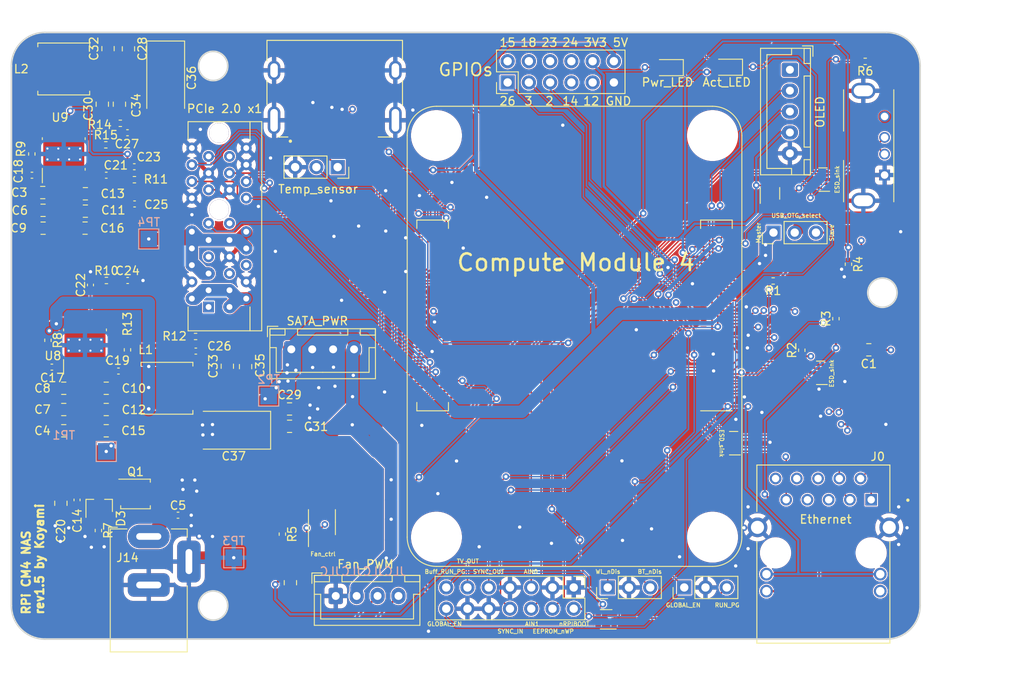
<source format=kicad_pcb>
(kicad_pcb (version 20240108) (generator "pcbnew") (generator_version "8.0")
  (layers (0 "F.Cu" signal) (1 "In1.Cu" signal) (2 "In2.Cu" signal) (31 "B.Cu" signal) (34 "B.Paste" user) (35 "F.Paste" user) (36 "B.SilkS" user "B.Silkscreen") (37 "F.SilkS" user "F.Silkscreen") (38 "B.Mask" user) (39 "F.Mask" user) (44 "Edge.Cuts" user))
  (net 0 "")
  (net 1 "GND")
  (net 2 "Net-(U8-SW)")
  (net 3 "/+3.3v")
  (net 4 "/USB2_VBUS")
  (net 5 "+5V")
  (net 6 "/HDMI0_HOTPLUG")
  (net 7 "/HDMI0_SDA")
  (net 8 "/HDMI0_SCL")
  (net 9 "/HDMI0_CEC")
  (net 10 "/HDMI0_CK_N")
  (net 11 "/HDMI0_CK_P")
  (net 12 "/HDMI0_D0_N")
  (net 13 "/HDMI0_D0_P")
  (net 14 "/HDMI0_D1_N")
  (net 15 "/HDMI0_D1_P")
  (net 16 "/HDMI0_D2_N")
  (net 17 "/HDMI0_D2_P")
  (net 18 "/+12v")
  (net 19 "/PCIE_TX_P")
  (net 20 "/PCIE_TX_N")
  (net 21 "/PCIE_CLK_nREQ")
  (net 22 "Net-(U9-COMP)")
  (net 23 "Net-(C17-Pad1)")
  (net 24 "Net-(U8-COMP)")
  (net 25 "/PCIE_RX_P")
  (net 26 "/PCIE_RX_N")
  (net 27 "/PCIE_CLK_N")
  (net 28 "/PCIE_CLK_P")
  (net 29 "/PCIE_nRST")
  (net 30 "Net-(U9-SW)")
  (net 31 "+3V3")
  (net 32 "/SDA")
  (net 33 "/SCL")
  (net 34 "/BT_nDis")
  (net 35 "/WL_nDis")
  (net 36 "/GLOBAL_EN")
  (net 37 "/TV_OUT")
  (net 38 "/SYNC_OUT")
  (net 39 "/SYNC_IN")
  (net 40 "/AIN1")
  (net 41 "/AIN0")
  (net 42 "/EEPROM_nWP")
  (net 43 "/nRPIBOOT")
  (net 44 "/RUN_PG")
  (net 45 "Net-(R6-Pad2)")
  (net 46 "/OLED_BTN")
  (net 47 "/USBOTG_ID")
  (net 48 "/USB2_P")
  (net 49 "/USB2_N")
  (net 50 "/Temp_DATA")
  (net 51 "/DSI1_D3_P")
  (net 52 "/DSI1_D2_P")
  (net 53 "/DSI1_D3_N")
  (net 54 "/DSI1_D2_N")
  (net 55 "/DSI1_C_P")
  (net 56 "/DSI1_C_N")
  (net 57 "/DSI1_D1_P")
  (net 58 "/DSI1_D1_N")
  (net 59 "/DSI1_D0_P")
  (net 60 "/DSI1_D0_N")
  (net 61 "/DSI0_C_P")
  (net 62 "/DSI0_C_N")
  (net 63 "/HDMI1_CK_N")
  (net 64 "/DSI0_D1_P")
  (net 65 "/HDMI1_CK_P")
  (net 66 "/DSI0_D1_N")
  (net 67 "/HDMI1_D0_N")
  (net 68 "/DSI0_D0_P")
  (net 69 "/HDMI1_D0_P")
  (net 70 "/DSI0_D0_N")
  (net 71 "/HDMI1_D1_N")
  (net 72 "/HDMI1_D1_P")
  (net 73 "/HDMI1_CEC")
  (net 74 "/HDMI1_D2_N")
  (net 75 "/HDMI1_SCL")
  (net 76 "/HDMI1_D2_P")
  (net 77 "/HDMI1_SDA")
  (net 78 "/HDMI1_HOTPLUG")
  (net 79 "/CAM0_C_P")
  (net 80 "/CAM1_D3_P")
  (net 81 "/CAM0_C_N")
  (net 82 "/CAM1_D3_N")
  (net 83 "/CAM0_D1_P")
  (net 84 "/CAM1_D2_P")
  (net 85 "/CAM0_D1_N")
  (net 86 "/CAM1_D2_N")
  (net 87 "/CAM0_D0_P")
  (net 88 "/CAM1_C_P")
  (net 89 "/CAM0_D0_N")
  (net 90 "/CAM1_C_N")
  (net 91 "/CAM1_D1_P")
  (net 92 "/CAM1_D1_N")
  (net 93 "/CAM1_D0_P")
  (net 94 "/CAM1_D0_N")
  (net 95 "Net-(C25-Pad1)")
  (net 96 "Net-(U9-FB)")
  (net 97 "/nEXTRST")
  (net 98 "/CAM_GPIO")
  (net 99 "/nPWR_LED")
  (net 100 "/+1.8v")
  (net 101 "/SD_DET")
  (net 102 "/SD_PWR_ON")
  (net 103 "Net-(C24-Pad1)")
  (net 104 "Net-(U8-FB)")
  (net 105 "Net-(C18-Pad1)")
  (net 106 "/SD_DAT2")
  (net 107 "Net-(D3-A)")
  (net 108 "/SD_DAT1")
  (net 109 "Net-(D2-K)")
  (net 110 "/SD_DAT0")
  (net 111 "/SD_CMD")
  (net 112 "/SD_DAT3")
  (net 113 "/GPIO2")
  (net 114 "/SD_CLK")
  (net 115 "/GPIO3")
  (net 116 "/GPIO14")
  (net 117 "/GPIO15")
  (net 118 "/GPIO17")
  (net 119 "/GPIO18")
  (net 120 "/GPIO27")
  (net 121 "/GPIO23")
  (net 122 "/GPIO22")
  (net 123 "/GPIO24")
  (net 124 "/GPIO10")
  (net 125 "/GPIO25")
  (net 126 "/GPIO9")
  (net 127 "/GPIO8")
  (net 128 "/GPIO11")
  (net 129 "/ID_SD")
  (net 130 "/ID_SC")
  (net 131 "/GPIO5")
  (net 132 "/GPIO6")
  (net 133 "/GPIO16")
  (net 134 "/GPIO13")
  (net 135 "/GPIO20")
  (net 136 "/GPIO19")
  (net 137 "/GPIO21")
  (net 138 "/GPIO26")
  (net 139 "Net-(J7-Pin_3)")
  (net 140 "/ETH_LEDY")
  (net 141 "/ETH_LEDG")
  (net 142 "Net-(J0-LED-L_K_GRN)")
  (net 143 "Net-(J0-LED-R_K_YLW)")
  (net 144 "/GPIO12")
  (net 145 "Net-(Module1A-PI_nLED_Activity)")
  (net 146 "Net-(D1-K)")
  (net 147 "/TRD3_P")
  (net 148 "/TRD3_N")
  (net 149 "/TRD2_P")
  (net 150 "/TRD2_N")
  (net 151 "/TRD1_P")
  (net 152 "/TRD1_N")
  (net 153 "/TRD0_P")
  (net 154 "/TRD0_N")
  (net 155 "Net-(J10-Pin_13)")
  (net 156 "Net-(U5-D1-)")
  (net 157 "Net-(U5-D1+)")
  (net 158 "Net-(Q1-D)")
  (net 159 "Net-(J7-Pin_4)")
  (net 162 "Net-(J0-TRCT1)")
  (net 163 "Net-(U9-SS)")
  (net 164 "Net-(U8-SS)")
  (net 165 "Net-(U9-BST)")
  (net 166 "Net-(U8-BST)")
  (net 171 "/+5v")
  (net 172 "+12V")
  (footprint "Capacitor_SMD:C_0805_2012Metric" (layer "F.Cu") (at 78.786186 90.654612)
    (property "Reference" "C11")
    (property "Value" "10u 35v")
  )
  (footprint "Capacitor_SMD:C_0402_1005Metric" (layer "F.Cu") (at 77.788933 125.1733 -90)
    (property "Reference" "C14")
    (property "Value" "100n")
  )
  (footprint "Package_SON:USON-10_2.5x1.0mm_P0.5mm" (layer "F.Cu") (at 166.675 109.98 180)
    (property "Reference" "U2" (hide yes))
    (property "Value" "TPD4EUSB30" (hide yes))
  )
  (footprint "Capacitor_SMD:C_0805_2012Metric" (layer "F.Cu") (at 73.728118 90.555373 180)
    (property "Reference" "C6")
    (property "Value" "10u 35v")
  )
  (footprint "Resistor_SMD:R_0402_1005Metric" (layer "F.Cu") (at 74.310618 106.089623 -90)
    (property "Reference" "R8")
    (property "Value" "10R")
  )
  (footprint "Resistor_SMD:R_0402_1005Metric" (layer "F.Cu") (at 84.647784 86.89391)
    (property "Reference" "R11")
    (property "Value" "12K 1%")
  )
  (footprint "Connector_PinSocket_2.54mm:PinSocket_1x03_P2.54mm_Vertical" (layer "F.Cu") (at 108.94 85.39 -90)
    (property "Reference" "J15" (hide yes))
    (property "Value" "Temp_Sensor" (hide yes))
  )
  (footprint "LED_SMD:LED_0805_2012Metric_Pad1.15x1.40mm_HandSolder" (layer "F.Cu") (at 148.400002 73.5 180)
    (property "Reference" "D2" (hide yes))
    (property "Value" "LED Red")
  )
  (footprint "Connector_JST:JST_XH_B4B-XH-A_1x04_P2.50mm_Vertical" (layer "F.Cu") (at 108.712 136.652)
    (property "Reference" "J7" (hide yes))
    (property "Value" "Fan_conn" (hide yes))
  )
  (footprint "Package_SON:USON-10_2.5x1.0mm_P0.5mm" (layer "F.Cu") (at 156.275 118.39 180)
    (property "Reference" "U3" (hide yes))
    (property "Value" "TPD4EUSB30" (hide yes))
  )
  (footprint "Capacitor_SMD:C_0805_2012Metric" (layer "F.Cu") (at 103.193393 116.371896)
    (property "Reference" "C31")
    (property "Value" "10u")
  )
  (footprint "Capacitor_SMD:C_0402_1005Metric" (layer "F.Cu") (at 84.632713 85.345457)
    (property "Reference" "C23")
    (property "Value" "nf")
  )
  (footprint "Resistor_SMD:R_0402_1005Metric" (layer "F.Cu") (at 80.340817 128.828479 -90)
    (property "Reference" "R7")
    (property "Value" "12K 1%")
  )
  (footprint "CM4:Raspberry-Pi-4-Compute-Module" (layer "F.Cu") (at 153.755 81.619 180)
    (property "Reference" "Module1" (hide yes))
    (property "Value" "ComputeModule4" (hide yes))
  )
  (footprint "Capacitor_SMD:C_0402_1005Metric" (layer "F.Cu") (at 72.398923 86.359999)
    (property "Reference" "C18")
    (property "Value" "100n")
  )
  (footprint "Capacitor_SMD:C_0805_2012Metric" (layer "F.Cu") (at 76.2 111.825951 180)
    (property "Reference" "C8")
    (property "Value" "10u 35v")
  )
  (footprint "Capacitor_SMD:C_0402_1005Metric" (layer "F.Cu") (at 83.838239 98.9426)
    (property "Reference" "C24")
    (property "Value" "1.2nF")
  )
  (footprint "CM4:ABRACON_ARJM11C7-502-AB-ER2-T" (layer "F.Cu") (at 167 131.5)
    (property "Reference" "J0")
    (property "Value" "ARJM11C7-502-AB-ER2-T")
  )
  (footprint "Package_SON:USON-10_2.5x1.0mm_P0.5mm" (layer "F.Cu") (at 166.95 86.88 180)
    (property "Reference" "U5" (hide yes))
    (property "Value" "TPD4EUSB30" (hide yes))
  )
  (footprint "Capacitor_SMD:C_0402_1005Metric" (layer "F.Cu") (at 83.82 81.28 180)
    (property "Reference" "C27")
    (property "Value" "nf")
  )
  (footprint "Capacitor_SMD:C_0805_2012Metric" (layer "F.Cu") (at 78.752345 92.682654)
    (property "Reference" "C16")
    (property "Value" "10u 35v")
  )
  (footprint "Connector_PinHeader_2.54mm:PinHeader_1x03_P2.54mm_Vertical" (layer "F.Cu") (at 161.036 93.218 90)
    (property "Reference" "J12" (hide yes))
    (property "Value" "Conn_01x03" (hide yes))
  )
  (footprint "Capacitor_SMD:C_0805_2012Metric" (layer "F.Cu") (at 97.935402 109.237717 90)
    (property "Reference" "C35")
    (property "Value" "10u")
  )
  (footprint "Capacitor_SMD:C_0805_2012Metric" (layer "F.Cu") (at 103.19 114.3)
    (property "Reference" "C29")
    (property "Value" "10u")
  )
  (footprint "CM4:SOIC-8-1EP_3.9x4.9mm_P1.27mm_EP2.95x4.9mm_Mask2.71x3.4mm_ThermalVias" (layer "F.Cu") (at 76.2 83.82 90)
    (property "Reference" "U9")
    (property "Value" "AP64501SP-13")
  )
  (footprint "Capacitor_SMD:C_0805_2012Metric" (layer "F.Cu") (at 83.934503 71.250847 90)
    (property "Reference" "C28")
    (property "Value" "10u")
  )
  (footprint "Capacitor_SMD:C_0805_2012Metric" (layer "F.Cu") (at 76.2 114.365951 180)
    (property "Reference" "C7")
    (property "Value" "10u 35v")
  )
  (footprint "Capacitor_SMD:C_0805_2012Metric" (layer "F.Cu") (at 78.786186 88.574153)
    (property "Reference" "C13")
    (property "Value" "10u 35v")
  )
  (footprint "Package_TO_SOT_SMD:SOT-353_SC-70-5" (layer "F.Cu") (at 141.036 139.446 180)
    (property "Reference" "U1" (hide yes))
    (property "Value" "74LVC1G07SE-7" (hide yes))
  )
  (footprint "CM4:PCIex1-36" (layer "F.Cu") (at 93.512 102.108 90)
    (property "Reference" "J3" (hide yes))
    (property "Value" "PCIe_conn" (hide yes))
  )
  (footprint "Package_SON:Diodes_PowerDI3333-8" (layer "F.Cu") (at 84.7775 124.46)
    (property "Reference" "Q1")
    (property "Value" "DMP3013SFV-7")
  )
  (footprint "Inductor_SMD:L_Bourns_SRN6045TA" (layer "F.Cu") (at 76.2 73.66)
    (property "Reference" "L2")
    (property "Value" "SRN6045TA-3R3Y")
  )
  (footprint "Capacitor_SMD:C_0805_2012Metric" (layer "F.Cu") (at 81.28 114.365951)
    (property "Reference" "C12")
    (property "Value" "10u 35v")
  )
  (footprint "Capacitor_SMD:C_0805_2012Metric" (layer "F.Cu") (at 82.856306 77.873143 -90)
    (property "Reference" "C34")
    (property "Value" "10u")
  )
  (footprint "Connector_PinHeader_2.54mm:PinHeader_1x03_P2.54mm_Vertical" (layer "F.Cu") (at 150.368 135.636 90)
    (property "Reference" "J11" (hide yes))
    (property "Value" "Conn_01x03" (hide yes))
  )
  (footprint "Capacitor_SMD:C_0805_2012Metric" (layer "F.Cu") (at 81.28 116.905951)
    (property "Reference" "C15")
    (property "Value" "10u 35v")
  )
  (footprint "Resistor_SMD:R_0402_1005Metric" (layer "F.Cu") (at 81.298239 98.9426)
    (property "Reference" "R10")
    (property "Value" "20K 1%")
  )
  (footprint "Capacitor_SMD:C_0402_1005Metric" (layer "F.Cu") (at 81.28 86.36)
    (property "Reference" "C21")
    (property "Value" "100n")
  )
  (footprint "Inductor_SMD:L_Bourns_SRN6045TA" (layer "F.Cu") (at 88.535354 111.824293)
    (property "Reference" "L1")
    (property "Value" "SRN6045TA-3R3Y")
  )
  (footprint "Connector_PinHeader_2.54mm:PinHeader_1x03_P2.54mm_Vertical" (layer "F.Cu") (at 141.224 135.636 90)
    (property "Reference" "J9" (hide yes))
    (property "Value" "Conn_01x03" (hide yes))
  )
  (footprint "Connector_JST:JST_XH_B4B-XH-A_1x04_P2.50mm_Vertical" (layer "F.Cu") (at 103.4 107.17)
    (property "Reference" "J4" (hide yes))
    (property "Value" "Sata_PWR" (hide yes))
  )
  (footprint "Capacitor_SMD:C_0805_2012Metric" (layer "F.Cu") (at 76.2 116.905951 180)
    (property "Reference" "C4")
    (property "Value" "10u 35v")
  )
  (footprint "Resistor_SMD:R_0402_1005Metric" (layer "F.Cu") (at 102.333143 129.262406 -90)
    (property "Reference" "R5")
    (property "Value" "36K 1%")
  )
  (footprint "Capacitor_Tantalum_SMD:CP_EIA-7343-31_Kemet-D" (layer "F.Cu") (at 88.386184 74.728818 -90)
    (property "Reference" "C36")
    (property "Value" "100uF")
  )
  (footprint "Package_SO:MSOP-8_3x3mm_P0.65mm" (layer "F.Cu") (at 107.061 127.83 90)
    (property "Reference" "U6" (hide yes))
    (property "Value" "EMC2301-1-ACZL-TR" (hide yes))
  )
  (footprint "Package_TO_SOT_SMD:SOT-353_SC-70-5" (layer "F.Cu") (at 160.62 88.53 90)
    (property "Reference" "U7" (hide yes))
    (property "Value" "74LVC1G07SE-7" (hide yes))
  )
  (footprint "Capacitor_SMD:C_0805_2012Metric_Pad1.18x1.45mm_HandSolder" (layer "F.Cu") (at 172.4325 107.23 180)
    (property "Reference" "C1")
    (property "Value" "100n")
  )
  (footprint "Connector_PinHeader_2.54mm:PinHeader_2x07_P2.54mm_Vertical" (layer "F.Cu") (at 137.16 135.636 -90)
    (property "Reference" "J10" (hide yes))
    (property "Value" "Conn_02x07_Odd_Even" (hide yes))
  )
  (footprint "Capacitor_SMD:C_0402_1005Metric" (layer "F.Cu") (at 84.666853 89.792281)
    (property "Reference" "C25")
    (property "Value" "1.2nF")
  )
  (footprint "Resistor_SMD:R_0402_1005Metric" (layer "F.Cu") (at 161 99 180)
    (property "Reference" "R1")
    (property "Value" "1k")
  )
  (footprint "Diode_SMD:D_SOT-23_ANK" (layer "F.Cu") (at 80.434428 125.864154 90)
    (property "Reference" "D3")
    (property "Value" "MMBZ5242BLT3G")
  )
  (footprint "Capacitor_SMD:C_0805_2012Metric" (layer "F.Cu") (at 81.49377 71.225423 90)
    (property "Reference" "C32")
    (property "Value" "10u")
  )
  (footprint "CM4:SOIC-8-1EP_3.9x4.9mm_P1.27mm_EP2.95x4.9mm_Mask2.71x3.4mm_ThermalVias" (layer "F.Cu") (at 78.74 106.68 90)
    (property "Reference" "U8")
    (property "Value" "AP64501SP-13")
  )
  (footprint "Resistor_SMD:R_0402_1005Metric" (layer "F.Cu") (at 72.382859 83.82 -90)
    (property "Reference" "R9")
    (property "Value" "10R")
  )
  (footprint "Resistor_SMD:R_0402_1005Metric" (layer "F.Cu") (at 82.961929 80.154974 180)
    (property "Reference" "R14")
    (property "Value" "47K 1%")
  )
  (footprint "Resistor_SMD:R_0402_1005Metric" (layer "F.Cu") (at 170 97 -90)
    (property "Reference" "R4")
    (property "Value" "2.2K 1%")
  )
  (footprint "CM4:USB_A_Vertical" (layer "F.Cu") (at 174.318 86.338 90)
    (property "Reference" "J1" (hide yes))
    (property "Value" "USB_A" (hide yes))
  )
  (footprint "Capacitor_SMD:C_0805_2012Metric_Pad1.18x1.45mm_HandSolder" (layer "F.Cu") (at 103.292956 135.066943 -90)
    (property "Reference" "C2" (hide yes))
    (property "Value" "100n")
  )
  (footprint "Resistor_SMD:R_0402_1005Metric" (layer "F.Cu") (at 168.5 103.51 90)
    (property "Reference" "R3")
    (property "Value" "470R")
  )
  (footprint "Connector_PinHeader_2.54mm:PinHeader_2x06_P2.54mm_Vertical" (layer "F.Cu") (at 129.26 75.27 90)
    (property "Reference" "J13" (hide yes))
    (property "Value" "Conn_02x06_Odd_Even" (hide yes))
  )
  (footprint "CM4:BarrelJack_Horizontal" (layer "F.Cu") (at 86.36 129.54 90)
    (property "Reference" "J14")
    (property "Value" "Barrel_Jack")
  )
  (footprint "Capacitor_SMD:C_0402_1005Metric" (layer "F.Cu") (at 91.985884 107.384748 180)
    (property "Reference" "C26")
    (property "Value" "nf")
  )
  (footprint "Capacitor_SMD:C_0805_2012Metric" (layer "F.Cu") (at 80.809634 77.870665 -90)
    (property "Reference" "C30")
    (property "Value" "10u")
  )
  (footprint "Capacitor_SMD:C_0805_2012Metric" (layer "F.Cu") (at 73.733491 92.689406 180)
    (property "Reference" "C9")
    (property "Value" "10u 35v")
  )
  (footprint "Capacitor_SMD:C_0805_2012Metric" (layer "F.Cu") (at 95.753681 109.192733 90)
    (property "Reference" "C33")
    (property "Value" "10u")
  )
  (footprint "Resistor_SMD:R_0402_1005Metric" (layer "F.Cu") (at 83.816177 107.233229 -90)
    (property "Reference" "R13")
    (property "Value" "2.2K 1%")
  )
  (footprint "Capacitor_SMD:C_0805_2012Metric" (layer "F.Cu") (at 73.68891 88.431896 180)
    (property "Reference" "C3")
    (property "Value" "10u 35v")
  )
  (footprint "Capacitor_SMD:C_0402_1005Metric" (layer "F.Cu") (at 79.393099 99.480929 90)
    (property "Reference" "C22")
    (property "Value" "nf")
  )
  (footprint "CM4:HDMI EDAC 690-019-298-412" (layer "F.Cu") (at 108.59 79.79 180)
    (property "Reference" "J2" (hide yes))
    (property "Value" "HDMI_header" (hide yes))
  )
  (footprint "Capacitor_SMD:C_0805_2012Metric" (layer "F.Cu") (at 75.857079 125.574531 -90)
    (property "Reference" "C20")
    (property "Value" "10u 35v")
  )
  (footprint "LED_SMD:LED_0805_2012Metric_Pad1.15x1.40mm_HandSolder" (layer "F.Cu") (at 155.474999 73.449999 180)
    (property "Reference" "D1" (hide yes))
    (property "Value" "LED")
  )
  (footprint "Capacitor_SMD:C_0402_1005Metric" (layer "F.Cu") (at 89.8575 127)
    (property "Reference" "C5")
    (property "Value" "100n 100v")
  )
  (footprint "Resistor_SMD:R_0402_1005Metric" (layer "F.Cu") (at 91.958767 105.637603 180)
    (property "Reference" "R12")
    (property "Value" "12K 1%")
  )
  (footprint "Connector_JST:JST_XH_B5B-XH-A_1x05_P2.50mm_Vertical" (layer "F.Cu") (at 163 73.75 -90)
    (property "Reference" "J8" (hide yes))
    (property "Value" "OLED_conn" (hide yes))
  )
  (footprint "Resistor_SMD:R_0402_1005Metric" (layer "F.Cu") (at 164.42 107.28 90)
    (property "Reference" "R2")
    (property "Value" "470R")
  )
  (footprint "Capacitor_Tantalum_SMD:CP_EIA-7343-31_Kemet-D" (layer "F.Cu") (at 96.52 116.84 180)
    (property "Reference" "C37")
    (property "Value" "100uF")
  )
  (footprint "Capacitor_SMD:C_0402_1005Metric" (layer "F.Cu") (at 74.777414 109.300767)
    (property "Reference" "C17")
    (property "Value" "100n")
  )
  (footprint "Resistor_SMD:R_0402_1005Metric" (layer "F.Cu") (at 172 72.75 180)
    (property "Reference" "R6")
    (property "Value" "1k")
  )
  (footprint "Capacitor_SMD:C_0402_1005Metric" (layer "F.Cu") (at 82.740385 109.769461)
    (property "Reference" "C19")
    (property "Value" "100n")
  )
  (footprint "Capacitor_SMD:C_0805_2012Metric" (layer "F.Cu") (at 81.28 111.825951)
    (property "Reference" "C10")
    (property "Value" "10u 35v")
  )
  (footprint "Resistor_SMD:R_0402_1005Metric" (layer "F.Cu") (at 81.229151 82.726754)
    (property "Reference" "R15")
    (property "Value" "15K 1%")
  )
  (footprint "TestPoint:TestPoint_Pad_2.0x2.0mm" (layer "B.Cu") (at 100.695942 112.755473 180)
    (property "Reference" "TP2")
    (property "Value" "TestPoint")
  )
  (footprint "TestPoint:TestPoint_Pad_2.0x2.0mm" (layer "B.Cu") (at 81.28 119.38 180)
    (property "Reference" "TP1")
    (property "Value" "TestPoint")
  )
  (footprint "TestPoint:TestPoint_Pad_2.0x2.0mm" (layer "B.Cu") (at 86.36 93.98 180)
    (property "Reference" "TP4")
    (property "Value" "TestPoint")
  )
  (footprint "TestPoint:TestPoint_Pad_2.0x2.0mm" (layer "B.Cu") (at 96.52 132.08 180)
    (property "Reference" "TP3")
    (property "Value" "TestPoint")
  )
  (gr_arc (start 178.56 137.799999) (mid 177.388427 140.628427) (end 174.559999 141.8) (stroke (width 0.2)) (layer "Edge.Cuts"))
  (gr_line (start 73.948427 141.8) (end 174.559999 141.8) (stroke (width 0.2)) (layer "Edge.Cuts"))
  (gr_line (start 174.559999 69.3) (end 73.948427 69.3) (stroke (width 0.2)) (layer "Edge.Cuts"))
  (gr_arc (start 73.948427 141.8) (mid 71.12 140.628427) (end 69.948427 137.8) (stroke (width 0.2)) (layer "Edge.Cuts"))
  (gr_line (start 178.56 137.799999) (end 178.559999 73.3) (stroke (width 0.2)) (layer "Edge.Cuts"))
  (gr_line (start 69.948426 73.299999) (end 69.948426 137.799999) (stroke (width 0.2)) (layer "Edge.Cuts"))
  (gr_circle (center 94.06 73.3) (end 95.81 73.3) (stroke (width 0.2)) (fill none) (layer "Edge.Cuts"))
  (gr_arc (start 69.948426 73.299999) (mid 71.12 70.471572) (end 73.948427 69.3) (stroke (width 0.2)) (layer "Edge.Cuts"))
  (gr_circle (center 174.059999 100.400001) (end 175.809999 100.400001) (stroke (width 0.2)) (fill none) (layer "Edge.Cuts"))
  (gr_arc (start 174.559999 69.3) (mid 177.388426 70.471573) (end 178.559999 73.3) (stroke (width 0.2)) (layer "Edge.Cuts"))
  (gr_circle (center 94.060001 137.8) (end 95.810001 137.8) (stroke (width 0.2)) (fill none) (layer "Edge.Cuts"))
  (gr_text "JLCJLCJLCJLC" (at 111.95 133.72 0) (layer "B.SilkS") (effects (font (size 1 1)) (justify mirror)))
  (gr_text "3" (at 131.75 77.5 0) (layer "F.SilkS") (effects (font (size 1 1))))
  (gr_text "23" (at 134.25 70.5 0) (layer "F.SilkS") (effects (font (size 1 1))))
  (gr_text "Ethernet" (at 167.269 127.492 0) (layer "F.SilkS") (effects (font (size 1 1))))
  (gr_text "Pwr_LED" (at 148.37 75.25 0) (layer "F.SilkS") (effects (font (size 1 1))))
  (gr_text "nRPIBOOT" (at 137.22 140 0) (layer "F.SilkS") (effects (font (size 0.5 0.5) (thickness 0.1))))
  (gr_text "SATA_PWR" (at 106.51 103.79 0) (layer "F.SilkS") (effects (font (size 1 1))))
  (gr_text "3V3" (at 139.75 70.5 0) (layer "F.SilkS") (effects (font (size 1 1))))
  (gr_text "Fan_PWM\n" (at 112.268 132.861 0) (layer "F.SilkS") (effects (font (size 1 1))))
  (gr_text "BT_nDis" (at 146.25 133.75 0) (layer "F.SilkS") (effects (font (size 0.5 0.5) (thickness 0.1))))
  (gr_text "RPi CM4 NAS\nrev1.5 by Koyami\n" (at 72.507872 138.989649 90) (layer "F.SilkS") (effects (font (size 1 1) (thickness 0.25)) (justify left)))
  (gr_text "5V" (at 142.75 70.5 0) (layer "F.SilkS") (effects (font (size 1 1))))
  (gr_text "26" (at 129.25 77.5 0) (layer "F.SilkS") (effects (font (size 1 1))))
  (gr_text "GPIOs" (at 124.25 73.75 0) (layer "F.SilkS") (effects (font (size 1.5 1.5) (thickness 0.2))))
  (gr_text "Temp_sensor" (at 106.6 88.02 0) (layer "F.SilkS") (effects (font (size 1 1))))
  (gr_text "Compute Module 4" (at 137.42 96.79 0) (layer "F.SilkS") (effects (font (size 2 2) (thickness 0.3))))
  (gr_text "12" (at 139.25 77.5 0) (layer "F.SilkS") (effects (font (size 1 1))))
  (gr_text "Act_LED" (at 155.448 75.25 0) (layer "F.SilkS") (effects (font (size 1 1))))
  (gr_text "TV_OUT" (at 124.5 132.5 0) (layer "F.SilkS") (effects (font (size 0.5 0.5) (thickness 0.1))))
  (gr_text "Master" (at 159.25 93.25 90) (layer "F.SilkS") (effects (font (size 0.5 0.5) (thickness 0.1))))
  (gr_text "GLOBAL_EN" (at 150.25 137.75 0) (layer "F.SilkS") (effects (font (size 0.5 0.5) (thickness 0.1))))
  (gr_text "RUN_PG" (at 155.5 137.75 0) (layer "F.SilkS") (effects (font (size 0.5 0.5) (thickness 0.1))))
  (gr_text "GND" (at 142.5 77.5 0) (layer "F.SilkS") (effects (font (size 1 1))))
  (gr_text "SYNC_IN" (at 129.59 140.88 0) (layer "F.SilkS") (effects (font (size 0.5 0.5) (thickness 0.1))))
  (gr_text "PCIe 2.0 x1 " (at 95.81 78.41 0) (layer "F.SilkS") (effects (font (size 1 1))))
  (gr_text "2" (at 134.25 77.5 0) (layer "F.SilkS") (effects (font (size 1 1))))
  (gr_text "USB_OTG_select" (at 163.75 91.186 0) (layer "F.SilkS") (effects (font (size 0.5 0.5) (thickness 0.1))))
  (gr_text "Slave" (at 168 93.25 90) (layer "F.SilkS") (effects (font (size 0.5 0.5) (thickness 0.1))))
  (gr_text "24" (at 136.75 70.5 0) (layer "F.SilkS") (effects (font (size 1 1))))
  (gr_text "ESD_sink" (at 154.84 118.41 270) (layer "F.SilkS") (effects (font (size 0.5 0.5) (thickness 0.1))))
  (gr_text "WL_nDis" (at 141.25 133.75 0) (layer "F.SilkS") (effects (font (size 0.5 0.5) (thickness 0.1))))
  (gr_text "AIN1" (at 132.18 140 0) (layer "F.SilkS") (effects (font (size 0.5 0.5) (thickness 0.1))))
  (gr_text "14" (at 136.75 77.5 0) (layer "F.SilkS") (effects (font (size 1 1))))
  (gr_text "EEPROM_nWP" (at 134.71 140.88 0) (layer "F.SilkS") (effects (font (size 0.5 0.5) (thickness 0.1))))
  (gr_text "ESD_sink" (at 168.656 86.868 90) (layer "F.SilkS") (effects (font (size 0.5 0.5) (thickness 0.1))))
  (gr_text "Fan_ctrl" (at 107.188 131.64 0) (layer "F.SilkS") (effects (font (size 0.5 0.5) (thickness 0.1))))
  (gr_text "OLED" (at 166.6 78.8 90) (layer "F.SilkS") (effects (font (size 1 1))))
  (gr_text "AIN0" (at 132.03 133.75 0) (layer "F.SilkS") (effects (font (size 0.5 0.5) (thickness 0.1))))
  (gr_text "SYNC_OUT" (at 126.99 133.75 0) (layer "F.SilkS") (effects (font (size 0.5 0.5) (thickness 0.1))))
  (gr_text "15" (at 129.25 70.5 0) (layer "F.SilkS") (effects (font (size 1 1))))
  (gr_text "18" (at 131.75 70.5 0) (layer "F.SilkS") (effects (font (size 1 1))))
  (gr_text "Buff_RUN_PG" (at 121.77 133.75 0) (layer "F.SilkS") (effects (font (size 0.5 0.5) (thickness 0.1))))
  (gr_text "GLOBAL_EN" (at 121.72 140 0) (layer "F.SilkS") (effects (font (size 0.5 0.5) (thickness 0.1))))
  (gr_text "ESD_sink" (at 167.99 110.05 90) (layer "F.SilkS") (effects (font (size 0.5 0.5) (thickness 0.1))))
  (segment (start 155.755 108.519) (end 155.2984 108.519) (width 0.175) (layer "F.Cu") (net 1))
  (segment (start 153.1316 100.119) (end 152.675 100.119) (width 0.175) (layer "F.Cu") (net 1))
  (segment (start 153.31251 100.29991) (end 153.1316 100.119) (width 0.175) (layer "F.Cu") (net 1))
  (segment (start 155.27342 106.519) (end 155.755 106.519) (width 0.175) (layer "F.Cu") (net 1))
  (segment (start 118.755 109.319) (end 119.2116 109.319) (width 0.175) (layer "F.Cu") (net 1))
  (segment (start 91.16 132.54) (end 92.3975 131.3025) (width 0.25) (layer "F.Cu") (net 1))
  (segment (start 122.291602 102.119) (end 121.835 102.119) (width 0.175) (layer "F.Cu") (net 1))
  (segment (start 153.131602 106.919) (end 152.675 106.919) (width 0.175) (layer "F.Cu") (net 1))
  (segment (start 153.1316 104.919) (end 153.64 105.4274) (width 0.175) (layer "F.Cu") (net 1))
  (segment (start 121.835 100.919) (end 122.2916 100.919) (width 0.175) (layer "F.Cu") (net 1))
  (segment (start 119.211602 110.519) (end 118.755 110.519) (width 0.175) (layer "F.Cu") (net 1))
  (segment (start 155.298398 110.519) (end 155.044737 110.772661) (width 0.175) (layer "F.Cu") (net 1))
  (segment (start 155.2984 112.919) (end 155.755 112.919) (width 0.175) (layer "F.Cu") (net 1))
  (segment (start 119.39251 110.338092) (end 119.211602 110.519) (width 0.175) (layer "F.Cu") (net 1))
  (segment (start 122.2916 100.919) (end 122.47251 101.09991) (width 0.175) (layer "F.Cu") (net 1))
  (segment (start 155.755 111.719) (end 155.298398 111.719) (width 0.175) (layer "F.Cu") (net 1))
  (segment (start 155.11749 106.67493) (end 155.27342 106.519) (width 0.175) (layer "F.Cu") (net 1))
  (segment (start 119.211602 108.119) (end 119.39251 107.938092) (width 0.175) (layer "F.Cu") (net 1))
  (segment (start 152.675 104.919) (end 153.1316 104.919) (width 0.175) (layer "F.Cu") (net 1))
  (segment (start 153.131602 101.319) (end 153.31251 101.138092) (width 0.175) (layer "F.Cu") (net 1))
  (segment (start 155.044737 111.972661) (end 155.044737 112.665337) (width 0.175) (layer "F.Cu") (net 1))
  (segment (start 155.11749 108.33809) (end 155.11749 106.67493) (width 0.175) (layer "F.Cu") (net 1))
  (segment (start 122.47251 101.938092) (end 122.291602 102.119) (width 0.175) (layer "F.Cu") (net 1))
  (segment (start 153.31251 101.138092) (end 153.31251 100.29991) (width 0.175) (layer "F.Cu") (net 1))
  (segment (start 152.675 101.319) (end 153.131602 101.319) (width 0.175) (layer "F.Cu") (net 1))
  (segment (start 119.2116 109.319) (end 119.39251 109.49991) (width 0.175) (layer "F.Cu") (net 1))
  (segment (start 91.44 132.82) (end 91.16 132.54) (width 0.25) (layer "F.Cu") (net 1))
  (segment (start 118.755 108.119) (end 119.211602 108.119) (width 0.175) (layer "F.Cu") (net 1))
  (segment (start 119.2116 106.919) (end 118.755 106.919) (width 0.175) (layer "F.Cu") (net 1))
  (segment (start 119.39251 107.09991) (end 119.2116 106.919) (width 0.175) (layer "F.Cu") (net 1))
  (segment (start 122.47251 101.09991) (end 122.47251 101.938092) (width 0.175) (layer "F.Cu") (net 1))
  (segment (start 155.044737 110.772661) (end 155.044737 111.972661) (width 0.175) (layer "F.Cu") (net 1))
  (segment (start 153.64 105.4274) (end 153.64 106.410602) (width 0.175) (layer "F.Cu") (net 1))
  (segment (start 155.755 110.519) (end 155.298398 110.519) (width 0.175) (layer "F.Cu") (net 1))
  (segment (start 91.62 132.08) (end 91.16 132.54) (width 0.25) (layer "F.Cu") (net 1))
  (segment (start 119.39251 109.49991) (end 119.39251 110.338092) (width 0.175) (layer "F.Cu") (net 1))
  (segment (start 119.39251 107.938092) (end 119.39251 107.09991) (width 0.175) (layer "F.Cu") (net 1))
  (segment (start 155.044737 112.665337) (end 155.2984 112.919) (width 0.175) (layer "F.Cu") (net 1))
  (segment (start 153.64 106.410602) (end 153.131602 106.919) (width 0.175) (layer "F.Cu") (net 1))
  (segment (start 155.298398 111.719) (end 155.044737 111.972661) (width 0.175) (layer "F.Cu") (net 1))
  (segment (start 96.52 132.08) (end 91.62 132.08) (width 1.5) (layer "F.Cu") (net 1))
  (segment (start 155.2984 108.519) (end 155.11749 108.33809) (width 0.175) (layer "F.Cu") (net 1))
  (via (at 176 126) (size 0.8) (drill 0.4) (layers "F.Cu" "B.Cu") (net 1))
  (via (at 78.74 129.54) (size 0.8) (drill 0.4) (layers "F.Cu" "B.Cu") (net 1))
  (via (at 108.14 89.42) (size 0.8) (drill 0.4) (layers "F.Cu" "B.Cu") (net 1))
  (via (at 111.45 92.44) (size 0.8) (drill 0.4) (layers "F.Cu" "B.Cu") (net 1))
  (via (at 153.84 107.74) (size 0.8) (drill 0.4) (layers "F.Cu" "B.Cu") (net 1))
  (via (at 91.44 127) (size 0.8) (drill 0.4) (layers "F.Cu" "B.Cu") (net 1))
  (via (at 106.546256 114.3) (size 0.8) (drill 0.4) (layers "F.Cu" "B.Cu") (net 1))
  (via (at 92.791108 116.210225) (size 0.8) (drill 0.4) (layers "F.Cu" "B.Cu") (net 1))
  (via (at 109.41 101.31) (size 0.8) (drill 0.4) (layers "F.Cu" "B.Cu") (net 1))
  (via (at 109.474 78.486) (size 0.8) (drill 0.4) (layers "F.Cu" "B.Cu") (net 1))
  (via (at 114.69 93.03) (size 0.8) (drill 0.4) (layers "F.Cu" "B.Cu") (net 1))
  (via (at 114.68 88.21) (size 0.8) (drill 0.4) (layers "F.Cu" "B.Cu") (net 1))
  (via (at 106.68 111.76) (size 0.8) (drill 0.4) (layers "F.Cu" "B.Cu") (net 1))
  (via (at 100.92 84.3) (size 0.8) (drill 0.4) (layers "F.Cu" "B.Cu") (net 1))
  (via (at 105.721503 116.751968) (size 0.8) (drill 0.4) (layers "F.Cu" "B.Cu") (net 1))
  (via (at 151.35 99.33) (size 0.8) (drill 0.4) (layers "F.Cu" "B.Cu") (net 1))
  (via (at 92.393329 129.510279) (size 0.8) (drill 0.4) (layers "F.Cu" "B.Cu") (net 1))
  (via (at 91.44 128.248137) (size 0.8) (drill 0.4) (layers "F.Cu" "B.Cu") (net 1))
  (via (at 158.02 105.49) (size 0.8) (drill 0.4) (layers "F.Cu" "B.Cu") (net 1))
  (via (at 157.79 102.09) (size 0.8) (drill 0.4) (layers "F.Cu" "B.Cu") (net 1))
  (via (at 135.85 80.38) (size 0.8) (drill 0.4) (layers "F.Cu" "B.Cu") (net 1))
  (via (at 156.54 115.54) (size 0.8) (drill 0.4) (layers "F.Cu" "B.Cu") (net 1))
  (via (at 91.867347 122.797186) (size 0.8) (drill 0.4) (layers "F.Cu" "B.Cu") (net 1))
  (via (at 144.64 104.83) (size 0.8) (drill 0.4) (layers "F.Cu" "B.Cu") (net 1))
  (via (at 120.23 107.43) (size 0.8) (drill 0.4) (layers "F.Cu" "B.Cu") (net 1))
  (via (at 108.5 93.67) (size 0.8) (drill 0.4) (layers "F.Cu" "B.Cu") (net 1))
  (via (at 123.95 95.07) (size 0.8) (drill 0.4) (layers "F.Cu" "B.Cu") (net 1))
  (via (at 118.72 88.79) (size 0.8) (drill 0.4) (layers "F.Cu" "B.Cu") (net 1))
  (via (at 75.7999 130.134416) (size 0.8) (drill 0.4) (layers "F.Cu" "B.Cu") (net 1))
  (via (at 130.7 128.42) (size 0.8) (drill 0.4) (layers "F.Cu" "B.Cu") (net 1))
  (via (at 158 126) (size 0.8) (drill 0.4) (layers "F.Cu" "B.Cu") (net 1))
  (via (at 117.08 97.87) (size 0.8) (drill 0.4) (layers "F.Cu" "B.Cu") (net 1))
  (via (at 93.98 116.165241) (size 0.8) (drill 0.4) (layers "F.Cu" "B.Cu") (net 1))
  (via (at 157.56 112.86) (size 0.8) (drill 0.4) (layers "F.Cu" "B.Cu") (net 1))
  (via (at 148.43 97.39) (size 0.8) (drill 0.4) (layers "F.Cu" "B.Cu") (net 1))
  (via (at 122.6 87.22) (size 0.8) (drill 0.4) (layers "F.Cu" "B.Cu") (net 1))
  (via (at 142.92 120.5) (size 0.8) (drill 0.4) (layers "F.Cu" "B.Cu") (net 1))
  (via (at 108.25 78.25) (size 0.8) (drill 0.4) (layers "F.Cu" "B.Cu") (net 1))
  (via (at 119.8 140.87) (size 0.8) (drill 0.4) (layers "F.Cu" "B.Cu") (net 1))
  (via (at 90.360385 122.797186) (size 0.8) (drill 0.4) (layers "F.Cu" "B.Cu") (net 1))
  (via (at 99.47 90.09) (size 0.8) (drill 0.4) (layers "F.Cu" "B.Cu") (net 1))
  (via (at 158 131) (size 0.8) (drill 0.4) (layers "F.Cu" "B.Cu") (net 1))
  (via (at 92.836092 117.402298) (size 0.8) (drill 0.4) (layers "F.Cu" "B.Cu") (net 1))
  (via (at 169.5 98.5) (size 0.8) (drill 0.4) (layers "F.Cu" "B.Cu") (net 1))
  (via (at 149.81 131.97) (size 0.8) (drill 0.4) (layers "F.Cu" "B.Cu") (net 1))
  (via (at 101.5 95.46) (size 0.8) (drill 0.4) (layers "F.Cu" "B.Cu") (net 1))
  (via (at 93.98 129.54) (size 0.8) (drill 0.4) (layers "F.Cu" "B.Cu") (net 1))
  (via (at 81.030766 130.773414) (size 0.8) (drill 0.4) (layers "F.Cu" "B.Cu") (net 1))
  (via (at 156.52 133.06) (size 0.8) (drill 0.4) (layers "F.Cu" "B.Cu") (net 1))
  (via (at 108.44209 109.310293) (size 0.8) (drill 0.4) (layers "F.Cu" "B.Cu") (net 1))
  (via (at 114.56 100.33) (size 0.8) (drill 0.4) (layers "F.Cu" "B.Cu") (net 1))
  (via (at 126.75 89) (size 0.8) (drill 0.4) (layers "F.Cu" "B.Cu") (net 1))
  (via (at 114.55 112.27) (size 0.8) (drill 0.4) (layers "F.Cu" "B.Cu") (net 1))
  (via (at 105.98 77.67) (size 0.8) (drill 0.4) (layers "F.Cu" "B.Cu") (net 1))
  (via (at 169.57 111.02) (size 0.8) (drill 0.4) (layers "F.Cu" "B.Cu") (net 1))
  (via (at 90.450353 123.921784) (size 0.8) (drill 0.4) (layers "F.Cu" "B.Cu") (net 1))
  (via (at 176 130.5) (size 0.8) (drill 0.4) (layers "F.Cu" "B.Cu") (net 1))
  (via (at 166.67 115.16) (size 0.8) (drill 0.4) (layers "F.Cu" "B.Cu") (net 1))
  (via (at 146.46 128.63) (size 0.8) (drill 0.4) (layers "F.Cu" "B.Cu") (net 1))
  (via (at 117.07 93.84) (size 0.8) (drill 0.4) (layers "F.Cu" "B.Cu") (net 1))
  (via (at 92.092266 124.124212) (size 0.8) (drill 0.4) (layers "F.Cu" "B.Cu") (net 1))
  (via (at 120.52 103.9) (size 0.8) (drill 0.4) (layers "F.Cu" "B.Cu") (net 1))
  (via (at 153.88 109.75) (size 0.8) (drill 0.4) (layers "F.Cu" "B.Cu") (net 1))
  (via (at 93.98 117.346069) (size 0.8) (drill 0.4) (layers "F.Cu" "B.Cu") (net 1))
  (via (at 105.95 109.34) (size 0.8) (drill 0.4) (layers "F.Cu" "B.Cu") (net 1))
  (via (at 123.15 120.52) (size 0.8) (drill 0.4) (layers "F.Cu" "B.Cu") (net 1))
  (via (at 174.47 116.14) (size 0.8) (drill 0.4) (layers "F.Cu" "B.Cu") (net 1))
  (via (at 108.62 111.58) (size 0.8) (drill 0.4) (layers "F.Cu" "B.Cu") (net 1))
  (via (at 91.52 91.08) (size 0.8) (drill 0.4) (layers "F.Cu" "B.Cu") (net 1))
  (via (at 117.93 78.57) (size 0.8) (drill 0.4) (layers "F.Cu" "B.Cu") (net 1))
  (via (at 79.399365 97.895238) (size 0.8) (drill 0.4) (layers "F.Cu" "B.Cu") (net 1))
  (via (at 120.92 124.42) (size 0.8) (drill 0.4) (layers "F.Cu" "B.Cu") (net 1))
  (via (at 76.795547 128.514631) (size 0.8) (drill 0.4) (layers "F.Cu" "B.Cu") (net 1))
  (via (at 157.5 128.5) (size 0.8) (drill 0.4) (layers "F.Cu" "B.Cu") (net 1))
  (via (at 96.52 132.08) (size 0.8) (drill 0.4) (layers "F.Cu" "B.Cu") (net 1))
  (via (at 105.587759 115.369949) (size 0.8) (drill 0.4) (layers "F.Cu" "B.Cu") (net 1))
  (via (at 92.53 80.88) (size 0.8) (drill 0.4) (layers "F.Cu" "B.Cu") (net 1))
  (via (at 176.24 93.11) (size 0.8) (drill 0.4) (layers "F.Cu" "B.Cu") (net 1))
  (via (at 85.674622 98.9426) (size 0.8) (drill 0.4) (layers "F.Cu" "B.Cu") (net 1))
  (via (at 160.62 118.28) (size 0.8) (drill 0.4) (layers "F.Cu" "B.Cu") (net 1))
  (via (at 105.64 113.84) (size 0.8) (drill 0.4) (layers "F.Cu" "B.Cu") (net 1))
  (via (at 157.92 107) (size 0.8) (drill 0.4) (layers "F.Cu" "B.Cu") (net 1))
  (via (at 134.5 130.36) (size 0.8) (drill 0.4) (layers "F.Cu" "B.Cu") (net 1))
  (via (at 125.86 130.77) (size 0.8) (drill 0.4) (layers "F.Cu" "B.Cu") (net 1))
  (via (at 169.17966 97.597768) (size 0.8) (drill 0.4) (layers "F.Cu" "B.Cu") (net 1))
  (via (at 159.65 114.71) (size 0.8) (drill 0.4) (layers "F.Cu" "B.Cu") (net 1))
  (via (at 177 128.5) (size 0.8) (drill 0.4) (layers "F.Cu" "B.Cu") (net 1))
  (via (at 142.99 130.01) (size 0.8) (drill 0.4) (layers "F.Cu" "B.Cu") (net 1))
  (via (at 79.500143 130.832856) (size 0.8) (drill 0.4) (layers "F.Cu" "B.Cu") (net 1))
  (via (at 75.175762 128.262004) (size 0.8) (drill 0.4) (layers "F.Cu" "B.Cu") (net 1))
  (via (at 119 116.26) (size 0.8) (drill 0.4) (layers "F.Cu" "B.Cu") (net 1))
  (via (at 166.48 111.93) (size 0.8) (drill 0.4) (layers "F.Cu" "B.Cu") (net 1))
  (segment (start 92.092266 124.124212) (end 91.687411 124.124212) (width 1.5) (layer "B.Cu") (net 1))
  (segment (start 91.687411 124.124212) (end 90.360385 122.797186) (width 1.5) (layer "B.Cu") (net 1))
  (segment (start 91.867347 122.797186) (end 90.360385 122.797186) (width 1.5) (layer "B.Cu") (net 1))
  (segment (start 90.360385 117.832936) (end 91.353321 116.84) (width 1.5) (layer "B.Cu") (net 1))
  (segment (start 91.353321 116.84) (end 93.98 116.84) (width 1.5) (layer "B.Cu") (net 1))
  (segment (start 91.484983 123.921784) (end 91.687411 124.124212) (width 1.5) (layer "B.Cu") (net 1))
  (segment (start 90.360385 122.797186) (end 90.360385 117.832936) (width 1.5) (layer "B.Cu") (net 1))
  (segment (start 90.450353 123.921784) (end 91.484983 123.921784) (width 1.5) (layer "B.Cu") (net 1))
  (segment (start 75.314899 104.1175) (end 75.314899 104.117501) (width 1.5) (layer "F.Cu") (net 2))
  (segment (start 75.314899 104.117501) (end 74.4762 104.9562) (width 1.5) (layer "F.Cu") (net 2))
  (segment (start 75.314899 104.1175) (end 76.2 104.1175) (width 1.5) (layer "F.Cu") (net 2))
  (segment (start 74.29857 105.133829) (end 74.4762 104.9562) (width 1.5) (layer "F.Cu") (net 2))
  (via (at 86.36 109.22) (size 0.8) (drill 0.4) (layers "F.Cu" "B.Cu") (net 2))
  (via (at 86.345571 111.735916) (size 0.8) (drill 0.4) (layers "F.Cu" "B.Cu") (net 2))
  (via (at 74.4762 104.9562) (size 0.8) (drill 0.4) (layers "F.Cu" "B.Cu") (net 2))
  (via (at 75.314899 104.1175) (size 0.8) (drill 0.4) (layers "F.Cu" "B.Cu") (net 2))
  (via (at 86.36 114.3) (size 0.8) (drill 0.4) (layers "F.Cu" "B.Cu") (net 2))
  (via (at 86.36 114.3) (size 0.8) (drill 0.4) (layers "F.Cu" "B.Cu") (net 2))
  (segment (start 75.314899 102.485101) (end 75.314899 104.1175) (width 1.5) (layer "B.Cu") (net 2))
  (segment (start 86.36 114.3) (end 86.36 101.6) (width 1.5) (layer "B.Cu") (net 2))
  (segment (start 76.2 101.6) (end 75.314899 102.485101) (width 1.5) (layer "B.Cu") (net 2))
  (segment (start 86.36 101.6) (end 76.2 101.6) (width 1.5) (layer "B.Cu") (net 2))
  (segment (start 82.55 74.93) (end 83.82 76.2) (width 1.5) (layer "F.Cu") (net 3))
  (segment (start 104.14 83.82) (end 106.172 83.82) (width 0.2) (layer "F.Cu") (net 3))
  (segment (start 153.69 98.2774) (end 153.1316 97.719) (width 0.175) (layer "F.Cu") (net 3))
  (segment (start 114.38 74.342) (end 113.538 75.184) (width 0.2) (layer "F.Cu") (net 3))
  (segment (start 88.236537 91.245392) (end 88.9 91.908855) (width 1.5) (layer "F.Cu") (net 3))
  (segment (start 152.65 96.32) (end 152.93 96.32) (width 0.25) (layer "F.Cu") (net 3))
  (segment (start 88.9 91.908855) (end 88.9 93.98) (width 1.5) (layer "F.Cu") (net 3))
  (segment (start 102.362 130.81) (end 102.362 132.5845) (width 0.25) (layer "F.Cu") (net 3))
  (segment (start 92.880002 98.108) (end 93.512 98.108) (width 1.5) (layer "F.Cu") (net 3))
  (segment (start 80.809634 76.920665) (end 80.809634 76.670366) (width 1.5) (layer "F.Cu") (net 3))
  (segment (start 84.925957 77.305957) (end 84.925957 80.174043) (width 1.5) (layer "F.Cu") (net 3))
  (segment (start 114.38 73.01) (end 114.38 74.342) (width 0.2) (layer "F.Cu") (net 3))
  (segment (start 101.487415 135.267559) (end 103.172474 133.5825) (width 0.3) (layer "F.Cu") (net 3))
  (segment (start 92.512 94.108) (end 93.512 94.108) (width 1.5) (layer "F.Cu") (net 3))
  (segment (start 158 114) (end 155.58 114) (width 0.3) (layer "F.Cu") (net 3))
  (segment (start 107.386 129.9425) (end 107.386 130.705361) (width 0.25) (layer "F.Cu") (net 3))
  (segment (start 85.09 74.93) (end 83.97264 73.81264) (width 1.5) (layer "F.Cu") (net 3))
  (segment (start 91.512 93.108) (end 91.512 95.108) (width 1.5) (layer "F.Cu") (net 3))
  (segment (start 153.06 74.02) (end 153.879998 74.02) (width 0.3) (layer "F.Cu") (net 3))
  (segment (start 153.879998 74.02) (end 154.449999 73.449999) (width 0.3) (layer "F.Cu") (net 3))
  (segment (start 154.178 73.406) (end 151.082 70.31) (width 0.2) (layer "F.Cu") (net 3))
  (segment (start 88.386184 71.633816) (end 85.09 74.93) (width 1.5) (layer "F.Cu") (net 3))
  (segment (start 153.1316 97.719) (end 152.675 97.719) (width 0.175) (layer "F.Cu") (net 3))
  (segment (start 152.675 97.719) (end 152.2184 97.719) (width 0.175) (layer "F.Cu") (net 3))
  (segment (start 91.512 97.108) (end 91.880002 97.108) (width 1.5) (layer "F.Cu") (net 3))
  (segment (start 88.9 93.98) (end 86.36 93.98) (width 1.5) (layer "F.Cu") (net 3))
  (segment (start 152.03749 96.699908) (end 152.218398 96.519) (width 0.175) (layer "F.Cu") (net 3))
  (segment (start 84.906888 80.154974) (end 84.925957 80.174043) (width 0.25) (layer "F.Cu") (net 3))
  (segment (start 150.719 96.119) (end 150.21 95.61) (width 0.3) (layer "F.Cu") (net 3))
  (segment (start 83.471929 80.154974) (end 84.906888 80.154974) (width 0.5) (layer "F.Cu") (net 3))
  (segment (start 84.925957 81.123529) (end 88.236537 84.434109) (width 1.5) (layer "F.Cu") (net 3))
  (segment (start 145.67 73.46) (end 147.335002 73.46) (width 0.175) (layer "F.Cu") (net 3))
  (segment (start 91.880002 97.108) (end 92.880002 98.108) (width 1.5) (layer "F.Cu") (net 3))
  (segment (start 152.03749 97.53809) (end 152.03749 96.699908) (width 0.175) (layer "F.Cu") (net 3))
  (segment (start 152.675 96.119) (end 152.675 96.519) (width 0.175) (layer "F.Cu") (net 3))
  (segment (start 154.669727 105.767229) (end 153.69 104.787502) (width 0.175) (layer "F.Cu") (net 3))
  (segment (start 103.124 78.232) (end 103.124 82.804) (width 0.2) (layer "F.Cu") (net 3))
  (segment (start 81.28 73.66) (end 82.55 74.93) (width 1.5) (layer "F.Cu") (net 3))
  (segment (start 88.386184 71.616318) (end 88.386184 71.633816) (width 1.5) (layer "F.Cu") (net 3))
  (segment (start 84.925957 80.174043) (end 84.925957 81.123529) (width 1.5) (layer "F.Cu") (net 3))
  (segment (start 107.37 83.82) (end 108.94 85.39) (width 0.2) (layer "F.Cu") (net 3))
  (segment (start 152.13001 96.119) (end 150.719 96.119) (width 0.3) (layer "F.Cu") (net 3))
  (segment (start 151.082 70.31) (end 117.08 70.31) (width 0.2) (layer "F.Cu") (net 3))
  (segment (start 106.172 75.184) (end 103.124 78.232) (width 0.2) (layer "F.Cu") (net 3))
  (segment (start 154.669727 113.089727) (end 154.669727 105.767229) (width 0.175) (layer "F.Cu") (net 3))
  (segment (start 91.512 93.108) (end 92.512 94.108) (width 1.5) (layer "F.Cu") (net 3))
  (segment (start 91.512 95.108) (end 91.512 97.108) (width 1.5) (layer "F.Cu") (net 3))
  (segment (start 78.275 73.66) (end 81.28 73.66) (width 1.5) (layer "F.Cu") (net 3))
  (segment (start 152.69 96.31) (end 152.54901 96.16901) (width 0.3) (layer "F.Cu") (net 3))
  (segment (start 104.061918 134.029443) (end 103.292956 134.029443) (width 0.25) (layer "F.Cu") (net 3))
  (segment (start 155.58 114) (end 154.669727 113.089727) (width 0.175) (layer "F.Cu") (net 3))
  (segment (start 98.012 95.108) (end 98.012 95.007991) (width 1.5) (layer "F.Cu") (net 3))
  (segment (start 107.386 130.705361) (end 104.061918 134.029443) (width 0.25) (layer "F.Cu") (net 3))
  (segment (start 82.856306 76.923143) (end 83.096857 76.923143) (width 1.5) (layer "F.Cu") (net 3))
  (segment (start 153.69 104.787502) (end 153.69 98.2774) (width 0.175) (layer "F.Cu") (net 3))
  (segment (start 152.18002 96.16901) (end 152.13001 96.119) (width 0.3) (layer "F.Cu") (net 3))
  (segment (start 103.172474 133.5825) (end 103.36 133.5825) (width 0.3) (layer "F.Cu") (net 3))
  (segment (start 152.218398 96.519) (end 152.675 96.519) (width 0.175) (layer "F.Cu") (net 3))
  (segment (start 152.54901 96.16901) (end 152.18002 96.16901) (width 0.3) (layer "F.Cu") (net 3))
  (segment (start 83.82 76.2) (end 84.925957 77.305957) (width 1.5) (layer "F.Cu") (net 3))
  (segment (start 152.2184 97.719) (end 152.03749 97.53809) (width 0.175) (layer "F.Cu") (net 3))
  (segment (start 80.809634 76.670366) (end 82.55 74.93) (width 1.5) (layer "F.Cu") (net 3))
  (segment (start 85.09 74.93) (end 83.82 76.2) (width 1.5) (layer "F.Cu") (net 3))
  (segment (start 102.362 132.5845) (end 103.36 133.5825) (width 0.25) (layer "F.Cu") (net 3))
  (segment (start 88.236537 84.434109) (end 88.236537 91.245392) (width 1.5) (layer "F.Cu") (net 3))
  (segment (start 157.72 114) (end 158 114) (width 0.3) (layer "F.Cu") (net 3))
  (segment (start 96.012 94.108) (end 97.112009 94.108) (width 1.5) (layer "F.Cu") (net 3))
  (segment (start 81.28 72.37528) (end 81.609834 72.045446) (width 1.5) (layer "F.Cu") (net 3))
  (segment (start 159.97 87.58) (end 159 87.58) (width 0.175) (layer "F.Cu") (net 3))
  (segment (start 98.012 95.007991) (end 97.112009 94.108) (width 1.5) (layer "F.Cu") (net 3))
  (segment (start 103.124 82.804) (end 104.14 83.82) (width 0.2) (layer "F.Cu") (net 3))
  (segment (start 117.08 70.31) (end 114.38 73.01) (width 0.2) (layer "F.Cu") (net 3))
  (segment (start 113.538 75.184) (end 106.172 75.184) (width 0.2) (layer "F.Cu") (net 3))
  (segment (start 159 87.58) (end 158.981 87.561) (width 0.175) (layer "F.Cu") (net 3))
  (segment (start 152.41 96.31) (end 152.69 96.31) (width 0.3) (layer "F.Cu") (net 3))
  (segment (start 88.9 93.98) (end 90.64 93.98) (width 1.5) (layer "F.Cu") (net 3))
  (segment (start 83.97264 73.81264) (end 83.97264 72.000865) (width 1.5) (layer "F.Cu") (net 3))
  (segment (start 83.096857 76.923143) (end 83.82 76.2) (width 1.5) (layer "F.Cu") (net 3))
  (segment (start 97.112009 94.108) (end 98.012 93.208009) (width 1.5) (layer "F.Cu") (net 3))
  (segment (start 147.335002 73.46) (end 147.375002 73.5) (width 0.175) (layer "F.Cu") (net 3))
  (segment (start 81.28 73.66) (end 81.28 72.37528) (width 1.5) (layer "F.Cu") (net 3))
  (segment (start 102.362 130.81) (end 102.333143 130.781143) (width 0.25) (layer "F.Cu") (net 3))
  (segment (start 90.64 93.98) (end 91.512 93.108) (width 1.5) (layer "F.Cu") (net 3))
  (segment (start 102.333143 130.781143) (end 102.333143 129.772406) (width 0.25) (layer "F.Cu") (net 3))
  (segment (start 96.012 94.108) (end 93.512 94.108) (width 1.5) (layer "F.Cu") (net 3))
  (segment (start 106.172 83.82) (end 107.37 83.82) (width 0.2) (layer "F.Cu") (net 3))
  (via (at 158.981 87.561) (size 0.8) (drill 0.4) (layers "F.Cu" "B.Cu") (net 3))
  (via (at 158 114) (size 0.8) (drill 0.4) (layers "F.Cu" "B.Cu") (net 3))
  (via (at 101.487415 135.267559) (size 0.8) (drill 0.4) (layers "F.Cu" "B.Cu") (net 3))
  (via (at 150.21 95.61) (size 0.8) (drill 0.4) (layers "F.Cu" "B.Cu") (net 3))
  (via (at 155.58 114) (size 0.8) (drill 0.4) (layers "F.Cu" "B.Cu") (net 3))
  (via (at 86.36 93.98) (size 0.8) (drill 0.4) (layers "F.Cu" "B.Cu") (net 3))
  (via (at 145.67 73.46) (size 0.8) (drill 0.4) (layers "F.Cu" "B.Cu") (net 3))
  (via (at 153.06 74.02) (size 0.8) (drill 0.4) (layers "F.Cu" "B.Cu") (net 3))
  (segment (start 162.052 81.2) (end 162.814 81.2) (width 0.3) (layer "B.Cu") (net 3))
  (segment (start 157.7075 123.7075) (end 164 130) (width 0.3) (layer "B.Cu") (net 3))
  (segment (start 147.11 94.05) (end 140.75 87.69) (width 0.3) (layer "B.Cu") (net 3))
  (segment (start 98.012 95.108) (end 97.012 94.108) (width 1.5) (layer "B.Cu") (net 3))
  (segment (start 144.622499 73.867501) (end 140.232499 73.867501) (width 0.175) (layer "B.Cu") (net 3))
  (segment (start 145.262499 73.867501) (end 145.67 73.46) (width 0.175) (layer "B.Cu") (net 3))
  (segment (start 151.61 92.15) (end 157.74 92.15) (width 0.3) (layer "B.Cu") (net 3))
  (segment (start 157.7075 114.2925) (end 157.7075 123.7075) (width 0.3) (layer "B.Cu") (net 3))
  (segment (start 150.21 95.61) (end 150.21 93.55) (width 0.3) (layer "B.Cu") (net 3))
  (segment (start 158.981 87.561) (end 158.981 84.271) (width 0.3) (layer "B.Cu") (net 3))
  (segment (start 140.75 87.69) (end 140.75 74.4) (width 0.3) (layer "B.Cu") (net 3))
  (segment (start 149.71 94.05) (end 147.11 94.05) (width 0.3) (layer "B.Cu") (net 3))
  (segment (start 140.232499 73.867501) (end 140.225 73.875) (width 0.175) (layer "B.Cu") (net 3))
  (segment (start 136.810999 132.769001) (end 122.500999 132.769001) (width 0.3) (layer "B.Cu") (net 3))
  (segment (start 164 130) (end 164 134) (width 0.3) (layer "B.Cu") (net 3))
  (segment (start 158.981 84.271) (end 162.052 81.2) (width 0.3) (layer "B.Cu") (net 3))
  (segment (start 91.512 97.108) (end 91.880002 97.108) (width 1.5) (layer "B.Cu") (net 3))
  (segment (start 91.880002 97.108) (end 92.880002 98.108) (width 1.5) (layer "B.Cu") (net 3))
  (segment (start 150.75 93.01) (end 150.48 93.28) (width 0.3) (layer "B.Cu") (net 3))
  (segment (start 92.512 94.108) (end 93.512 94.108) (width 1.5) (layer "B.Cu") (net 3))
  (segment (start 144.622499 73.867501) (end 145.262499 73.867501) (width 0.175) (layer "B.Cu") (net 3))
  (segment (start 150.21 93.55) (end 150.48 93.28) (width 0.3) (layer "B.Cu") (net 3))
  (segment (start 139.42 73.07) (end 139.42 72.73) (width 0.3) (layer "B.Cu") (net 3))
  (segment (start 157.74 92.15) (end 158.981 90.909) (width 0.3) (layer "B.Cu") (net 3))
  (segment (start 164 134) (end 163.95 134.05) (width 0.3) (layer "B.Cu") (net 3))
  (segment (start 140.225 73.875) (end 139.42 73.07) (width 0.3) (layer "B.Cu") (net 3))
  (segment (start 91.512 93.108) (end 92.512 94.108) (width 1.5) (layer "B.Cu") (net 3))
  (segment (start 153.053 74.027) (end 153.06 74.02) (width 0.3) (layer "B.Cu") (net 3))
  (segment (start 152.287 74.027) (end 153.053 74.027) (width 0.3) (layer "B.Cu") (net 3))
  (segment (start 150.48 75.834) (end 152.287 74.027) (width 0.3) (layer "B.Cu") (net 3))
  (segment (start 122.500999 132.769001) (end 116.42 138.85) (width 0.3) (layer "B.Cu") (net 3))
  (segment (start 155.58 114) (end 136.810999 132.769001) (width 0.3) (layer "B.Cu") (net 3))
  (segment (start 101.487415 137.047415) (end 101.487415 135.267559) (width 0.3) (layer "B.Cu") (net 3))
  (segment (start 150.75 93.01) (end 151.61 92.15) (width 0.3) (layer "B.Cu") (net 3))
  (segment (start 92.880002 98.108) (end 93.512 98.108) (width 1.5) (layer "B.Cu") (net 3))
  (segment (start 96.012 94.108) (end 93.512 94.108) (width 1.5) (layer "B.Cu") (net 3))
  (segment (start 103.29 138.85) (end 101.487415 137.047415) (width 0.3) (layer "B.Cu") (net 3))
  (segment (start 158 114) (end 157.7075 114.2925) (width 0.3) (layer "B.Cu") (net 3))
  (segment (start 150.48 93.28) (end 150.48 75.834) (width 0.3) (layer "B.Cu") (net 3))
  (segment (start 97.012 94.108) (end 96.012 94.108) (width 1.5) (layer "B.Cu") (net 3))
  (segment (start 163.95 134.05) (end 160.2 134.05) (width 0.3) (layer "B.Cu") (net 3))
  (segment (start 91.512 93.108) (end 91.512 95.108) (width 1.5) (layer "B.Cu") (net 3))
  (segment (start 140.75 74.4) (end 140.225 73.875) (width 0.3) (layer "B.Cu") (net 3))
  (segment (start 158.981 90.909) (end 158.981 87.561) (width 0.3) (layer "B.Cu") (net 3))
  (segment (start 150.21 93.55) (end 149.71 94.05) (width 0.3) (layer "B.Cu") (net 3))
  (segment (start 116.42 138.85) (end 103.29 138.85) (width 0.3) (layer "B.Cu") (net 3))
  (segment (start 163.95 134.05) (end 173.8 134.05) (width 0.3) (layer "B.Cu") (net 3))
  (segment (start 91.512 95.108) (end 91.512 97.108) (width 1.5) (layer "B.Cu") (net 3))
  (segment (start 166.980001 91.417999) (end 167.002002 91.44) (width 1.5) (layer "F.Cu") (net 4))
  (segment (start 174.498 91.44) (end 176.276 89.662) (width 1.5) (layer "F.Cu") (net 4))
  (segment (start 176.276 89.662) (end 176.276 81.296) (width 1.5) (layer "F.Cu") (net 4))
  (segment (start 164.315999 92.478001) (end 164.315999 92.353999) (width 1.5) (layer "F.Cu") (net 4))
  (segment (start 176.276 81.296) (end 174.318 79.338) (width 1.5) (layer "F.Cu") (net 4))
  (segment (start 167.002002 91.44) (end 174.498 91.44) (width 1.5) (layer "F.Cu") (net 4))
  (segment (start 165.251999 91.417999) (end 166.980001 91.417999) (width 1.5) (layer "F.Cu") (net 4))
  (segment (start 163.576 93.218) (end 164.315999 92.478001) (width 1.5) (layer "F.Cu") (net 4))
  (segment (start 164.315999 92.353999) (end 165.251999 91.417999) (width 1.5) (layer "F.Cu") (net 4))
  (segment (start 92.113487 110.32116) (end 90.610354 111.824293) (width 1.5) (layer "F.Cu") (net 5))
  (segment (start 102.24 116.368503) (end 102.243393 116.371896) (width 1.5) (layer "F.Cu") (net 5))
  (segment (start 100.2725 113.0875) (end 101.6 111.76) (width 1.5) (layer "F.Cu") (net 5))
  (segment (start 155.88 96.244) (end 155.755 96.119) (width 1) (layer "F.Cu") (net 5))
  (segment (start 101.6 111.76) (end 101.6 113.66) (width 1.5) (layer "F.Cu") (net 5))
  (segment (start 140.086 140.096) (end 139.526 140.096) (width 0.2) (layer "F.Cu") (net 5))
  (segment (start 99.06 111.312315) (end 97.935402 110.187717) (width 1.5) (layer "F.Cu") (net 5))
  (segment (start 156.21 96.012) (end 156.718 96.52) (width 0.25) (layer "F.Cu") (net 5))
  (segment (start 160.09 96.2) (end 159.371 96.919) (width 1.5) (layer "F.Cu") (net 5))
  (segment (start 119.55 134.27) (end 117.14 131.86) (width 0.2) (layer "F.Cu") (net 5))
  (segment (start 90.610354 111.824293) (end 90.674647 111.76) (width 1.5) (layer "F.Cu") (net 5))
  (segment (start 103.4 109.96) (end 103.4 107.17) (width 2) (layer "F.Cu") (net 5))
  (segment (start 92.465884 105.764258) (end 92.599767 105.630375) (width 0.25) (layer "F.Cu") (net 5))
  (segment (start 99.06 111.76) (end 99.06 111.312315) (width 1.5) (layer "F.Cu") (net 5))
  (segment (start 117.14 123.97) (end 118.66 122.45) (width 0.2) (layer "F.Cu") (net 5))
  (segment (start 99.06 111.76) (end 101.6 111.76) (width 1.5) (layer "F.Cu") (net 5))
  (segment (start 116.09 85.74) (end 120.35 85.74) (width 0.3) (layer "F.Cu") (net 5))
  (segment (start 92.465884 107.384748) (end 92.465884 105.764258) (width 0.75) (layer "F.Cu") (net 5))
  (segment (start 117.14 131.86) (end 117.14 123.97) (width 0.2) (layer "F.Cu") (net 5))
  (segment (start 90.674647 111.76) (end 94.136414 111.76) (width 1.5) (layer "F.Cu") (net 5))
  (segment (start 101.6 113.66) (end 100.2725 113.66) (width 1.5) (layer "F.Cu") (net 5))
  (segment (start 160.09 94.164) (end 161.036 93.218) (width 1.5) (layer "F.Cu") (net 5))
  (segment (start 156.464 95.758) (end 156.972 96.266) (width 0.25) (layer "F.Cu") (net 5))
  (segment (start 100.2725 113.66) (end 100.2725 113.0875) (width 1.5) (layer "F.Cu") (net 5))
  (segment (start 92.595395 110.015555) (end 92.595395 108.14605) (width 1.5) (layer "F.Cu") (net 5))
  (segment (start 155.88 97.31) (end 155.88 96.244) (width 1) (layer "F.Cu") (net 5))
  (segment (start 121.45 140.1) (end 119.55 138.2) (width 0.2) (layer "F.Cu") (net 5))
  (segment (start 92.799287 110.219447) (end 92.595395 110.015555) (width 1.5) (layer "F.Cu") (net 5))
  (segment (start 94.136414 111.76) (end 95.753681 110.142733) (width 1.5) (layer "F.Cu") (net 5))
  (segment (start 139.522 140.1) (end 121.45 140.1) (width 0.2) (layer "F.Cu") (net 5))
  (segment (start 94.136414 111.76) (end 99.06 111.76) (width 1.5) (layer "F.Cu") (net 5))
  (segment (start 92.697574 110.32116) (end 92.113487 110.32116) (width 1.5) (layer "F.Cu") (net 5))
  (segment (start 94.136414 111.76) (end 92.697574 110.32116) (width 1.5) (layer "F.Cu") (net 5))
  (segment (start 119.55 138.2) (end 119.55 134.27) (width 0.2) (layer "F.Cu") (net 5))
  (segment (start 112.59 82.24) (end 116.09 85.74) (width 0.3) (layer "F.Cu") (net 5))
  (segment (start 160.09 96.2) (end 160.09 94.164) (width 1.5) (layer "F.Cu") (net 5))
  (segment (start 92.697574 110.32116) (end 92.799287 110.219447) (width 1.5) (layer "F.Cu") (net 5))
  (segment (start 159.371 96.919) (end 155.755 96.919) (width 1.5) (layer "F.Cu") (net 5))
  (segment (start 112.59 80.52) (end 112.59 82.24) (width 0.3) (layer "F.Cu") (net 5))
  (segment (start 99.6325 114.3) (end 99.6325 116.84) (width 1.5) (layer "F.Cu") (net 5))
  (segment (start 139.526 140.096) (end 139.522 140.1) (width 0.2) (layer "F.Cu") (net 5))
  (segment (start 101.6 111.76) (end 103.4 109.96) (width 2) (layer "F.Cu") (net 5))
  (segment (start 156.21 95.758) (end 156.718 96.266) (width 0.25) (layer "F.Cu") (net 5))
  (segment (start 100.2725 113.66) (end 99.6325 114.3) (width 1.5) (layer "F.Cu") (net 5))
  (segment (start 156.464 95.758) (end 155.956 95.758) (width 0.25) (layer "F.Cu") (net 5))
  (segment (start 102.24 114.3) (end 102.24 116.368503) (width 1.5) (layer "F.Cu") (net 5))
  (segment (start 101.6 113.66) (end 102.24 114.3) (width 1.5) (layer "F.Cu") (net 5))
  (via (at 103.939383 109.67211) (size 0.8) (drill 0.4) (layers "F.Cu" "B.Cu") (net 5))
  (via (at 118.66 122.45) (size 0.8) (drill 0.4) (layers "F.Cu" "B.Cu") (net 5))
  (via (at 101.6 111.76) (size 0.8) (drill 0.4) (layers "F.Cu" "B.Cu") (net 5))
  (via (at 159.371 96.919) (size 0.8) (drill 0.4) (layers "F.Cu" "B.Cu") (net 5))
  (via (at 160.09 94.672) (size 0.8) (drill 0.4) (layers "F.Cu" "B.Cu") (net 5))
  (via (at 102.884293 109.984179) (size 0.8) (drill 0.4) (layers "F.Cu" "B.Cu") (net 5))
  (via (at 100.2725 113.0875) (size 0.8) (drill 0.4) (layers "F.Cu" "B.Cu") (net 5))
  (via (at 160.09 95.942) (size 0.8) (drill 0.4) (layers "F.Cu" "B.Cu") (net 5))
  (via (at 103.003177 110.964966) (size 0.8) (drill 0.4) (layers "F.Cu" "B.Cu") (net 5))
  (via (at 102.935174 109.025683) (size 0.8) (drill 0.4) (layers "F.Cu" "B.Cu") (net 5))
  (via (at 120.35 85.74) (size 0.8) (drill 0.4) (layers "F.Cu" "B.Cu") (net 5))
  (via (at 101.948087 111.039268) (size 0.8) (drill 0.4) (layers "F.Cu" "B.Cu") (net 5))
  (segment (start 103.81999 106.580105) (end 105.990095 104.41) (width 1.5) (layer "B.Cu") (net 5))
  (segment (start 160.09 96.34) (end 160.09 95.942) (width 1.5) (layer "B.Cu") (net 5))
  (segment (start 141.96 72.73) (end 141.96 71.94) (width 0.5) (layer "B.Cu") (net 5))
  (segment (start 125.49 85.74) (end 139.5 99.75) (width 0.5) (layer "B.Cu") (net 5))
  (segment (start 101.6 111.76) (end 103.81999 109.54001) (width 1.5) (layer "B.Cu") (net 5))
  (segment (start 160.09 94.164) (end 161.036 93.218) (width 1.5) (layer "B.Cu") (net 5))
  (segment (start 125.479999 74.585999) (end 125.479999 83.569999) (width 0.5) (layer "B.Cu") (net 5))
  (segment (start 120.35 85.74) (end 123.63 85.74) (width 0.3) (layer "B.Cu") (net 5))
  (segment (start 118.66 122.45) (end 126.48 114.63) (width 0.2) (layer "B.Cu") (net 5))
  (segment (start 123.63 85.74) (end 125.49 83.88) (width 0.3) (layer "B.Cu") (net 5))
  (segment (start 103.81999 109.54001) (end 103.81999 106.580105) (width 1.5) (layer "B.Cu") (net 5))
  (segment (start 123.04998 114.63) (end 126.61 114.63) (width 1.5) (layer "B.Cu") (net 5))
  (segment (start 126.48 114.63) (end 126.61 114.63) (width 0.2) (layer "B.Cu") (net 5))
  (segment (start 160.09 95.942) (end 160.09 94.672) (width 1.5) (layer "B.Cu") (net 5))
  (segment (start 160.09 96.34) (end 160.09 96.2) (width 1.5) (layer "B.Cu") (net 5))
  (segment (start 103.12 107.45) (end 103.4 107.17) (width 1.5) (layer "B.Cu") (net 5))
  (segment (start 103.12 111.76) (end 103.12 107.45) (width 1.5) (layer "B.Cu") (net 5))
  (segment (start 159.06 97.37) (end 160.09 96.34) (width 1.5) (layer "B.Cu") (net 5))
  (segment (start 160.09 94.672) (end 160.09 94.164) (width 1.5) (layer "B.Cu") (net 5))
  (segment (start 153.52 102.91) (end 159.06 97.37) (width 1.5) (layer "B.Cu") (net 5))
  (segment (start 112.82998 104.41) (end 123.04998 114.63) (width 1.5) (layer "B.Cu") (net 5))
  (segment (start 125.49 83.58) (end 125.49 85.74) (width 0.5) (layer "B.Cu") (net 5))
  (segment (start 140.76 70.74) (end 129.325998 70.74) (width 0.5) (layer "B.Cu") (net 5))
  (segment (start 141.96 71.94) (end 140.76 70.74) (width 0.5) (layer "B.Cu") (net 5))
  (segment (start 105.990095 104.41) (end 112.82998 104.41) (width 1.5) (layer "B.Cu") (net 5))
  (segment (start 129.325998 70.74) (end 125.479999 74.585999) (width 0.5) (layer "B.Cu") (net 5))
  (segment (start 126.61 114.63) (end 130.94 114.63) (width 1.5) (layer "B.Cu") (net 5))
  (segment (start 139.5 99.75) (end 139.5 106.07) (width 0.5) (layer "B.Cu") (net 5))
  (segment (start 142.66 102.91) (end 153.52 102.91) (width 1.5) (layer "B.Cu") (net 5))
  (segment (start 130.94 114.63) (end 142.66 102.91) (width 1.5) (layer "B.Cu") (net 5))
  (segment (start 125.479999 83.569999) (end 125.49 83.58) (width 0.5) (layer "B.Cu") (net 5))
  (segment (start 124.74 92.482) (end 122.428 90.17) (width 0.175) (layer "F.Cu") (net 6))
  (segment (start 115.062 83.566) (end 113.096 81.6) (width 0.175) (layer "F.Cu") (net 6))
  (segment (start 121.835 102.519) (end 122.421946 102.519) (width 0.175) (layer "F.Cu") (net 6))
  (segment (start 122.421946 102.519) (end 124.74 100.200946) (width 0.175) (layer "F.Cu") (net 6))
  (segment (start 124.74 100.200946) (end 124.74 92.482) (width 0.175) (layer "F.Cu") (net 6))
  (segment (start 113.096 81.6) (end 113.096 81.248) (width 0.175) (layer "F.Cu") (net 6))
  (via (at 115.062 83.566) (size 0.8) (drill 0.4) (layers "F.Cu" "B.Cu") (net 6))
  (via (at 122.428 90.17) (size 0.8) (drill 0.4) (layers "F.Cu" "B.Cu") (net 6))
  (segment (start 122.428 90.17) (end 121.666 90.17) (width 0.175) (layer "B.Cu") (net 6))
  (segment (start 121.666 90.17) (end 115.062 83.566) (width 0.175) (layer "B.Cu") (net 6))
  (segment (start 111.596 81.916) (end 117.752499 88.072499) (width 0.175) (layer "F.Cu") (net 7))
  (segment (start 111.596 81.248) (end 111.596 81.916) (width 0.175) (layer "F.Cu") (net 7))
  (segment (start 117.752499 88.072499) (end 117.752499 90.066499) (width 0.175) (layer "F.Cu") (net 7))
  (segment (start 121.92 91.44) (end 121.92 93.234) (width 0.175) (layer "F.Cu") (net 7))
  (segment (start 121.92 93.234) (end 121.835 93.319) (width 0.175) (layer "F.Cu") (net 7))
  (segment (start 117.752499 90.066499) (end 118.618 90.932) (width 0.175) (layer "F.Cu") (net 7))
  (via (at 118.618 90.932) (size 0.8) (drill 0.4) (layers "F.Cu" "B.Cu") (net 7))
  (via (at 121.92 91.44) (size 0.8) (drill 0.4) (layers "F.Cu" "B.Cu") (net 7))
  (segment (start 121.412 90.932) (end 121.92 91.44) (width 0.175) (layer "B.Cu") (net 7))
  (segment (start 118.618 90.932) (end 121.412 90.932) (width 0.175) (layer "B.Cu") (net 7))
  (segment (start 111.096 81.946344) (end 117.094 87.944344) (width 0.175) (layer "F.Cu") (net 8))
  (segment (start 117.094 91.658) (end 118.755 93.319) (width 0.175) (layer "F.Cu") (net 8))
  (segment (start 111.096 81.248) (end 111.096 81.946344) (width 0.175) (layer "F.Cu") (net 8))
  (segment (start 117.094 87.944344) (end 117.094 91.658) (width 0.175) (layer "F.Cu") (net 8))
  (segment (start 120.699 102.919) (end 121.835 102.919) (width 0.175) (layer "F.Cu") (net 9))
  (segment (start 120.396 102.616) (end 120.699 102.919) (width 0.175) (layer "F.Cu") (net 9))
  (segment (start 110.72 78.46) (end 110.09 79.09) (width 0.175) (layer "F.Cu") (net 9))
  (segment (start 110.09 79.09) (end 110.09 80.52) (width 0.175) (layer "F.Cu") (net 9))
  (via (at 110.72 78.46) (size 0.8) (drill 0.4) (layers "F.Cu" "B.Cu") (net 9))
  (via (at 120.396 102.616) (size 0.8) (drill 0.4) (layers "F.Cu" "B.Cu") (net 9))
  (segment (start 115.741221 93.559543) (end 115.763409 93.496134) (width 0.175) (layer "F.Cu") (net 10))
  (segment (start 118.755 95.319) (end 118.7187 95.3553) (width 0.175) (layer "F.Cu") (net 10))
  (segment (start 109.53351 81.41351) (end 109.53351 81.31049) (width 0.175) (layer "F.Cu") (net 10))
  (segment (start 115.846653 93.39175) (end 115.903534 93.356009) (width 0.175) (layer "F.Cu") (net 10))
  (segment (start 116.469677 93.213346) (end 116.505418 93.156465) (width 0.175) (layer "F.Cu") (net 10))
  (segment (start 110.22751 82.10751) (end 109.820908 82.10751) (width 0.175) (layer "F.Cu") (net 10))
  (segment (start 116.365293 93.29659) (end 116.422174 93.260849) (width 0.175) (layer "F.Cu") (net 10))
  (segment (start 115.903534 93.356009) (end 115.966943 93.333821) (width 0.175) (layer "F.Cu") (net 10))
  (segment (start 116.0337 92.7263) (end 115.966943 92.718778) (width 0.175) (layer "F.Cu") (net 10))
  (segment (start 109.53351 81.31049) (end 109.596 81.248) (width 0.175) (layer "F.Cu") (net 10))
  (segment (start 116.469677 92.839253) (end 116.422174 92.79175) (width 0.175) (layer "F.Cu") (net 10))
  (segment (start 116.527606 93.093056) (end 116.535128 93.0263) (width 0.175) (layer "F.Cu") (net 10))
  (segment (start 116.505418 93.156465) (end 116.527606 93.093056) (width 0.175) (layer "F.Cu") (net 10))
  (segment (start 115.763409 92.556465) (end 115.741221 92.493056) (width 0.175) (layer "F.Cu") (net 10))
  (segment (start 115.7337 87.6137) (end 110.22751 82.10751) (width 0.175) (layer "F.Cu") (net 10))
  (segment (start 116.0337 93.3263) (end 116.235128 93.3263) (width 0.175) (layer "F.Cu") (net 10))
  (segment (start 109.65249 81.53249) (end 109.53351 81.41351) (width 0.175) (layer "F.Cu") (net 10))
  (segment (start 116.235128 93.3263) (end 116.301884 93.318778) (width 0.175) (layer "F.Cu") (net 10))
  (segment (start 115.7337 93.6263) (end 115.741221 93.559543) (width 0.175) (layer "F.Cu") (net 10))
  (segment (start 109.820908 82.10751) (end 109.65249 81.939092) (width 0.175) (layer "F.Cu") (net 10))
  (segment (start 115.966943 92.718778) (end 115.903534 92.69659) (width 0.175) (layer "F.Cu") (net 10))
  (segment (start 116.365293 92.756009) (end 116.301884 92.733821) (width 0.175) (layer "F.Cu") (net 10))
  (segment (start 116.301884 93.318778) (end 116.365293 93.29659) (width 0.175) (layer "F.Cu") (net 10))
  (segment (start 115.741221 92.493056) (end 115.7337 92.4263) (width 0.175) (layer "F.Cu") (net 10))
  (segment (start 116.422174 93.260849) (end 116.469677 93.213346) (width 0.175) (layer "F.Cu") (net 10))
  (segment (start 115.79915 93.439253) (end 115.846653 93.39175) (width 0.175) (layer "F.Cu") (net 10))
  (segment (start 116.527606 92.959543) (end 116.505418 92.896134) (width 0.175) (layer "F.Cu") (net 10))
  (segment (start 115.763409 93.496134) (end 115.79915 93.439253) (width 0.175) (layer "F.Cu") (net 10))
  (segment (start 116.535128 93.0263) (end 116.527606 92.959543) (width 0.175) (layer "F.Cu") (net 10))
  (segment (start 115.966943 93.333821) (end 116.0337 93.3263) (width 0.175) (layer "F.Cu") (net 10))
  (segment (start 118.7187 95.3553) (end 116.922808 95.3553) (width 0.175) (layer "F.Cu") (net 10))
  (segment (start 116.922808 95.3553) (end 115.7337 94.166192) (width 0.175) (layer "F.Cu") (net 10))
  (segment (start 115.7337 94.166192) (end 115.7337 93.6263) (width 0.175) (layer "F.Cu") (net 10))
  (segment (start 115.903534 92.69659) (end 115.846653 92.660849) (width 0.175) (layer "F.Cu") (net 10))
  (segment (start 115.79915 92.613346) (end 115.763409 92.556465) (width 0.175) (layer "F.Cu") (net 10))
  (segment (start 109.65249 81.939092) (end 109.65249 81.53249) (width 0.175) (layer "F.Cu") (net 10))
  (segment (start 116.235128 92.7263) (end 116.0337 92.7263) (width 0.175) (layer "F.Cu") (net 10))
  (segment (start 116.301884 92.733821) (end 116.235128 92.7263) (width 0.175) (layer "F.Cu") (net 10))
  (segment (start 116.505418 92.896134) (end 116.469677 92.839253) (width 0.175) (layer "F.Cu") (net 10))
  (segment (start 116.422174 92.79175) (end 116.365293 92.756009) (width 0.175) (layer "F.Cu") (net 10))
  (segment (start 115.7337 92.4263) (end 115.7337 87.6137) (width 0.175) (layer "F.Cu") (net 10))
  (segment (start 115.846653 92.660849) (end 115.79915 92.613346) (width 0.175) (layer "F.Cu") (net 10))
  (segment (start 115.4063 94.301808) (end 115.4063 87.749326) (width 0.175) (layer "F.Cu") (net 11))
  (segment (start 118.7187 95.6827) (end 118.755 95.719) (width 0.175) (layer "F.Cu") (net 11))
  (segment (start 109.357881 82.10751) (end 109.685291 82.43492) (width 0.175) (layer "F.Cu") (net 11))
  (segment (start 115.4063 94.301808) (end 116.787192 95.6827) (width 0.175) (layer "F.Cu") (net 11))
  (segment (start 108.65249 81.939092) (end 108.820908 82.10751) (width 0.175) (layer "F.Cu") (net 11))
  (segment (start 108.820908 82.10751) (end 109.357881 82.10751) (width 0.175) (layer "F.Cu") (net 11))
  (segment (start 110.091894 82.43492) (end 115.4063 87.749326) (width 0.175) (layer "F.Cu") (net 11))
  (segment (start 116.787192 95.6827) (end 118.7187 95.6827) (width 0.175) (layer "F.Cu") (net 11))
  (segment (start 108.65249 81.30449) (end 108.65249 81.939092) (width 0.175) (layer "F.Cu") (net 11))
  (segment (start 109.685291 82.43492) (end 110.091894 82.43492) (width 0.175) (layer "F.Cu") (net 11))
  (segment (start 108.596 81.248) (end 108.65249 81.30449) (width 0.175) (layer "F.Cu") (net 11))
  (segment (start 114.2557 91.4243) (end 114.188943 91.416778) (width 0.175) (layer "F.Cu") (net 12))
  (segment (start 114.765708 91.657543) (end 114.74352 91.594134) (width 0.175) (layer "F.Cu") (net 12))
  (segment (start 113.9557 92.3243) (end 113.963221 92.257543) (width 0.175) (layer "F.Cu") (net 12))
  (segment (start 114.125534 92.054009) (end 114.188943 92.031821) (width 0.175) (layer "F.Cu") (net 12))
  (segment (start 114.707779 91.911346) (end 114.74352 91.854465) (width 0.175) (layer "F.Cu") (net 12))
  (segment (start 116.090808 96.5553) (end 113.9557 94.420192) (width 0.175) (layer "F.Cu") (net 12))
  (segment (start 113.985409 91.254465) (end 113.963221 91.191056) (width 0.175) (layer "F.Cu") (net 12))
  (segment (start 113.9557 91.1243) (end 113.9557 87.7757) (width 0.175) (layer "F.Cu") (net 12))
  (segment (start 114.068653 91.358849) (end 114.02115 91.311346) (width 0.175) (layer "F.Cu") (net 12))
  (segment (start 114.188943 92.031821) (end 114.2557 92.0243) (width 0.175) (layer "F.Cu") (net 12))
  (segment (start 113.9557 87.7757) (end 108.09 81.91) (width 0.175) (layer "F.Cu") (net 12))
  (segment (start 114.77323 91.7243) (end 114.765708 91.657543) (width 0.175) (layer "F.Cu") (net 12))
  (segment (start 113.985409 92.194134) (end 114.02115 92.137253) (width 0.175) (layer "F.Cu") (net 12))
  (segment (start 114.74352 91.594134) (end 114.707779 91.537253) (width 0.175) (layer "F.Cu") (net 12))
  (segment (start 118.755 96.519) (end 118.7187 96.5553) (width 0.175) (layer "F.Cu") (net 12))
  (segment (start 114.707779 91.537253) (end 114.660276 91.48975) (width 0.175) (layer "F.Cu") (net 12))
  (segment (start 114.2557 92.0243) (end 114.47323 92.0243) (width 0.175) (layer "F.Cu") (net 12))
  (segment (start 114.74352 91.854465) (end 114.765708 91.791056) (width 0.175) (layer "F.Cu") (net 12))
  (segment (start 118.7187 96.5553) (end 116.090808 96.5553) (width 0.175) (layer "F.Cu") (net 12))
  (segment (start 114.603395 91.99459) (end 114.660276 91.958849) (width 0.175) (layer "F.Cu") (net 12))
  (segment (start 114.603395 91.454009) (end 114.539986 91.431821) (width 0.175) (layer "F.Cu") (net 12))
  (segment (start 113.9557 94.420192) (end 113.9557 92.3243) (width 0.175) (layer "F.Cu") (net 12))
  (segment (start 114.47323 91.4243) (end 114.2557 91.4243) (width 0.175) (layer "F.Cu") (net 12))
  (segment (start 114.539986 92.016778) (end 114.603395 91.99459) (width 0.175) (layer "F.Cu") (net 12))
  (segment (start 114.125534 91.39459) (end 114.068653 91.358849) (width 0.175) (layer "F.Cu") (net 12))
  (segment (start 114.188943 91.416778) (end 114.125534 91.39459) (width 0.175) (layer "F.Cu") (net 12))
  (segment (start 114.660276 91.958849) (end 114.707779 91.911346) (width 0.175) (layer "F.Cu") (net 12))
  (segment (start 114.660276 91.48975) (end 114.603395 91.454009) (width 0.175) (layer "F.Cu") (net 12))
  (segment (start 113.963221 92.257543) (end 113.985409 92.194134) (width 0.175) (layer "F.Cu") (net 12))
  (segment (start 108.09 81.91) (end 108.09 81.242) (width 0.175) (layer "F.Cu") (net 12))
  (segment (start 114.068653 92.08975) (end 114.125534 92.054009) (width 0.175) (layer "F.Cu") (net 12))
  (segment (start 114.02115 92.137253) (end 114.068653 92.08975) (width 0.175) (layer "F.Cu") (net 12))
  (segment (start 114.765708 91.791056) (end 114.77323 91.7243) (width 0.175) (layer "F.Cu") (net 12))
  (segment (start 114.02115 91.311346) (end 113.985409 91.254465) (width 0.175) (layer "F.Cu") (net 12))
  (segment (start 114.539986 91.431821) (end 114.47323 91.4243) (width 0.175) (layer "F.Cu") (net 12))
  (segment (start 114.47323 92.0243) (end 114.539986 92.016778) (width 0.175) (layer "F.Cu") (net 12))
  (segment (start 108.09 81.242) (end 108.096 81.248) (width 0.175) (layer "F.Cu") (net 12))
  (segment (start 113.963221 91.191056) (end 113.9557 91.1243) (width 0.175) (layer "F.Cu") (net 12))
  (segment (start 107.09 81.373026) (end 107.15249 81.435516) (width 0.175) (layer "F.Cu") (net 13))
  (segment (start 115.955192 96.8827) (end 118.7187 96.8827) (width 0.175) (layer "F.Cu") (net 13))
  (segment (start 113.6283 94.555808) (end 115.955192 96.8827) (width 0.175) (layer "F.Cu") (net 13))
  (segment (start 107.824484 82.10751) (end 113.6283 87.911326) (width 0.175) (layer "F.Cu") (net 13))
  (segment (start 107.320908 82.10751) (end 107.824484 82.10751) (width 0.175) (layer "F.Cu") (net 13))
  (segment (start 118.7187 96.8827) (end 118.755 96.919) (width 0.175) (layer "F.Cu") (net 13))
  (segment (start 107.15249 81.939092) (end 107.320908 82.10751) (width 0.175) (layer "F.Cu") (net 13))
  (segment (start 107.09 81.242) (end 107.09 81.373026) (width 0.175) (layer "F.Cu") (net 13))
  (segment (start 107.096 81.248) (end 107.09 81.242) (width 0.175) (layer "F.Cu") (net 13))
  (segment (start 107.15249 81.435516) (end 107.15249 81.939092) (width 0.175) (layer "F.Cu") (net 13))
  (segment (start 113.6283 87.911326) (end 113.6283 94.555808) (width 0.175) (layer "F.Cu") (net 13))
  (segment (start 120.268655 87.307685) (end 120.268654 87.372215) (width 0.175) (layer "F.Cu") (net 14))
  (segment (start 122.13089 86.082693) (end 122.116531 86.145604) (width 0.175) (layer "F.Cu") (net 14))
  (segment (start 121.732628 86.339159) (end 121.674489 86.31116) (width 0.175) (layer "F.Cu") (net 14))
  (segment (start 121.624038 86.270927) (end 121.573587 86.230691) (width 0.175) (layer "F.Cu") (net 14))
  (segment (start 121.011542 87.202044) (end 120.947012 87.202045) (width 0.175) (layer "F.Cu") (net 14))
  (segment (start 121.15954 86.338108) (end 121.13154 86.396247) (width 0.175) (layer "F.Cu") (net 14))
  (segment (start 122.771507 85.490632) (end 122.708596 85.50499) (width 0.175) (layer "F.Cu") (net 14))
  (segment (start 120.419477 87.652306) (end 120.433836 87.715217) (width 0.175) (layer "F.Cu") (net 14))
  (segment (start 122.0483 85.43913) (end 122.008067 85.489581) (width 0.175) (layer "F.Cu") (net 14))
  (segment (start 121.199773 87.102719) (end 121.183043 87.119453) (width 0.175) (layer "F.Cu") (net 14))
  (segment (start 121.980067 85.54772) (end 121.965709 85.610631) (width 0.175) (layer "F.Cu") (net 14))
  (segment (start 122.880097 85.422399) (end 122.829646 85.462632) (width 0.175) (layer "F.Cu") (net 14))
  (segment (start 122.896828 85.405665) (end 122.880097 85.422399) (width 0.175) (layer "F.Cu") (net 14))
  (segment (start 120.539479 87.036862) (end 120.476568 87.051221) (width 0.175) (layer "F.Cu") (net 14))
  (segment (start 119.7243 88.578192) (end 119.7243 97.468192) (width 0.175) (layer "F.Cu") (net 14))
  (segment (start 120.775511 87.119454) (end 120.72506 87.079218) (width 0.175) (layer "F.Cu") (net 14))
  (segment (start 121.266957 86.230691) (end 121.216505 86.270926) (width 0.175) (layer "F.Cu") (net 14))
  (segment (start 121.981119 86.311159) (end 121.92298 86.339159) (width 0.175) (layer "F.Cu") (net 14))
  (segment (start 122.301063 85.339808) (end 122.236533 85.339808) (width 0.175) (layer "F.Cu") (net 14))
  (segment (start 121.860069 86.353517) (end 121.795539 86.353518) (width 0.175) (layer "F.Cu") (net 14))
  (segment (start 120.825962 87.159687) (end 120.775511 87.119454) (width 0.175) (layer "F.Cu") (net 14))
  (segment (start 121.216505 86.270926) (end 121.199773 86.287657) (width 0.175) (layer "F.Cu") (net 14))
  (segment (start 119.437192 97.7553) (end 118.7913 97.7553) (width 0.175) (layer "F.Cu") (net 14))
  (segment (start 121.117182 86.459158) (end 121.117181 86.523688) (width 0.175) (layer "F.Cu") (net 14))
  (segment (start 121.965709 85.610631) (end 121.965708 85.675161) (width 0.175) (layer "F.Cu") (net 14))
  (segment (start 124.5503 83.752192) (end 122.896828 85.405665) (width 0.175) (layer "F.Cu") (net 14))
  (segment (start 120.476568 87.051221) (end 120.41843 87.079218) (width 0.175) (layer "F.Cu") (net 14))
  (segment (start 121.92298 86.339159) (end 121.860069 86.353517) (width 0.175) (layer "F.Cu") (net 14))
  (segment (start 120.311013 87.186635) (end 120.283013 87.244774) (width 0.175) (layer "F.Cu") (net 14))
  (segment (start 106.596 79.906536) (end 106.59 79.900536) (width 0.175) (layer "F.Cu") (net 14))
  (segment (start 121.282363 86.86669) (end 121.282363 86.93122) (width 0.175) (layer "F.Cu") (net 14))
  (segment (start 122.088534 85.897112) (end 122.116531 85.955252) (width 0.175) (layer "F.Cu") (net 14))
  (segment (start 121.132592 87.159686) (end 121.074453 87.187686) (width 0.175) (layer "F.Cu") (net 14))
  (segment (start 122.581155 85.490632) (end 122.523016 85.462633) (width 0.175) (layer "F.Cu") (net 14))
  (segment (start 122.708596 85.50499) (end 122.644066 85.504991) (width 0.175) (layer "F.Cu") (net 14))
  (segment (start 107.579616 77.54341) (end 122.269902 77.54341) (width 0.175) (layer "F.Cu") (net 14))
  (segment (start 121.282363 86.93122) (end 121.268004 86.994131) (width 0.175) (layer "F.Cu") (net 14))
  (segment (start 120.947012 87.202045) (end 120.884101 87.187686) (width 0.175) (layer "F.Cu") (net 14))
  (segment (start 121.240007 87.052269) (end 121.199773 87.102719) (width 0.175) (layer "F.Cu") (net 14))
  (segment (start 121.268004 86.803779) (end 121.282363 86.86669) (width 0.175) (layer "F.Cu") (net 14))
  (segment (start 120.283013 87.244774) (end 120.268655 87.307685) (width 0.175) (layer "F.Cu") (net 14))
  (segment (start 120.433836 87.779747) (end 120.419477 87.842658) (width 0.175) (layer "F.Cu") (net 14))
  (segment (start 120.268654 87.372215) (end 120.283013 87.435126) (width 0.175) (layer "F.Cu") (net 14))
  (segment (start 121.965708 85.675161) (end 121.980067 85.738072) (width 0.175) (layer "F.Cu") (net 14))
  (segment (start 121.159539 86.644738) (end 121.199772 86.695189) (width 0.175) (layer "F.Cu") (net 14))
  (segment (start 122.523016 85.462633) (end 122.472565 85.4224) (width 0.175) (layer "F.Cu") (net 14))
  (segment (start 122.088534 86.203742) (end 122.0483 86.254192) (width 0.175) (layer "F.Cu") (net 14))
  (segment (start 122.065032 85.422399) (end 122.0483 85.43913) (width 0.175) (layer "F.Cu") (net 14))
  (segment (start 122.116531 85.955252) (end 122.13089 86.018163) (width 0.175) (layer "F.Cu") (net 14))
  (segment (start 121.325095 86.202694) (end 121.266957 86.230691) (width 0.175) (layer "F.Cu") (net 14))
  (segment (start 121.795539 86.353518) (end 121.732628 86.339159) (width 0.175) (layer "F.Cu") (net 14))
  (segment (start 121.452536 86.188335) (end 121.388006 86.188335) (width 0.175) (layer "F.Cu") (net 14))
  (segment (start 120.311012 87.493265) (end 120.351245 87.543716) (width 0.175) (layer "F.Cu") (net 14))
  (segment (start 120.604009 87.036862) (end 120.539479 87.036862) (width 0.175) (layer "F.Cu") (net 14))
  (segment (start 122.048299 85.846662) (end 122.088534 85.897112) (width 0.175) (layer "F.Cu") (net 14))
  (segment (start 122.363974 85.354167) (end 122.301063 85.339808) (width 0.175) (layer "F.Cu") (net 14))
  (segment (start 120.351246 87.136184) (end 120.311013 87.186635) (width 0.175) (layer "F.Cu") (net 14))
  (segment (start 120.72506 87.079218) (end 120.66692 87.051221) (width 0.175) (layer "F.Cu") (net 14))
  (segment (start 122.422114 85.382164) (end 122.363974 85.354167) (width 0.175) (layer "F.Cu") (net 14))
  (segment (start 120.351246 87.951246) (end 119.7243 88.578192) (width 0.175) (layer "F.Cu") (net 14))
  (segment (start 124.5503 79.823808) (end 124.5503 83.752192) (width 0.175) (layer "F.Cu") (net 14))
  (segment (start 121.980067 85.738072) (end 122.008066 85.796211) (width 0.175) (layer "F.Cu") (net 14))
  (segment (start 121.240007 86.745639) (end 121.268004 86.803779) (width 0.175) (layer "F.Cu") (net 14))
  (segment (start 120.39148 87.900796) (end 120.351246 87.951246) (width 0.175) (layer "F.Cu") (net 14))
  (segment (start 118.7913 97.7553) (end 118.755 97.719) (width 0.175) (layer "F.Cu") (net 14))
  (segment (start 121.199772 86.695189) (end 121.240007 86.745639) (width 0.175) (layer "F.Cu") (net 14))
  (segment (start 122.829646 85.462632) (end 122.771507 85.490632) (width 0.175) (layer "F.Cu") (net 14))
  (segment (start 120.41843 87.079218) (end 120.367978 87.119453) (width 0.175) (layer "F.Cu") (net 14))
  (segment (start 120.351245 87.543716) (end 120.39148 87.594166) (width 0.175) (layer "F.Cu") (net 14))
  (segment (start 122.03157 86.270926) (end 121.981119 86.311159) (width 0.175) (layer "F.Cu") (net 14))
  (segment (start 120.66692 87.051221) (end 120.604009 87.036862) (width 0.175) (layer "F.Cu") (net 14))
  (segment (start 121.13154 86.586599) (end 121.159539 86.644738) (width 0.175) (layer "F.Cu") (net 14))
  (segment (start 122.008066 85.796211) (end 122.048299 85.846662) (width 0.175) (layer "F.Cu") (net 14))
  (segment (start 122.269902 77.54341) (end 124.5503 79.823808) (width 0.175) (layer "F.Cu") (net 14))
  (segment (start 121.674489 86.31116) (end 121.624038 86.270927) (width 0.175) (layer "F.Cu") (net 14))
  (segment (start 122.116531 86.145604) (end 122.088534 86.203742) (width 0.175) (layer "F.Cu") (net 14))
  (segment (start 121.074453 87.187686) (end 121.011542 87.202044) (width 0.175) (layer "F.Cu") (net 14))
  (segment (start 120.283013 87.435126) (end 120.311012 87.493265) (width 0.175) (layer "F.Cu") (net 14))
  (segment (start 120.39148 87.594166) (end 120.419477 87.652306) (width 0.175) (layer "F.Cu") (net 14))
  (segment (start 121.268004 86.994131) (end 121.240007 87.052269) (width 0.175) (layer "F.Cu") (net 14))
  (segment (start 122.173622 85.354167) (end 122.115484 85.382164) (width 0.175) (layer "F.Cu") (net 14))
  (segment (start 120.367978 87.119453) (end 120.351246 87.136184) (width 0.175) (layer "F.Cu") (net 14))
  (segment (start 121.199773 86.287657) (end 121.15954 86.338108) (width 0.175) (layer "F.Cu") (net 14))
  (segment (start 121.183043 87.119453) (end 121.132592 87.159686) (width 0.175) (layer "F.Cu") (net 14))
  (segment (start 122.115484 85.382164) (end 122.065032 85.422399) (width 0.175) (layer "F.Cu") (net 14))
  (segment (start 121.515447 86.202694) (end 121.452536 86.188335) (width 0.175) (layer "F.Cu") (net 14))
  (segment (start 119.7243 97.468192) (end 119.437192 97.7553) (width 0.175) (layer "F.Cu") (net 14))
  (segment (start 121.573587 86.230691) (end 121.515447 86.202694) (width 0.175) (layer "F.Cu") (net 14))
  (segment (start 121.13154 86.396247) (end 121.117182 86.459158) (width 0.175) (layer "F.Cu") (net 14))
  (segment (start 121.388006 86.188335) (end 121.325095 86.202694) (width 0.175) (layer "F.Cu") (net 14))
  (segment (start 121.117181 86.523688) (end 121.13154 86.586599) (width 0.175) (layer "F.Cu") (net 14))
  (segment (start 106.59 79.900536) (end 106.59 78.533026) (width 0.175) (layer "F.Cu") (net 14))
  (segment (start 120.419477 87.842658) (end 120.39148 87.900796) (width 0.175) (layer "F.Cu") (net 14))
  (segment (start 106.59 78.533026) (end 107.579616 77.54341) (width 0.175) (layer "F.Cu") (net 14))
  (segment (start 120.433836 87.715217) (end 120.433836 87.779747) (width 0.175) (layer "F.Cu") (net 14))
  (segment (start 122.644066 85.504991) (end 122.581155 85.490632) (width 0.175) (layer "F.Cu") (net 14))
  (segment (start 120.884101 87.187686) (end 120.825962 87.159687) (width 0.175) (layer "F.Cu") (net 14))
  (segment (start 122.472565 85.4224) (end 122.422114 85.382164) (width 0.175) (layer "F.Cu") (net 14))
  (segment (start 122.13089 86.018163) (end 122.13089 86.082693) (width 0.175) (layer "F.Cu") (net 14))
  (segment (start 122.236533 85.339808) (end 122.173622 85.354167) (width 0.175) (layer "F.Cu") (net 14))
  (segment (start 106.596 81.248) (end 106.596 79.906536) (width 0.175) (layer "F.Cu") (net 14))
  (segment (start 122.0483 86.254192) (end 122.03157 86.270926) (width 0.175) (layer "F.Cu") (net 14))
  (segment (start 122.008067 85.489581) (end 121.980067 85.54772) (width 0.175) (layer "F.Cu") (net 14))
  (segment (start 124.8777 83.887808) (end 124.8777 79.688192) (width 0.175) (layer "F.Cu") (net 15))
  (segment (start 122.405508 77.216) (end 107.444 77.216) (width 0.175) (layer "F.Cu") (net 15))
  (segment (start 118.755 98.119) (end 118.7913 98.0827) (width 0.175) (layer "F.Cu") (net 15))
  (segment (start 105.65249 81.19151) (end 105.596 81.248) (width 0.175) (layer "F.Cu") (net 15))
  (segment (start 105.65249 79.00751) (end 105.65249 81.19151) (width 0.175) (layer "F.Cu") (net 15))
  (segment (start 124.8777 79.688192) (end 122.405508 77.216) (width 0.175) (layer "F.Cu") (net 15))
  (segment (start 120.0517 97.603808) (end 120.0517 88.713808) (width 0.175) (layer "F.Cu") (net 15))
  (segment (start 119.572808 98.0827) (end 120.0517 97.603808) (width 0.175) (layer "F.Cu") (net 15))
  (segment (start 107.444 77.216) (end 105.65249 79.00751) (width 0.175) (layer "F.Cu") (net 15))
  (segment (start 118.7913 98.0827) (end 119.572808 98.0827) (width 0.175) (layer "F.Cu") (net 15))
  (segment (start 120.0517 88.713808) (end 124.8777 83.887808) (width 0.175) (layer "F.Cu") (net 15))
  (segment (start 125.190723 85.144289) (end 125.138201 85.102404) (width 0.175) (layer "F.Cu") (net 16))
  (segment (start 124.879093 85.723202) (end 124.894041 85.788696) (width 0.175) (layer "F.Cu") (net 16))
  (segment (start 123.970454 85.950932) (end 123.917931 85.992817) (width 0.175) (layer "F.Cu") (net 16))
  (segment (start 124.724573 85.51603) (end 124.766459 85.568553) (width 0.175) (layer "F.Cu") (net 16))
  (segment (start 125.012181 85.058308) (end 124.945002 85.058308) (width 0.175) (layer "F.Cu") (net 16))
  (segment (start 104.7597 78.6997) (end 104.7597 77.843808) (width 0.175) (layer "F.Cu") (net 16))
  (segment (start 124.808062 86.034419) (end 124.755539 86.076304) (width 0.175) (layer "F.Cu") (net 16))
  (segment (start 124.56234 86.1204) (end 124.496846 86.105451) (width 0.175) (layer "F.Cu") (net 16))
  (segment (start 124.163653 85.906836) (end 124.096474 85.906836) (width 0.175) (layer "F.Cu") (net 16))
  (segment (start 119.211602 98.919) (end 118.755 98.919) (width 0.175) (layer "F.Cu") (net 16))
  (segment (start 105.03351 81.18551) (end 105.03351 80.46351) (width 0.175) (layer "F.Cu") (net 16))
  (segment (start 105.02751 78.96751) (end 104.7597 78.6997) (width 0.175) (layer "F.Cu") (net 16))
  (segment (start 105.02751 80.45751) (end 105.02751 78.96751) (width 0.175) (layer "F.Cu") (net 16))
  (segment (start 124.879508 85.073256) (end 124.818982 85.102404) (width 0.175) (layer "F.Cu") (net 16))
  (segment (start 124.80806 85.610154) (end 124.849945 85.662676) (width 0.175) (layer "F.Cu") (net 16))
  (segment (start 125.284848 85.227776) (end 125.232325 85.185891) (width 0.175) (layer "F.Cu") (net 16))
  (segment (start 124.289673 85.950932) (end 124.229147 85.921784) (width 0.175) (layer "F.Cu") (net 16))
  (segment (start 124.496846 86.105451) (end 124.43632 86.076304) (width 0.175) (layer "F.Cu") (net 16))
  (segment (start 124.755539 86.076304) (end 124.695013 86.105451) (width 0.175) (layer "F.Cu") (net 16))
  (segment (start 123.846898 86.105865) (end 123.831949 86.171359) (width 0.175) (layer "F.Cu") (net 16))
  (segment (start 124.629519 86.1204) (end 124.56234 86.1204) (width 0.175) (layer "F.Cu") (net 16))
  (segment (start 124.383797 86.034419) (end 124.342195 85.992817) (width 0.175) (layer "F.Cu") (net 16))
  (segment (start 104.7597 77.843808) (end 106.246098 76.35741) (width 0.175) (layer "F.Cu") (net 16))
  (segment (start 123.846898 86.304032) (end 123.876045 86.364558) (width 0.175) (layer "F.Cu") (net 16))
  (segment (start 106.246098 76.35741) (end 118.438109 76.35741) (width 0.175) (layer "F.Cu") (net 16))
  (segment (start 120.57659 90.265891) (end 120.57659 98.416384) (width 0.175) (layer "F.Cu") (net 16))
  (segment (start 124.849945 85.981895) (end 124.808062 86.034419) (width 0.175) (layer "F.Cu") (net 16))
  (segment (start 124.695426 85.455504) (end 124.724573 85.51603) (width 0.175) (layer "F.Cu") (net 16))
  (segment (start 125.543541 85.256923) (end 125.478047 85.271872) (width 0.175) (layer "F.Cu") (net 16))
  (segment (start 124.096474 85.906836) (end 124.03098 85.921784) (width 0.175) (layer "F.Cu") (net 16))
  (segment (start 124.43632 86.076304) (end 124.383797 86.034419) (width 0.175) (layer "F.Cu") (net 16))
  (segment (start 124.894041 85.788696) (end 124.894041 85.855875) (width 0.175) (layer "F.Cu") (net 16))
  (segment (start 125.138201 85.102404) (end 125.077675 85.073256) (width 0.175) (layer "F.Cu") (net 16))
  (segment (start 123.876045 86.045339) (end 123.846898 86.105865) (width 0.175) (layer "F.Cu") (net 16))
  (segment (start 124.001417 86.511204) (end 124.030565 86.57173) (width 0.175) (layer "F.Cu") (net 16))
  (segment (start 124.766459 85.568553) (end 124.80806 85.610154) (width 0.175) (layer "F.Cu") (net 16))
  (segment (start 120.57659 98.416384) (end 120.001384 98.99159) (width 0.175) (layer "F.Cu") (net 16))
  (segment (start 125.65659 85.185891) (end 125.604067 85.227776) (width 0.175) (layer "F.Cu") (net 16))
  (segment (start 125.478047 85.271872) (end 125.410868 85.271872) (width 0.175) (layer "F.Cu") (net 16))
  (segment (start 125.345374 85.256923) (end 125.284848 85.227776) (width 0.175) (layer "F.Cu") (net 16))
  (segment (start 123.831949 86.171359) (end 123.831949 86.238538) (width 0.175) (layer "F.Cu") (net 16))
  (segment (start 123.959533 86.882947) (end 123.853469 86.989012) (width 0.175) (layer "F.Cu") (net 16))
  (segment (start 124.680477 85.39001) (end 124.695426 85.455504) (width 0.175) (layer "F.Cu") (net 16))
  (segment (start 122.360192 75.8557) (end 125.65659 79.152098) (width 0.175) (layer "F.Cu") (net 16))
  (segment (start 124.695426 85.257337) (end 124.680477 85.322831) (width 0.175) (layer "F.Cu") (net 16))
  (segment (start 118.438109 76.35741) (end 118.939818 75.8557) (width 0.175) (layer "F.Cu") (net 16))
  (segment (start 124.724573 85.196811) (end 124.695426 85.257337) (width 0.175) (layer "F.Cu") (net 16))
  (segment (start 119.284192 98.99159) (end 119.211602 98.919) (width 0.175) (layer "F.Cu") (net 16))
  (segment (start 105.096 81.248) (end 105.03351 81.18551) (width 0.175) (layer "F.Cu") (net 16))
  (segment (start 125.604067 85.227776) (end 125.543541 85.256923) (width 0.175) (layer "F.Cu") (net 16))
  (segment (start 124.045513 86.704403) (end 124.030565 86.769897) (width 0.175) (layer "F.Cu") (net 16))
  (segment (start 125.077675 85.073256) (end 125.012181 85.058308) (width 0.175) (layer "F.Cu") (net 16))
  (segment (start 123.959532 86.458682) (end 124.001417 86.511204) (width 0.175) (layer "F.Cu") (net 16))
  (segment (start 125.410868 85.271872) (end 125.345374 85.256923) (width 0.175) (layer "F.Cu") (net 16))
  (segment (start 124.680477 85.322831) (end 124.680477 85.39001) (width 0.175) (layer "F.Cu") (net 16))
  (segment (start 124.03098 85.921784) (end 123.970454 85.950932) (width 0.175) (layer "F.Cu") (net 16))
  (segment (start 123.831949 86.238538) (end 123.846898 86.304032) (width 0.175) (layer "F.Cu") (net 16))
  (segment (start 123.917931 86.417081) (end 123.959532 86.458682) (width 0.175) (layer "F.Cu") (net 16))
  (segment (start 124.879093 85.921369) (end 124.849945 85.981895) (width 0.175) (layer "F.Cu") (net 16))
  (segment (start 123.876045 86.364558) (end 123.917931 86.417081) (width 0.175) (layer "F.Cu") (net 16))
  (segment (start 124.849945 85.662676) (end 124.879093 85.723202) (width 0.175) (layer "F.Cu") (net 16))
  (segment (start 124.818982 85.102404) (end 124.766459 85.144289) (width 0.175) (layer "F.Cu") (net 16))
  (segment (start 125.232325 85.185891) (end 125.190723 85.144289) (width 0.175) (layer "F.Cu") (net 16))
  (segment (start 124.045513 86.637224) (end 124.045513 86.704403) (width 0.175) (layer "F.Cu") (net 16))
  (segment (start 124.894041 85.855875) (end 124.879093 85.921369) (width 0.175) (layer "F.Cu") (net 16))
  (segment (start 124.766459 85.144289) (end 124.724573 85.196811) (width 0.175) (layer "F.Cu") (net 16))
  (segment (start 124.945002 85.058308) (end 124.879508 85.073256) (width 0.175) (layer "F.Cu") (net 16))
  (segment (start 124.030565 86.57173) (end 124.045513 86.637224) (width 0.175) (layer "F.Cu") (net 16))
  (segment (start 124.695013 86.105451) (end 124.629519 86.1204) (width 0.175) (layer "F.Cu") (net 16))
  (segment (start 123.917931 85.992817) (end 123.876045 86.045339) (width 0.175) (layer "F.Cu") (net 16))
  (segment (start 120.001384 98.99159) (end 119.284192 98.99159) (width 0.175) (layer "F.Cu") (net 16))
  (segment (start 118.939818 75.8557) (end 122.360192 75.8557) (width 0.175) (layer "F.Cu") (net 16))
  (segment (start 124.229147 85.921784) (end 124.163653 85.906836) (width 0.175) (layer "F.Cu") (net 16))
  (segment (start 124.342195 85.992817) (end 124.289673 85.950932) (width 0.175) (layer "F.Cu") (net 16))
  (segment (start 124.001417 86.830423) (end 123.959533 86.882947) (width 0.175) (layer "F.Cu") (net 16))
  (segment (start 123.853469 86.989012) (end 120.57659 90.265891) (width 0.175) (layer "F.Cu") (net 16))
  (segment (start 124.030565 86.769897) (end 124.001417 86.830423) (width 0.175) (layer "F.Cu") (net 16))
  (segment (start 105.03351 80.46351) (end 105.02751 80.45751) (width 0.175) (layer "F.Cu") (net 16))
  (segment (start 125.65659 79.152098) (end 125.65659 85.185891) (width 0.175) (layer "F.Cu") (net 16))
  (segment (start 104.15849 78.98151) (end 104.4323 78.7077) (width 0.175) (layer "F.Cu") (net 17))
  (segment (start 120.904 98.552) (end 120.137 99.319) (width 0.175) (layer "F.Cu") (net 17))
  (segment (start 106.110492 76.03) (end 118.302492 76.03) (width 0.175) (layer "F.Cu") (net 17))
  (segment (start 125.984 85.321508) (end 120.904 90.401508) (width 0.175) (layer "F.Cu") (net 17))
  (segment (start 104.096 81.248) (end 104.15249 81.19151) (width 0.175) (layer "F.Cu") (net 17))
  (segment (start 122.495808 75.5283) (end 125.984 79.016492) (width 0.175) (layer "F.Cu") (net 17))
  (segment (start 104.4323 78.7077) (end 104.4323 77.708192) (width 0.175) (layer "F.Cu") (net 17))
  (segment (start 118.302492 76.03) (end 118.804192 75.5283) (width 0.175) (layer "F.Cu") (net 17))
  (segment (start 104.4323 77.708192) (end 106.110492 76.03) (width 0.175) (layer "F.Cu") (net 17))
  (segment (start 125.984 79.016492) (end 125.984 85.321508) (width 0.175) (layer "F.Cu") (net 17))
  (segment (start 104.15249 79.10091) (end 104.15849 79.09491) (width 0.175) (layer "F.Cu") (net 17))
  (segment (start 118.804192 75.5283) (end 122.495808 75.5283) (width 0.175) (layer "F.Cu") (net 17))
  (segment (start 104.15249 81.19151) (end 104.15249 79.10091) (width 0.175) (layer "F.Cu") (net 17))
  (segment (start 120.137 99.319) (end 118.755 99.319) (width 0.175) (layer "F.Cu") (net 17))
  (segment (start 104.15849 79.09491) (end 104.15849 78.98151) (width 0.175) (layer "F.Cu") (net 17))
  (segment (start 120.904 90.401508) (end 120.904 98.552) (width 0.175) (layer "F.Cu") (net 17))
  (segment (start 78.74 111.76) (end 77.215951 111.76) (width 1.5) (layer "F.Cu") (net 18))
  (segment (start 115.338001 121.055999) (end 113.662002 119.38) (width 1.5) (layer "F.Cu") (net 18))
  (segment (start 77.89808 124.46) (end 77.819498 124.538582) (width 0.25) (layer "F.Cu") (net 18))
  (segment (start 77.87856 124.46) (end 77.819498 124.519062) (width 1) (layer "F.Cu") (net 18))
  (segment (start 113.538 116.84) (end 114.47 117.772) (width 1.5) (layer "F.Cu") (net 18))
  (segment (start 81.813582 123.485) (end 80.434428 124.864154) (width 1) (layer "F.Cu") (net 18))
  (segment (start 82.029449 120.129449) (end 81.28 119.38) (width 2) (layer "F.Cu") (net 18))
  (segment (start 81.605 124.785) (end 81.28 124.46) (width 0.25) (layer "F.Cu") (net 18))
  (segment (start 78.74 119.38) (end 76.2 119.38) (width 1.5) (layer "F.Cu") (net 18))
  (segment (start 76.2 93.98) (end 76.504999 93.98) (width 1.5) (layer "F.Cu") (net 18))
  (segment (start 115.338001 131.531999) (end 115.338001 121.055999) (width 1.5) (layer "F.Cu") (net 18))
  (segment (start 113.25 116.65) (end 113.25 116.8) (width 1.5) (layer "F.Cu") (net 18))
  (segment (start 76.2 88.9) (end 75.107014 88.9) (width 1.5) (layer "F.Cu") (net 18))
  (segment (start 76.2 88.9) (end 76.2 86.36) (width 1.5) (layer "F.Cu") (net 18))
  (segment (start 76.2 88.9) (end 77.510339 88.9) (width 1.5) (layer "F.Cu") (net 18))
  (segment (start 76.2 119.38) (end 73.66 119.38) (width 1.5) (layer "F.Cu") (net 18))
  (segment (start 113.538 116.84) (end 115.338001 118.640001) (width 1.5) (layer "F.Cu") (net 18))
  (segment (start 78.446446 124.46) (end 78.410226 124.42378) (width 1.5) (layer "F.Cu") (net 18))
  (segment (start 78.410226 124.42378) (end 76.05783 124.42378) (width 1.5) (layer "F.Cu") (net 18))
  (segment (start 108.4 116.65) (end 108.39 116.64) (width 1.5) (layer "F.Cu") (net 18))
  (segment (start 78.74 119.38) (end 78.74 116.84) (width 1.5) (layer "F.Cu") (net 18))
  (segment (start 110.9 113.87) (end 108.39 116.38) (width 1.5) (layer "F.Cu") (net 18))
  (segment (start 80.264049 111.76) (end 80.33 111.825951) (width 1.5) (layer "F.Cu") (net 18))
  (segment (start 110.798 116.64) (end 112.104 117.946) (width 1.5) (layer "F.Cu") (net 18))
  (segment (start 81.10161 119.38) (end 76.02161 124.46) (width 2) (layer "F.Cu") (net 18))
  (segment (start 80.264049 114.3) (end 80.33 114.365951) (width 1.5) (layer "F.Cu") (net 18))
  (segment (start 104.920551 120.129449) (end 82.029449 120.129449) (width 2) (layer "F.Cu") (net 18))
  (segment (start 112.104 117.946) (end 113.538 119.38) (width 1.5) (layer "F.Cu") (net 18))
  (segment (start 81.28 119.38) (end 78.74 119.38) (width 1.5) (layer "F.Cu") (net 18))
  (segment (start 108.39 116.64) (end 110.798 116.64) (width 1.5) (layer "F.Cu") (net 18))
  (segment (start 109.845 114.925) (end 111.57 116.65) (width 1.5) (layer "F.Cu") (net 18))
  (segment (start 77.215951 114.3) (end 77.15 114.365951) (width 1.5) (layer "F.Cu") (net 18))
  (segment (start 113.662002 119.38) (end 113.538 119.38) (width 1.5) (layer "F.Cu") (net 18))
  (segment (start 78.74 116.84) (end 77.215951 116.84) (width 1.5) (layer "F.Cu") (net 18))
  (segment (start 77.510339 88.9) (end 77.836186 88.574153) (width 1.5) (layer "F.Cu") (net 18))
  (segment (start 83.2775 124.785) (end 81.605 124.785) (width 0.5) (layer "F.Cu") (net 18))
  (segment (start 108.4 116.65) (end 104.920551 120.129449) (width 2) (layer "F.Cu") (net 18))
  (segment (start 78.74 114.3) (end 77.215951 114.3) (width 1.5) (layer "F.Cu") (net 18))
  (segment (start 96.012 100.108) (end 93.512 100.108) (width 1.5) (layer "F.Cu") (net 18))
  (segment (start 77.215951 116.84) (end 77.15 116.905951) (width 1.5) (layer "F.Cu") (net 18))
  (segment (start 83.2775 124.135) (end 81.163582 124.135) (width 1) (layer "F.Cu") (net 18))
  (segment (start 76.2 93.98) (end 76.2 91.44) (width 1.5) (layer "F.Cu") (net 18))
  (segment (start 114.277999 118.640001) (end 113.538 119.38) (width 1.5) (layer "F.Cu") (net 18))
  (segment (start 83.2775 123.485) (end 81.813582 123.485) (width 1.5) (layer "F.Cu") (net 18))
  (segment (start 97.012 101.108) (end 96.012 102.108) (width 1.5) (layer "F.Cu") (net 18))
  (segment (start 77.050798 91.44) (end 77.836186 90.654612) (width 1.5) (layer "F.Cu") (net 18))
  (segment (start 108.39 116.38) (end 108.39 116.64) (width 1.5) (layer "F.Cu") (net 18))
  (segment (start 81.813582 123.485) (end 80.838582 124.46) (width 1) (layer "F.Cu") (net 18))
  (segment (start 113.25 116.8) (end 112.104 117.946) (width 1.5) (layer "F.Cu") (net 18))
  (segment (start 110.9 107.17) (end 110.9 113.87) (width 1.5) (layer "F.Cu") (net 18))
  (segment (start 75.974085 93.98) (end 74.683491 92.689406) (width 1.5) (layer "F.Cu") (net 18))
  (segment (start 76.02161 124.46) (end 75.857079 124.624531) (width 1) (layer "F.Cu") (net 18))
  (segment (start 78.74 116.84) (end 80.264049 116.84) (width 1.5) (layer "F.Cu") (net 18))
  (segment (start 115.338001 118.640001) (end 114.277999 118.640001) (width 1.5) (layer "F.Cu") (net 18))
  (segment (start 77.215951 111.76) (end 77.15 111.825951) (width 1.5) (layer "F.Cu") (net 18))
  (segment (start 96.012 100.108) (end 97.012 101.108) (width 1.5) (layer "F.Cu") (net 18))
  (segment (start 115.338001 118.640001) (end 115.338001 121.055999) (width 1.5) (layer "F.Cu") (net 18))
  (segment (start 111.57 116.65) (end 112.12 116.65) (width 1.5) (layer "F.Cu") (net 18))
  (segment (start 76.2 91.44) (end 77.050798 91.44) (width 1.5) (layer "F.Cu") (net 18))
  (segment (start 81.28 119.38) (end 81.10161 119.38) (width 1.5) (layer "F.Cu") (net 18))
  (segment (start 78.74 111.76) (end 80.264049 111.76) (width 1.5) (layer "F.Cu") (net 18))
  (segment (start 76.2 91.44) (end 75.562745 91.44) (width 1.5) (layer "F.Cu") (net 18))
  (segment (start 101.958 101.108) (end 98.012 101.108) (width 1.5) (layer "F.Cu") (net 18))
  (segment (start 78.74 111.76) (end 78.74 114.3) (width 1.5) (layer "F.Cu") (net 18))
  (segment (start 113.538 119.38) (end 113.538 116.84) (width 1.5) (layer "F.Cu") (net 18))
  (segment (start 81.28 124.46) (end 78.446446 124.46) (width 1.5) (layer "F.Cu") (net 18))
  (segment (start 113.538 116.508) (end 113.538 116.84) (width 1.5) (layer "F.Cu") (net 18))
  (segment (start 78.74 114.3) (end 80.264049 114.3) (width 1.5) (layer "F.Cu") (net 18))
  (segment (start 113.25 116.65) (end 113.348 116.65) (width 1.5) (layer "F.Cu") (net 18))
  (segment (start 76.2 91.44) (end 76.2 88.9) (width 1.5) (layer "F.Cu") (net 18))
  (segment (start 71.12 99.06) (end 76.2 93.98) (width 1.5) (layer "F.Cu") (net 18))
  (segment (start 78.74 109.22) (end 78.74 111.76) (width 1.5) (layer "F.Cu") (net 18))
  (segment (start 92.868482 100.108) (end 93.512 100.108) (width 1.5) (layer "F.Cu") (net 18))
  (segment (start 112.12 116.65) (end 113.25 116.65) (width 1.5) (layer "F.Cu") (net 18))
  (segment (start 76.504999 93.98) (end 77.802345 92.682654) (width 1.5) (layer "F.Cu") (net 18))
  (segment (start 98.012 101.108) (end 97.012 101.108) (width 1.5) (layer "F.Cu") (net 18))
  (segment (start 91.868482 101.108) (end 92.868482 100.108) (width 1.5) (layer "F.Cu") (net 18))
  (segment (start 80.838582 124.46) (end 80.434428 124.864154) (width 1) (layer "F.Cu") (net 18))
  (segment (start 76.2 93.98) (end 75.974085 93.98) (width 1.5) (layer "F.Cu") (net 18))
  (segment (start 110.9 105.7) (end 106.308 101.108) (width 1.5) (layer "F.Cu") (net 18))
  (segment (start 76.05783 124.42378) (end 76.02161 124.46) (width 1.5) (layer "F.Cu") (net 18))
  (segment (start 78.74 114.3) (end 78.74 116.84) (width 1.5) (layer "F.Cu") (net 18))
  (segment (start 73.66 119.38) (end 71.12 116.84) (width 1.5) (layer "F.Cu") (net 18))
  (segment (start 113.348 116.65) (end 113.538 116.84) (width 1.5) (layer "F.Cu") (net 18))
  (segment (start 81.28 124.46) (end 80.838582 124.46) (width 1) (layer "F.Cu") (net 18))
  (segment (start 75.107014 88.9) (end 74.63891 88.431896) (width 1.5) (layer "F.Cu") (net 18))
  (segment (start 106.308 101.108) (end 101.958 101.108) (width 1.5) (layer "F.Cu") (net 18))
  (segment (start 71.12 116.84) (end 71.12 99.06) (width 1.5) (layer "F.Cu") (net 18))
  (segment (start 81.163582 124.135) (end 80.434428 124.864154) (width 1) (layer "F.Cu") (net 18))
  (segment (start 75.562745 91.44) (end 74.678118 90.555373) (width 1.5) (layer "F.Cu") (net 18))
  (segment (start 111.212 135.658) (end 115.338001 131.531999) (width 1.5) (layer "F.Cu") (net 18))
  (segment (start 110.9 113.87) (end 113.538 116.508) (width 1.5) (layer "F.Cu") (net 18))
  (segment (start 80.264049 116.84) (end 80.33 116.905951) (width 1.5) (layer "F.Cu") (net 18))
  (segment (start 110.9 107.17) (end 110.9 105.7) (width 1.5) (layer "F.Cu") (net 18))
  (segment (start 91.512 101.108) (end 91.868482 101.108) (width 1.5) (layer "F.Cu") (net 18))
  (segment (start 112.12 116.65) (end 108.4 116.65) (width 1.5) (layer "F.Cu") (net 18))
  (segment (start 111.212 136.652) (end 111.212 135.658) (width 1.5) (layer "F.Cu") (net 18))
  (via (at 114.755 132.115) (size 0.8) (drill 0.4) (layers "F.Cu" "B.Cu") (net 18))
  (via (at 110.69 116.19) (size 0.8) (drill 0.4) (layers "F.Cu" "B.Cu") (net 18))
  (via (at 81.864509 118.700243) (size 0.8) (drill 0.4) (layers "F.Cu" "B.Cu") (net 18))
  (via (at 81.28 119.38) (size 0.8) (drill 0.4) (layers "F.Cu" "B.Cu") (net 18))
  (via (at 110.81 110.28) (size 0.8) (drill 0.4) (layers "F.Cu" "B.Cu") (net 18))
  (via (at 115.338001 122.761999) (size 0.8) (drill 0.4) (layers "F.Cu" "B.Cu") (net 18))
  (via (at 110.72 112.83) (size 0.8) (drill 0.4) (layers "F.Cu" "B.Cu") (net 18))
  (via (at 115.338001 127.481999) (size 0.8) (drill 0.4) (layers "F.Cu" "B.Cu") (net 18))
  (segment (start 110.69 107.38) (end 110.9 107.17) (width 1.5) (layer "B.Cu") (net 18))
  (segment (start 113.538 119.38) (end 111.699 117.541) (width 1.5) (layer "B.Cu") (net 18))
  (segment (start 113.348 116.65) (end 113.538 116.84) (width 1.5) (layer "B.Cu") (net 18))
  (segment (start 91.868482 101.108) (end 91.512 101.108) (width 1.5) (layer "B.Cu") (net 18))
  (segment (start 111.212 136.652) (end 111.212 135.658) (width 1.5) (layer "B.Cu") (net 18))
  (segment (start 109.845 114.925) (end 110.69 114.08) (width 1.5) (layer "B.Cu") (net 18))
  (segment (start 93.512 100.108) (end 92.868482 100.108) (width 1.5) (layer "B.Cu") (net 18))
  (segment (start 115.338001 122.761999) (end 115.338001 121.055999) (width 1.5) (layer "B.Cu") (net 18))
  (segment (start 114.276 118.642) (end 113.538 119.38) (width 1.5) (layer "B.Cu") (net 18))
  (segment (start 115.338001 125.171999) (end 115.338001 122.761999) (width 1.5) (layer "B.Cu") (net 18))
  (segment (start 110.69 116.532) (end 110.808 116.65) (width 1.5) (layer "B.Cu") (net 18))
  (segment (start 113.538 116.84) (end 113.538 119.38) (width 1.5) (layer "B.Cu") (net 18))
  (segment (start 110.24 116.65) (end 113.348 116.65) (width 1.5) (layer "B.Cu") (net 18))
  (segment (start 110.69 114.08) (end 110.69 112.83) (width 1.5) (layer "B.Cu") (net 18))
  (segment (start 115.338001 131.531999) (end 115.338001 129.971999) (width 1.5) (layer "B.Cu") (net 18))
  (segment (start 111.699 117.541) (end 110.808 116.65) (width 1.5) (layer "B.Cu") (net 18))
  (segment (start 108.12 116.65) (end 110.24 116.65) (width 1.5) (layer "B.Cu") (net 18))
  (segment (start 115.34 118.642) (end 114.276 118.642) (width 1.5) (layer "B.Cu") (net 18))
  (segment (start 110.69 112.83) (end 110.69 110.29) (width 1.5) (layer "B.Cu") (net 18))
  (segment (start 111.212 135.658) (end 113.01 133.86) (width 1.5) (layer "B.Cu") (net 18))
  (segment (start 115.34 120.27) (end 115.34 121.054) (width 1.5) (layer "B.Cu") (net 18))
  (segment (start 115.34 118.642) (end 115.34 120.27) (width 1.5) (layer "B.Cu") (net 18))
  (segment (start 112.035 115.425) (end 113.45 116.84) (width 1.5) (layer "B.Cu") (net 18))
  (segment (start 96.012 100.108) (end 93.512 100.108) (width 1.5) (layer "B.Cu") (net 18))
  (segment (start 110.69 114.08) (end 112.035 115.425) (width 1.5) (layer "B.Cu") (net 18))
  (segment (start 115.34 121.054) (end 115.338001 121.055999) (width 1.5) (layer "B.Cu") (net 18))
  (segment (start 110.808 116.65) (end 110.24 116.65) (width 1.5) (layer "B.Cu") (net 18))
  (segment (start 113.45 116.84) (end 113.538 116.84) (width 1.5) (layer "B.Cu") (net 18))
  (segment (start 97.054 101.15) (end 97.35 101.15) (width 1.5) (layer "B.Cu") (net 18))
  (segment (start 113.662002 119.38) (end 113.538 119.38) (width 1.5) (layer "B.Cu") (net 18))
  (segment (start 92.868482 100.108) (end 91.868482 101.108) (width 1.5) (layer "B.Cu") (net 18))
  (segment (start 113.01 133.86) (end 114.755 132.115) (width 1.5) (layer "B.Cu") (net 18))
  (segment (start 110.69 116.19) (end 110.69 116.532) (width 1.5) (layer "B.Cu") (net 18))
  (segment (start 115.338001 127.481999) (end 115.338001 125.171999) (width 1.5) (layer "B.Cu") (net 18))
  (segment (start 110.69 114.08) (end 110.69 116.19) (width 1.5) (layer "B.Cu") (net 18))
  (segment (start 96.096 102.108) (end 97.054 101.15) (width 1.5) (layer "B.Cu") (net 18))
  (segment (start 110.69 110.29) (end 110.69 107.38) (width 1.5) (layer "B.Cu") (net 18))
  (segment (start 115.338001 129.971999) (end 115.338001 127.481999) (width 1.5) (layer "B.Cu") (net 18))
  (segment (start 114.755 132.115) (end 115.338001 131.531999) (width 1.5) (layer "B.Cu") (net 18))
  (segment (start 96.012 100.108) (end 97.054 101.15) (width 1.5) (layer "B.Cu") (net 18))
  (segment (start 108.12 116.65) (end 109.845 114.925) (width 1.5) (layer "B.Cu") (net 18))
  (segment (start 113.538 116.84) (end 115.34 118.642) (width 1.5) (layer "B.Cu") (net 18))
  (segment (start 96.012 102.108) (end 96.096 102.108) (width 1.5) (layer "B.Cu") (net 18))
  (segment (start 115.338001 121.055999) (end 113.662002 119.38) (width 1.5) (layer "B.Cu") (net 18))
  (segment (start 112.084644 90.390949) (end 112.024117 90.361801) (width 0.19) (layer "F.Cu") (net 19))
  (segment (start 118.7075 108.8715) (end 117.555832 108.8715) (width 0.19) (layer "F.Cu") (net 19))
  (segment (start 110.430729 89.688092) (end 110.378206 89.646206) (width 0.19) (layer "F.Cu") (net 19))
  (segment (start 110.511141 88.848824) (end 110.481993 88.788298) (width 0.19) (layer "F.Cu") (net 19))
  (segment (start 110.307173 89.533157) (end 110.292225 89.467664) (width 0.19) (layer "F.Cu") (net 19))
  (segment (start 111.35967 89.697353) (end 111.330522 89.636827) (width 0.19) (layer "F.Cu") (net 19))
  (segment (start 111.374619 89.830026) (end 111.374619 89.762848) (width 0.19) (layer "F.Cu") (net 19))
  (segment (start 101.973 86.413) (end 98.707 86.413) (width 0.19) (layer "F.Cu") (net 19))
  (segment (start 111.140754 90.316193) (end 111.140753 90.249013) (width 0.19) (layer "F.Cu") (net 19))
  (segment (start 110.292225 89.467664) (end 110.292224 89.400484) (width 0.19) (layer "F.Cu") (net 19))
  (segment (start 111.958624 90.346853) (end 111.891444 90.346852) (width 0.19) (layer "F.Cu") (net 19))
  (segment (start 111.226735 90.494735) (end 111.18485 90.442213) (width 0.19) (layer "F.Cu") (net 19))
  (segment (start 110.292224 89.400484) (end 110.307174 89.334991) (width 0.19) (layer "F.Cu") (net 19))
  (segment (start 116.8175 99.393168) (end 112.4075 94.983168) (width 0.19) (layer "F.Cu") (net 19))
  (segment (start 110.916895 89.542419) (end 110.864373 89.584306) (width 0.19) (layer "F.Cu") (net 19))
  (segment (start 110.749949 89.688092) (end 110.689423 89.71724) (width 0.19) (layer "F.Cu") (net 19))
  (segment (start 110.336321 89.593684) (end 110.307173 89.533157) (width 0.19) (layer "F.Cu") (net 19))
  (segment (start 112.137166 90.432834) (end 112.084644 90.390949) (width 0.19) (layer "F.Cu") (net 19))
  (segment (start 111.35967 89.895521) (end 111.374619 89.830026) (width 0.19) (layer "F.Cu") (net 19))
  (segment (start 110.378206 89.646206) (end 110.336321 89.593684) (width 0.19) (layer "F.Cu") (net 19))
  (segment (start 110.511141 89.046992) (end 110.52609 88.981497) (width 0.19) (layer "F.Cu") (net 19))
  (segment (start 111.279258 90.536621) (end 111.226735 90.494735) (width 0.19) (layer "F.Cu") (net 19))
  (segment (start 111.339784 90.565769) (end 111.279258 90.536621) (width 0.19) (layer "F.Cu") (net 19))
  (segment (start 116.8175 108.133168) (end 116.8175 99.393168) (width 0.19) (layer "F.Cu") (net 19))
  (segment (start 111.236115 89.54242) (end 111.175588 89.513272) (width 0.19) (layer "F.Cu") (net 19))
  (segment (start 98.707 86.413) (end 98.012 87.108) (width 0.19) (layer "F.Cu") (net 19))
  (segment (start 111.226736 90.070471) (end 111.288636 90.008568) (width 0.19) (layer "F.Cu") (net 19))
  (segment (start 110.33632 89.274464) (end 110.378207 89.221942) (width 0.19) (layer "F.Cu") (net 19))
  (segment (start 111.891444 90.346852) (end 111.825951 90.361802) (width 0.19) (layer "F.Cu") (net 19))
  (segment (start 111.042915 89.498323) (end 110.977422 89.513273) (width 0.19) (layer "F.Cu") (net 19))
  (segment (start 110.481993 89.107518) (end 110.511141 89.046992) (width 0.19) (layer "F.Cu") (net 19))
  (segment (start 111.155703 90.18352) (end 111.184849 90.122993) (width 0.19) (layer "F.Cu") (net 19))
  (segment (start 112.4075 94.983168) (end 112.4075 90.703168) (width 0.19) (layer "F.Cu") (net 19))
  (segment (start 111.825951 90.361802) (end 111.765424 90.390948) (width 0.19) (layer "F.Cu") (net 19))
  (segment (start 111.712902 90.432835) (end 111.650999 90.494735) (width 0.19) (layer "F.Cu") (net 19))
  (segment (start 111.330522 89.636827) (end 111.288637 89.584305) (width 0.19) (layer "F.Cu") (net 19))
  (segment (start 111.405279 90.580718) (end 111.339784 90.565769) (width 0.19) (layer "F.Cu") (net 19))
  (segment (start 111.18485 90.442213) (end 111.155702 90.381686) (width 0.19) (layer "F.Cu") (net 19))
  (segment (start 110.977422 89.513273) (end 110.916895 89.542419) (width 0.19) (layer "F.Cu") (net 19))
  (segment (start 110.481993 88.788298) (end 110.440108 88.735776) (width 0.19) (layer "F.Cu") (net 19))
  (segment (start 103.84 88.28) (end 101.973 86.413) (width 0.19) (layer "F.Cu") (net 19))
  (segment (start 112.4075 90.703168) (end 112.137166 90.432834) (width 0.19) (layer "F.Cu") (net 19))
  (segment (start 111.288637 89.584305) (end 111.236115 89.54242) (width 0.19) (layer "F.Cu") (net 19))
  (segment (start 111.650999 90.494735) (end 111.598478 90.536621) (width 0.19) (layer "F.Cu") (net 19))
  (segment (start 110.55675 89.732189) (end 110.491255 89.71724) (width 0.19) (layer "F.Cu") (net 19))
  (segment (start 111.288636 90.008568) (end 111.330522 89.956047) (width 0.19) (layer "F.Cu") (net 19))
  (segment (start 111.110095 89.498324) (end 111.042915 89.498323) (width 0.19) (layer "F.Cu") (net 19))
  (segment (start 109.984332 88.28) (end 103.84 88.28) (width 0.19) (layer "F.Cu") (net 19))
  (segment (start 110.80247 89.646206) (end 110.749949 89.688092) (width 0.19) (layer "F.Cu") (net 19))
  (segment (start 112.024117 90.361801) (end 111.958624 90.346853) (width 0.19) (layer "F.Cu") (net 19))
  (segment (start 111.330522 89.956047) (end 111.35967 89.895521) (width 0.19) (layer "F.Cu") (net 19))
  (segment (start 111.472457 90.580718) (end 111.405279 90.580718) (width 0.19) (layer "F.Cu") (net 19))
  (segment (start 118.755 108.919) (end 118.7075 108.8715) (width 0.19) (layer "F.Cu") (net 19))
  (segment (start 110.440108 88.735776) (end 109.984332 88.28) (width 0.19) (layer "F.Cu") (net 19))
  (segment (start 111.184849 90.122993) (end 111.226736 90.070471) (width 0.19) (layer "F.Cu") (net 19))
  (segment (start 110.52609 88.981497) (end 110.52609 88.914319) (width 0.19) (layer "F.Cu") (net 19))
  (segment (start 110.864373 89.584306) (end 110.80247 89.646206) (width 0.19) (layer "F.Cu") (net 19))
  (segment (start 111.598478 90.536621) (end 111.537952 90.565769) (width 0.19) (layer "F.Cu") (net 19))
  (segment (start 110.623928 89.732189) (end 110.55675 89.732189) (width 0.19) (layer "F.Cu") (net 19))
  (segment (start 111.765424 90.390948) (end 111.712902 90.432835) (width 0.19) (layer "F.Cu") (net 19))
  (segment (start 111.175588 89.513272) (end 111.110095 89.498324) (width 0.19) (layer "F.Cu") (net 19))
  (segment (start 110.689423 89.71724) (end 110.623928 89.732189) (width 0.19) (layer "F.Cu") (net 19))
  (segment (start 111.374619 89.762848) (end 111.35967 89.697353) (width 0.19) (layer "F.Cu") (net 19))
  (segment (start 110.440107 89.160039) (end 110.481993 89.107518) (width 0.19) (layer "F.Cu") (net 19))
  (segment (start 110.491255 89.71724) (end 110.430729 89.688092) (width 0.19) (layer "F.Cu") (net 19))
  (segment (start 111.537952 90.565769) (end 111.472457 90.580718) (width 0.19) (layer "F.Cu") (net 19))
  (segment (start 110.307174 89.334991) (end 110.33632 89.274464) (width 0.19) (layer "F.Cu") (net 19))
  (segment (start 110.378207 89.221942) (end 110.440107 89.160039) (width 0.19) (layer "F.Cu") (net 19))
  (segment (start 111.155702 90.381686) (end 111.140754 90.316193) (width 0.19) (layer "F.Cu") (net 19))
  (segment (start 111.140753 90.249013) (end 111.155703 90.18352) (width 0.19) (layer "F.Cu") (net 19))
  (segment (start 110.52609 88.914319) (end 110.511141 88.848824) (width 0.19) (layer "F.Cu") (net 19))
  (segment (start 117.555832 108.8715) (end 116.8175 108.133168) (width 0.19) (layer "F.Cu") (net 19))
  (segment (start 102.099339 86.10799) (end 98.580661 86.10799) (width 0.19) (layer "F.Cu") (net 20))
  (segment (start 112.712509 90.829507) (end 112.712509 90.576829) (width 0.19) (layer "F.Cu") (net 20))
  (segment (start 112.7125 90.829516) (end 112.712509 90.829507) (width 0.19) (layer "F.Cu") (net 20))
  (segment (start 118.755 108.519) (end 118.7075 108.5665) (width 0.19) (layer "F.Cu") (net 20))
  (segment (start 112.7125 94.856832) (end 112.7125 90.829516) (width 0.19) (layer "F.Cu") (net 20))
  (segment (start 110.110671 87.97499) (end 103.966338 87.97499) (width 0.19) (layer "F.Cu") (net 20))
  (segment (start 112.712509 90.576829) (end 110.110671 87.97499) (width 0.19) (layer "F.Cu") (net 20))
  (segment (start 98.580661 86.10799) (end 98.580651 86.108) (width 0.19) (layer "F.Cu") (net 20))
  (segment (start 103.966338 87.97499) (end 102.099339 86.10799) (width 0.19) (layer "F.Cu") (net 20))
  (segment (start 98.580651 86.108) (end 96.012 86.108) (width 0.19) (layer "F.Cu") (net 20))
  (segment (start 117.1225 108.006832) (end 117.1225 99.266832) (width 0.19) (layer "F.Cu") (net 20))
  (segment (start 118.7075 108.5665) (end 117.682168 108.5665) (width 0.19) (layer "F.Cu") (net 20))
  (segment (start 117.682168 108.5665) (end 117.1225 108.006832) (width 0.19) (layer "F.Cu") (net 20))
  (segment (start 117.1225 99.266832) (end 112.7125 94.856832) (width 0.19) (layer "F.Cu") (net 20))
  (segment (start 119.97 112.160602) (end 119.97 108.74) (width 0.175) (layer "F.Cu") (net 21))
  (segment (start 119.211602 112.919) (end 119.97 112.160602) (width 0.175) (layer "F.Cu") (net 21))
  (segment (start 118.755 112.919) (end 119.211602 112.919) (width 0.175) (layer "F.Cu") (net 21))
  (via (at 119.97 108.74) (size 0.8) (drill 0.4) (layers "F.Cu" "B.Cu") (net 21))
  (segment (start 100.338 89.108) (end 98.012 89.108) (width 0.175) (layer "B.Cu") (net 21))
  (segment (start 119.97 108.74) (end 100.338 89.108) (width 0.175) (layer "B.Cu") (net 21))
  (segment (start 84.137784 85.360386) (end 84.152713 85.345457) (width 0.25) (layer "F.Cu") (net 22))
  (segment (start 76.835 78.807157) (end 76.835 81.2575) (width 0.25) (layer "F.Cu") (net 22))
  (segment (start 84.137784 86.89391) (end 84.137784 85.360386) (width 0.25) (layer "F.Cu") (net 22))
  (segment (start 83.82 83.82) (end 83.82 85.012744) (width 0.25) (layer "F.Cu") (net 22))
  (segment (start 76.980861 78.661296) (end 76.835 78.807157) (width 0.25) (layer "F.Cu") (net 22))
  (segment (start 83.82 85.012744) (end 84.152713 85.345457) (width 0.25) (layer "F.Cu") (net 22))
  (via (at 83.82 83.82) (size 0.8) (drill 0.4) (layers "F.Cu" "B.Cu") (net 22))
  (via (at 76.980861 78.661296) (size 0.8) (drill 0.4) (layers "F.Cu" "B.Cu") (net 22))
  (segment (start 83.82 83.82) (end 79.711544 83.82) (width 0.25) (layer "B.Cu") (net 22))
  (segment (start 79.711544 83.82) (end 79.370746 83.479202) (width 0.25) (layer "B.Cu") (net 22))
  (segment (start 77.298665 78.343492) (end 76.980861 78.661296) (width 0.25) (layer "B.Cu") (net 22))
  (segment (start 79.370746 83.479202) (end 79.370746 78.343492) (width 0.25) (layer "B.Cu") (net 22))
  (segment (start 79.370746 78.343492) (end 77.298665 78.343492) (width 0.25) (layer "B.Cu") (net 22))
  (segment (start 74.310618 106.599623) (end 74.297414 106.612827) (width 0.25) (layer "F.Cu") (net 23))
  (segment (start 74.297414 106.612827) (end 74.297414 109.300767) (width 0.25) (layer "F.Cu") (net 23))
  (segment (start 79.393099 99.960929) (end 79.76991 99.960929) (width 0.25) (layer "F.Cu") (net 24))
  (segment (start 79.76991 99.960929) (end 80.788239 98.9426) (width 0.25) (layer "F.Cu") (net 24))
  (segment (start 79.375 104.1175) (end 79.37486 104.11736) (width 0.25) (layer "F.Cu") (net 24))
  (segment (start 79.375 104.1175) (end 79.393099 104.099401) (width 0.25) (layer "F.Cu") (net 24))
  (segment (start 79.393099 104.099401) (end 79.393099 99.960929) (width 0.25) (layer "F.Cu") (net 24))
  (segment (start 118.755 110.119) (end 118.7075 110.0715) (width 0.19) (layer "F.Cu") (net 25))
  (segment (start 116.8815 110.0715) (end 115.58 108.77) (width 0.19) (layer "F.Cu") (net 25))
  (segment (start 111.1075 94.533168) (end 106.056832 89.4825) (width 0.19) (layer "F.Cu") (net 25))
  (segment (start 118.7075 110.0715) (end 116.8815 110.0715) (width 0.19) (layer "F.Cu") (net 25))
  (segment (start 115.58 100.28) (end 111.1075 95.8075) (width 0.19) (layer "F.Cu") (net 25))
  (segment (start 106.056832 89.4825) (end 102.156832 89.4825) (width 0.19) (layer "F.Cu") (net 25))
  (segment (start 100.597834 87.923502) (end 100.166498 87.923502) (width 0.19) (layer "F.Cu") (net 25))
  (segment (start 102.156832 89.4825) (end 100.597834 87.923502) (width 0.19) (layer "F.Cu") (net 25))
  (segment (start 111.1075 95.8075) (end 111.1075 94.533168) (width 0.19) (layer "F.Cu") (net 25))
  (segment (start 115.58 108.77) (end 115.58 100.28) (width 0.19) (layer "F.Cu") (net 25))
  (via (at 100.166498 87.923502) (size 0.8) (drill 0.4) (layers "F.Cu" "B.Cu") (net 25))
  (segment (start 93.784802 85.108) (end 91.512 85.108) (width 0.19) (layer "B.Cu") (net 25))
  (segment (start 99.086832 81.3825) (end 97.273168 81.3825) (width 0.19) (layer "B.Cu") (net 25))
  (segment (start 100.166498 87.923502) (end 100.166498 87.492166) (width 0.19) (layer "B.Cu") (net 25))
  (segment (start 99.6775 81.973168) (end 99.086832 81.3825) (width 0.19) (layer "B.Cu") (net 25))
  (segment (start 94.967834 83.924968) (end 93.784802 85.108) (width 0.19) (layer "B.Cu") (net 25))
  (segment (start 94.967834 83.687834) (end 94.967834 83.924968) (width 0.19) (layer "B.Cu") (net 25))
  (segment (start 100.166498 87.492166) (end 99.6775 87.003168) (width 0.19) (layer "B.Cu") (net 25))
  (segment (start 99.6775 87.003168) (end 99.6775 81.973168) (width 0.19) (layer "B.Cu") (net 25))
  (segment (start 97.273168 81.3825) (end 94.967834 83.687834) (width 0.19) (layer "B.Cu") (net 25))
  (segment (start 111.4125 94.406832) (end 110.092834 93.087166) (width 0.19) (layer "F.Cu") (net 26))
  (segment (start 110.021801 92.77595) (end 110.050948 92.715424) (width 0.19) (layer "F.Cu") (net 26))
  (segment (start 109.253995 91.115891) (end 109.186816 91.115891) (width 0.19) (layer "F.Cu") (net 26))
  (segment (start 111.4125 95.681151) (end 111.4125 94.406832) (width 0.19) (layer "F.Cu") (net 26))
  (segment (start 109.51852 91.380416) (end 109.503571 91.314922) (width 0.19) (layer "F.Cu") (net 26))
  (segment (start 108.767516 91.431992) (end 108.70699 91.461139) (width 0.19) (layer "F.Cu") (net 26))
  (segment (start 110.035345 91.96442) (end 109.969851 91.979369) (width 0.19) (layer "F.Cu") (net 26))
  (segment (start 117.007848 109.7665) (end 115.88501 108.643662) (width 0.19) (layer "F.Cu") (net 26))
  (segment (start 109.668568 92.238635) (end 109.616045 92.280521) (width 0.19) (layer "F.Cu") (net 26))
  (segment (start 110.367049 92.228945) (end 110.3521 92.163451) (width 0.19) (layer "F.Cu") (net 26))
  (segment (start 110.050948 92.715424) (end 110.092834 92.662901) (width 0.19) (layer "F.Cu") (net 26))
  (segment (start 109.503571 91.314922) (end 109.474424 91.254396) (width 0.19) (layer "F.Cu") (net 26))
  (segment (start 109.121322 91.13084) (end 109.060796 91.159987) (width 0.19) (layer "F.Cu") (net 26))
  (segment (start 109.244305 92.238637) (end 109.202419 92.186114) (width 0.19) (layer "F.Cu") (net 26))
  (segment (start 109.202419 92.186114) (end 109.173272 92.125588) (width 0.19) (layer "F.Cu") (net 26))
  (segment (start 109.555519 92.309668) (end 109.490025 92.324617) (width 0.19) (layer "F.Cu") (net 26))
  (segment (start 110.367049 92.296124) (end 110.367049 92.228945) (width 0.19) (layer "F.Cu") (net 26))
  (segment (start 109.060796 91.159987) (end 109.008273 91.201873) (width 0.19) (layer "F.Cu") (net 26))
  (segment (start 110.092834 92.662901) (end 110.281067 92.474667) (width 0.19) (layer "F.Cu") (net 26))
  (segment (start 108.448297 91.431992) (end 108.395776 91.390108) (width 0.19) (layer "F.Cu") (net 26))
  (segment (start 109.616045 92.280521) (end 109.555519 92.309668) (width 0.19) (layer "F.Cu") (net 26))
  (segment (start 109.319489 91.13084) (end 109.253995 91.115891) (width 0.19) (layer "F.Cu") (net 26))
  (segment (start 108.395776 91.390108) (end 106.183168 89.1775) (width 0.19) (layer "F.Cu") (net 26))
  (segment (start 109.158323 91.992915) (end 109.173272 91.927421) (width 0.19) (layer "F.Cu") (net 26))
  (segment (start 109.422846 92.324617) (end 109.357352 92.309668) (width 0.19) (layer "F.Cu") (net 26))
  (segment (start 110.322953 92.422144) (end 110.3521 92.361618) (width 0.19) (layer "F.Cu") (net 26))
  (segment (start 109.380015 91.159987) (end 109.319489 91.13084) (width 0.19) (layer "F.Cu") (net 26))
  (segment (start 109.357352 92.309668) (end 109.296826 92.280521) (width 0.19) (layer "F.Cu") (net 26))
  (segment (start 109.51852 91.447595) (end 109.51852 91.380416) (width 0.19) (layer "F.Cu") (net 26))
  (segment (start 109.202419 91.866895) (end 109.244305 91.814372) (width 0.19) (layer "F.Cu") (net 26))
  (segment (start 108.574317 91.476088) (end 108.508823 91.461139) (width 0.19) (layer "F.Cu") (net 26))
  (segment (start 110.281067 92.474667) (end 110.322953 92.422144) (width 0.19) (layer "F.Cu") (net 26))
  (segment (start 118.7075 109.7665) (end 117.007848 109.7665) (width 0.19) (layer "F.Cu") (net 26))
  (segment (start 109.244305 91.814372) (end 109.432538 91.626138) (width 0.19) (layer "F.Cu") (net 26))
  (segment (start 108.70699 91.461139) (end 108.641496 91.476088) (width 0.19) (layer "F.Cu") (net 26))
  (segment (start 109.008273 91.201873) (end 108.820039 91.390106) (width 0.19) (layer "F.Cu") (net 26))
  (segment (start 110.3521 92.361618) (end 110.367049 92.296124) (width 0.19) (layer "F.Cu") (net 26))
  (segment (start 109.432538 91.201873) (end 109.380015 91.159987) (width 0.19) (layer "F.Cu") (net 26))
  (segment (start 110.322953 92.102925) (end 110.281067 92.050402) (width 0.19) (layer "F.Cu") (net 26))
  (segment (start 118.755 109.719) (end 118.7075 109.7665) (width 0.19) (layer "F.Cu") (net 26))
  (segment (start 100.813502 87.707834) (end 100.813502 87.276498) (width 0.19) (layer "F.Cu") (net 26))
  (segment (start 102.283168 89.1775) (end 100.813502 87.707834) (width 0.19) (layer "F.Cu") (net 26))
  (segment (start 109.503571 91.513089) (end 109.51852 91.447595) (width 0.19) (layer "F.Cu") (net 26))
  (segment (start 110.006852 92.908623) (end 110.006852 92.841444) (width 0.19) (layer "F.Cu") (net 26))
  (segment (start 110.281067 92.050402) (end 110.228544 92.008516) (width 0.19) (layer "F.Cu") (net 26))
  (segment (start 110.021801 92.974117) (end 110.006852 92.908623) (width 0.19) (layer "F.Cu") (net 26))
  (segment (start 109.856802 92.050402) (end 109.668568 92.238635) (width 0.19) (layer "F.Cu") (net 26))
  (segment (start 109.969851 91.979369) (end 109.909325 92.008516) (width 0.19) (layer "F.Cu") (net 26))
  (segment (start 109.474424 91.573615) (end 109.503571 91.513089) (width 0.19) (layer "F.Cu") (net 26))
  (segment (start 115.88501 100.153661) (end 111.4125 95.681151) (width 0.19) (layer "F.Cu") (net 26))
  (segment (start 110.006852 92.841444) (end 110.021801 92.77595) (width 0.19) (layer "F.Cu") (net 26))
  (segment (start 108.508823 91.461139) (end 108.448297 91.431992) (width 0.19) (layer "F.Cu") (net 26))
  (segment (start 109.186816 91.115891) (end 109.121322 91.13084) (width 0.19) (layer "F.Cu") (net 26))
  (segment (start 108.641496 91.476088) (end 108.574317 91.476088) (width 0.19) (layer "F.Cu") (net 26))
  (segment (start 109.296826 92.280521) (end 109.244305 92.238637) (width 0.19) (layer "F.Cu") (net 26))
  (segment (start 106.183168 89.1775) (end 102.283168 89.1775) (width 0.19) (layer "F.Cu") (net 26))
  (segment (start 109.432538 91.626138) (end 109.474424 91.573615) (width 0.19) (layer "F.Cu") (net 26))
  (segment (start 110.050948 93.034643) (end 110.021801 92.974117) (width 0.19) (layer "F.Cu") (net 26))
  (segment (start 109.474424 91.254396) (end 109.432538 91.201873) (width 0.19) (layer "F.Cu") (net 26))
  (segment (start 110.092834 93.087166) (end 110.050948 93.034643) (width 0.19) (layer "F.Cu") (net 26))
  (segment (start 109.490025 92.324617) (end 109.422846 92.324617) (width 0.19) (layer "F.Cu") (net 26))
  (segment (start 115.88501 108.643662) (end 115.88501 100.153661) (width 0.19) (layer "F.Cu") (net 26))
  (segment (start 109.909325 92.008516) (end 109.856802 92.050402) (width 0.19) (layer "F.Cu") (net 26))
  (segment (start 109.158323 92.060094) (end 109.158323 91.992915) (width 0.19) (layer "F.Cu") (net 26))
  (segment (start 110.102524 91.96442) (end 110.035345 91.96442) (width 0.19) (layer "F.Cu") (net 26))
  (segment (start 110.3521 92.163451) (end 110.322953 92.102925) (width 0.19) (layer "F.Cu") (net 26))
  (segment (start 109.173272 91.927421) (end 109.202419 91.866895) (width 0.19) (layer "F.Cu") (net 26))
  (segment (start 110.228544 92.008516) (end 110.168018 91.979369) (width 0.19) (layer "F.Cu") (net 26))
  (segment (start 110.168018 91.979369) (end 110.102524 91.96442) (width 0.19) (layer "F.Cu") (net 26))
  (segment (start 109.173272 92.125588) (end 109.158323 92.060094) (width 0.19) (layer "F.Cu") (net 26))
  (segment (start 108.820039 91.390106) (end 108.767516 91.431992) (width 0.19) (layer "F.Cu") (net 26))
  (via (at 100.813502 87.276498) (size 0.8) (drill 0.4) (layers "F.Cu" "B.Cu") (net 26))
  (segment (start 94.662824 83.561495) (end 94.662824 83.79863) (width 0.19) (layer "B.Cu") (net 26))
  (segment (start 100.382166 87.276498) (end 99.9825 86.876832) (width 0.19) (layer "B.Cu") (net 26))
  (segment (start 97.399507 81.077491) (end 97.146829 81.077491) (width 0.19) (layer "B.Cu") (net 26))
  (segment (start 99.9825 81.846832) (end 99.213168 81.0775) (width 0.19) (layer "B.Cu") (net 26))
  (segment (start 99.9825 86.876832) (end 99.9825 81.846832) (width 0.19) (layer "B.Cu") (net 26))
  (segment (start 94.662824 83.79863) (end 94.353454 84.108) (width 0.19) (layer "B.Cu") (net 26))
  (segment (start 100.813502 87.276498) (end 100.382166 87.276498) (width 0.19) (layer "B.Cu") (net 26))
  (segment (start 97.146829 81.077491) (end 94.662824 83.561495) (width 0.19) (layer "B.Cu") (net 26))
  (segment (start 94.353454 84.108) (end 93.512 84.108) (width 0.19) (layer "B.Cu") (net 26))
  (segment (start 97.399516 81.0775) (end 97.399507 81.077491) (width 0.19) (layer "B.Cu") (net 26))
  (segment (start 99.213168 81.0775) (end 97.399516 81.0775) (width 0.19) (layer "B.Cu") (net 26))
  (segment (start 104.053171 90.907491) (end 103.800493 90.907491) (width 0.19) (layer "F.Cu") (net 27))
  (segment (start 103.800484 90.9075) (end 97.844246 90.9075) (width 0.19) (layer "F.Cu") (net 27))
  (segment (start 103.800493 90.907491) (end 103.800484 90.9075) (width 0.19) (layer "F.Cu") (net 27))
  (segment (start 96.410602 87.108) (end 91.512 87.108) (width 0.19) (layer "F.Cu") (net 27))
  (segment (start 114.30501 101.159329) (end 104.053171 90.907491) (width 0.19) (layer "F.Cu") (net 27))
  (segment (start 118.755 110.919) (end 118.7075 110.9665) (width 0.19) (layer "F.Cu") (net 27))
  (segment (start 97.844246 90.9075) (end 96.957001 90.020255) (width 0.19) (layer "F.Cu") (net 27))
  (segment (start 96.957001 90.020255) (end 96.957001 87.654399) (width 0.19) (layer "F.Cu") (net 27))
  (segment (start 114.30501 108.873662) (end 114.30501 101.159329) (width 0.19) (layer "F.Cu") (net 27))
  (segment (start 118.7075 110.9665) (end 116.397848 110.9665) (width 0.19) (layer "F.Cu") (net 27))
  (segment (start 116.397848 110.9665) (end 114.30501 108.873662) (width 0.19) (layer "F.Cu") (net 27))
  (segment (start 96.957001 87.654399) (end 96.410602 87.108) (width 0.19) (layer "F.Cu") (net 27))
  (segment (start 113.193624 100.571853) (end 113.126444 100.571852) (width 0.19) (layer "F.Cu") (net 28))
  (segment (start 94.613398 88.108) (end 93.512 88.108) (width 0.19) (layer "F.Cu") (net 28))
  (segment (start 110.592502 99.100445) (end 110.563354 99.039918) (width 0.19) (layer "F.Cu") (net 28))
  (segment (start 111.058651 99.152967) (end 111.006128 99.194852) (width 0.19) (layer "F.Cu") (net 28))
  (segment (start 111.429386 98.874794) (end 111.363893 98.889744) (width 0.19) (layer "F.Cu") (net 28))
  (segment (start 112.59467 100.120521) (end 112.609619 100.055026) (width 0.19) (layer "F.Cu") (net 28))
  (segment (start 110.747436 99.224001) (end 110.68691 99.194853) (width 0.19) (layer "F.Cu") (net 28))
  (segment (start 112.212422 99.738273) (end 112.151895 99.767419) (width 0.19) (layer "F.Cu") (net 28))
  (segment (start 112.289559 100.478283) (end 112.331446 100.425761) (width 0.19) (layer "F.Cu") (net 28))
  (segment (start 111.90718 100.001496) (end 111.854657 100.043381) (width 0.19) (layer "F.Cu") (net 28))
  (segment (start 113.319644 100.615949) (end 113.259117 100.586801) (width 0.19) (layer "F.Cu") (net 28))
  (segment (start 112.28956 100.797503) (end 112.260412 100.736976) (width 0.19) (layer "F.Cu") (net 28))
  (segment (start 110.945604 99.224001) (end 110.880109 99.23895) (width 0.19) (layer "F.Cu") (net 28))
  (segment (start 112.331445 100.850025) (end 112.28956 100.797503) (width 0.19) (layer "F.Cu") (net 28))
  (segment (start 110.897612 98.225295) (end 110.868464 98.164769) (width 0.19) (layer "F.Cu") (net 28))
  (segment (start 111.595965 100.07253) (end 111.535439 100.043382) (width 0.19) (layer "F.Cu") (net 28))
  (segment (start 111.562059 98.889743) (end 111.496566 98.874795) (width 0.19) (layer "F.Cu") (net 28))
  (segment (start 112.260412 100.736976) (end 112.245464 100.671483) (width 0.19) (layer "F.Cu") (net 28))
  (segment (start 111.44103 99.629754) (end 111.482917 99.577232) (width 0.19) (layer "F.Cu") (net 28))
  (segment (start 112.245464 100.671483) (end 112.245463 100.604303) (width 0.19) (layer "F.Cu") (net 28))
  (segment (start 111.716992 99.332516) (end 111.746141 99.271992) (width 0.19) (layer "F.Cu") (net 28))
  (segment (start 112.755709 100.850025) (end 112.703186 100.89191) (width 0.19) (layer "F.Cu") (net 28))
  (segment (start 112.565521 100.181045) (end 112.59467 100.120521) (width 0.19) (layer "F.Cu") (net 28))
  (segment (start 114 101.285668) (end 113.372166 100.657834) (width 0.19) (layer "F.Cu") (net 28))
  (segment (start 111.854657 100.043381) (end 111.794133 100.07253) (width 0.19) (layer "F.Cu") (net 28))
  (segment (start 112.509987 100.936007) (end 112.444494 100.921059) (width 0.19) (layer "F.Cu") (net 28))
  (segment (start 111.761089 99.139317) (end 111.746141 99.073824) (width 0.19) (layer "F.Cu") (net 28))
  (segment (start 111.496566 98.874795) (end 111.429386 98.874794) (width 0.19) (layer "F.Cu") (net 28))
  (segment (start 112.383968 100.891911) (end 112.331445 100.850025) (width 0.19) (layer "F.Cu") (net 28))
  (segment (start 112.444494 100.921059) (end 112.383968 100.891911) (width 0.19) (layer "F.Cu") (net 28))
  (segment (start 112.609618 99.987846) (end 112.59467 99.922353) (width 0.19) (layer "F.Cu") (net 28))
  (segment (start 112.565522 99.861827) (end 112.523637 99.809305) (width 0.19) (layer "F.Cu") (net 28))
  (segment (start 111.396935 99.822954) (end 111.396934 99.755774) (width 0.19) (layer "F.Cu") (net 28))
  (segment (start 110.548405 98.907245) (end 110.563355 98.841752) (width 0.19) (layer "F.Cu") (net 28))
  (segment (start 112.151895 99.767419) (end 112.099373 99.809306) (width 0.19) (layer "F.Cu") (net 28))
  (segment (start 112.245463 100.604303) (end 112.260413 100.53881) (width 0.19) (layer "F.Cu") (net 28))
  (segment (start 110.826578 98.53651) (end 110.868463 98.483987) (width 0.19) (layer "F.Cu") (net 28))
  (segment (start 112.410588 99.738272) (end 112.345095 99.723324) (width 0.19) (layer "F.Cu") (net 28))
  (segment (start 110.826579 98.112247) (end 103.926832 91.2125) (width 0.19) (layer "F.Cu") (net 28))
  (segment (start 111.746141 99.073824) (end 111.716993 99.013298) (width 0.19) (layer "F.Cu") (net 28))
  (segment (start 111.675107 99.385039) (end 111.716992 99.332516) (width 0.19) (layer "F.Cu") (net 28))
  (segment (start 111.794133 100.07253) (end 111.728638 100.087479) (width 0.19) (layer "F.Cu") (net 28))
  (segment (start 118.7075 111.2715) (end 116.2715 111.2715) (width 0.19) (layer "F.Cu") (net 28))
  (segment (start 110.868463 98.483987) (end 110.897612 98.423463) (width 0.19) (layer "F.Cu") (net 28))
  (segment (start 116.2715 111.2715) (end 114 109) (width 0.19) (layer "F.Cu") (net 28))
  (segment (start 113.259117 100.586801) (end 113.193624 100.571853) (width 0.19) (layer "F.Cu") (net 28))
  (segment (start 103.926832 91.2125) (end 97.717898 91.2125) (width 0.19) (layer "F.Cu") (net 28))
  (segment (start 112.577167 100.936008) (end 112.509987 100.936007) (width 0.19) (layer "F.Cu") (net 28))
  (segment (start 111.006128 99.194852) (end 110.945604 99.224001) (width 0.19) (layer "F.Cu") (net 28))
  (segment (start 110.592501 98.781225) (end 110.634388 98.728703) (width 0.19) (layer "F.Cu") (net 28))
  (segment (start 111.746141 99.271992) (end 111.76109 99.206497) (width 0.19) (layer "F.Cu") (net 28))
  (segment (start 110.868464 98.164769) (end 110.826579 98.112247) (width 0.19) (layer "F.Cu") (net 28))
  (segment (start 113.000424 100.615948) (end 112.947902 100.657835) (width 0.19) (layer "F.Cu") (net 28))
  (segment (start 112.59467 99.922353) (end 112.565522 99.861827) (width 0.19) (layer "F.Cu") (net 28))
  (segment (start 110.68691 99.194853) (end 110.634387 99.152967) (width 0.19) (layer "F.Cu") (net 28))
  (segment (start 118.755 111.319) (end 118.7075 111.2715) (width 0.19) (layer "F.Cu") (net 28))
  (segment (start 111.728638 100.087479) (end 111.661458 100.087478) (width 0.19) (layer "F.Cu") (net 28))
  (segment (start 110.548406 98.974425) (end 110.548405 98.907245) (width 0.19) (layer "F.Cu") (net 28))
  (segment (start 112.260413 100.53881) (end 112.289559 100.478283) (width 0.19) (layer "F.Cu") (net 28))
  (segment (start 112.642662 100.921059) (end 112.577167 100.936008) (width 0.19) (layer "F.Cu") (net 28))
  (segment (start 112.523637 99.809305) (end 112.471115 99.76742) (width 0.19) (layer "F.Cu") (net 28))
  (segment (start 111.250844 98.960777) (end 111.058651 99.152967) (width 0.19) (layer "F.Cu") (net 28))
  (segment (start 111.363893 98.889744) (end 111.303366 98.91889) (width 0.19) (layer "F.Cu") (net 28))
  (segment (start 112.471115 99.76742) (end 112.410588 99.738272) (width 0.19) (layer "F.Cu") (net 28))
  (segment (start 111.716993 99.013298) (end 111.675108 98.960776) (width 0.19) (layer "F.Cu") (net 28))
  (segment (start 111.482917 99.577232) (end 111.675107 99.385039) (width 0.19) (layer "F.Cu") (net 28))
  (segment (start 110.563354 99.039918) (end 110.548406 98.974425) (width 0.19) (layer "F.Cu") (net 28))
  (segment (start 112.703186 100.89191) (end 112.642662 100.921059) (width 0.19) (layer "F.Cu") (net 28))
  (segment (start 110.634387 99.152967) (end 110.592502 99.100445) (width 0.19) (layer "F.Cu") (net 28))
  (segment (start 110.880109 99.23895) (end 110.812929 99.238949) (width 0.19) (layer "F.Cu") (net 28))
  (segment (start 110.634388 98.728703) (end 110.826578 98.53651) (width 0.19) (layer "F.Cu") (net 28))
  (segment (start 112.345095 99.723324) (end 112.277915 99.723323) (width 0.19) (layer "F.Cu") (net 28))
  (segment (start 110.91256 98.290788) (end 110.897612 98.225295) (width 0.19) (layer "F.Cu") (net 28))
  (segment (start 110.897612 98.423463) (end 110.912561 98.357968) (width 0.19) (layer "F.Cu") (net 28))
  (segment (start 113.060951 100.586802) (end 113.000424 100.615948) (width 0.19) (layer "F.Cu") (net 28))
  (segment (start 111.535439 100.043382) (end 111.482916 100.001496) (width 0.19) (layer "F.Cu") (net 28))
  (segment (start 111.303366 98.91889) (end 111.250844 98.960777) (width 0.19) (layer "F.Cu") (net 28))
  (segment (start 110.812929 99.238949) (end 110.747436 99.224001) (width 0.19) (layer "F.Cu") (net 28))
  (segment (start 112.277915 99.723323) (end 112.212422 99.738273) (width 0.19) (layer "F.Cu") (net 28))
  (segment (start 112.947902 100.657835) (end 112.755709 100.850025) (width 0.19) (layer "F.Cu") (net 28))
  (segment (start 111.482916 100.001496) (end 111.441031 99.948974) (width 0.19) (layer "F.Cu") (net 28))
  (segment (start 114 109) (end 114 101.285668) (width 0.19) (layer "F.Cu") (net 28))
  (segment (start 111.76109 99.206497) (end 111.761089 99.139317) (width 0.19) (layer "F.Cu") (net 28))
  (segment (start 113.372166 100.657834) (end 113.319644 100.615949) (width 0.19) (layer "F.Cu") (net 28))
  (segment (start 113.126444 100.571852) (end 113.060951 100.586802) (width 0.19) (layer "F.Cu") (net 28))
  (segment (start 111.622586 98.918891) (end 111.562059 98.889743) (width 0.19) (layer "F.Cu") (net 28))
  (segment (start 111.675108 98.960776) (end 111.622586 98.918891) (width 0.19) (layer "F.Cu") (net 28))
  (segment (start 110.912561 98.357968) (end 110.91256 98.290788) (width 0.19) (layer "F.Cu") (net 28))
  (segment (start 112.523636 100.233568) (end 112.565521 100.181045) (width 0.19) (layer "F.Cu") (net 28))
  (segment (start 111.661458 100.087478) (end 111.595965 100.07253) (width 0.19) (layer "F.Cu") (net 28))
  (segment (start 97.717898 91.2125) (end 94.613398 88.108) (width 0.19) (layer "F.Cu") (net 28))
  (segment (start 110.563355 98.841752) (end 110.592501 98.781225) (width 0.19) (layer "F.Cu") (net 28))
  (segment (start 111.441031 99.948974) (end 111.411883 99.888447) (width 0.19) (layer "F.Cu") (net 28))
  (segment (start 112.331446 100.425761) (end 112.523636 100.233568) (width 0.19) (layer "F.Cu") (net 28))
  (segment (start 111.396934 99.755774) (end 111.411884 99.690281) (width 0.19) (layer "F.Cu") (net 28))
  (segment (start 111.411884 99.690281) (end 111.44103 99.629754) (width 0.19) (layer "F.Cu") (net 28))
  (segment (start 111.411883 99.888447) (end 111.396935 99.822954) (width 0.19) (layer "F.Cu") (net 28))
  (segment (start 112.609619 100.055026) (end 112.609618 99.987846) (width 0.19) (layer "F.Cu") (net 28))
  (segment (start 112.099373 99.809306) (end 111.90718 100.001496) (width 0.19) (layer "F.Cu") (net 28))
  (segment (start 120.6575 110.5981) (end 120.6575 109.87) (width 0.175) (layer "F.Cu") (net 29))
  (segment (start 121.835 111.319) (end 121.844 111.31) (width 0.15) (layer "F.Cu") (net 29))
  (segment (start 121.3784 111.319) (end 120.6575 110.5981) (width 0.175) (layer "F.Cu") (net 29))
  (segment (start 121.835 111.319) (end 121.3784 111.319) (width 0.175) (layer "F.Cu") (net 29))
  (via (at 120.6575 109.87) (size 0.8) (drill 0.4) (layers "F.Cu" "B.Cu") (net 29))
  (segment (start 102.282989 92.070491) (end 97.437011 92.070491) (width 0.175) (layer "B.Cu") (net 29))
  (segment (start 120.082498 109.87) (end 102.282989 92.070491) (width 0.175) (layer "B.Cu") (net 29))
  (segment (start 120.6575 109.87) (end 120.082498 109.87) (width 0.175) (layer "B.Cu") (net 29))
  (segment (start 94.449501 93.045501) (end 93.512 92.108) (width 0.175) (layer "B.Cu") (net 29))
  (segment (start 97.437011 92.070491) (end 96.462001 93.045501) (width 0.175) (layer "B.Cu") (net 29))
  (segment (start 96.462001 93.045501) (end 94.449501 93.045501) (width 0.175) (layer "B.Cu") (net 29))
  (segment (start 72.938478 81.2575) (end 74.125 80.070978) (width 1.5) (layer "F.Cu") (net 30))
  (segment (start 72.938478 81.2575) (end 72.382859 81.813119) (width 1.5) (layer "F.Cu") (net 30))
  (segment (start 72.382859 81.813119) (end 72.382859 83.11048) (width 1.5) (layer "F.Cu") (net 30))
  (segment (start 74.295 81.2575) (end 72.938478 81.2575) (width 1.5) (layer "F.Cu") (net 30))
  (segment (start 74.125 80.070978) (end 74.125 73.66) (width 1.5) (layer "F.Cu") (net 30))
  (segment (start 74.295 81.2575) (end 74.188478 81.2575) (width 0.25) (layer "F.Cu") (net 30))
  (segment (start 72.382859 83.063119) (end 72.382859 83.31) (width 0.25) (layer "F.Cu") (net 30))
  (segment (start 105.230653 128.520653) (end 105.230653 129.087153) (width 0.2) (layer "F.Cu") (net 32))
  (segment (start 153.4 90.26) (end 153.4 96.650602) (width 0.175) (layer "F.Cu") (net 32))
  (segment (start 153.4 96.650602) (end 153.131602 96.919) (width 0.175) (layer "F.Cu") (net 32))
  (segment (start 153.131602 96.919) (end 152.675 96.919) (width 0.175) (layer "F.Cu") (net 32))
  (segment (start 105.230653 129.087153) (end 106.086 129.9425) (width 0.2) (layer "F.Cu") (net 32))
  (segment (start 153.65 90.01) (end 153.4 90.26) (width 0.175) (layer "F.Cu") (net 32))
  (via (at 153.65 90.01) (size 0.8) (drill 0.4) (layers "F.Cu" "B.Cu") (net 32))
  (via (at 105.230653 128.520653) (size 0.8) (drill 0.4) (layers "F.Cu" "B.Cu") (net 32))
  (segment (start 157 83.017502) (end 157 81.252) (width 0.175) (layer "B.Cu") (net 32))
  (segment (start 153.65 86.367502) (end 157 83.017502) (width 0.175) (layer "B.Cu") (net 32))
  (segment (start 157 81.252) (end 162.052 76.2) (width 0.175) (layer "B.Cu") (net 32))
  (segment (start 153.65 90.01) (end 153.65 86.367502) (width 0.175) (layer "B.Cu") (net 32))
  (segment (start 162.052 76.2) (end 162.814 76.2) (width 0.175) (layer "B.Cu") (net 32))
  (segment (start 107.405405 128.104595) (end 106.736 128.774) (width 0.2) (layer "F.Cu") (net 33))
  (segment (start 154.02501 91.01499) (end 154.01501 91.01499) (width 0.175) (layer "F.Cu") (net 33))
  (segment (start 154.66 89.97) (end 154.66 90.38) (width 0.175) (layer "F.Cu") (net 33))
  (segment (start 152.68749 97.30651) (end 152.675 97.319) (width 0.175) (layer "F.Cu") (net 33))
  (segment (start 153.286936 97.29401) (end 153.156592 97.29401) (width 0.175) (layer "F.Cu") (net 33))
  (segment (start 153.144092 97.30651) (end 152.68749 97.30651) (width 0.175) (layer "F.Cu") (net 33))
  (segment (start 154.66 90.38) (end 154.02501 91.01499) (width 0.175) (layer "F.Cu") (net 33))
  (segment (start 153.775009 96.805937) (end 153.286936 97.29401) (width 0.175) (layer "F.Cu") (net 33))
  (segment (start 154.01501 91.01499) (end 153.77501 91.25499) (width 0.175) (layer "F.Cu") (net 33))
  (segment (start 153.77501 91.25499) (end 153.775009 96.805937) (width 0.175) (layer "F.Cu") (net 33))
  (segment (start 153.156592 97.29401) (end 153.144092 97.30651) (width 0.175) (layer "F.Cu") (net 33))
  (segment (start 106.736 128.774) (end 106.736 129.9425) (width 0.2) (layer "F.Cu") (net 33))
  (via (at 107.405405 128.104595) (size 0.8) (drill 0.4) (layers "F.Cu" "B.Cu") (net 33))
  (via (at 154.66 89.97) (size 0.8) (drill 0.4) (layers "F.Cu" "B.Cu") (net 33))
  (segment (start 161.847846 78.7) (end 162.814 78.7) (width 0.175) (layer "B.Cu") (net 33))
  (segment (start 157.992923 82.554923) (end 158.087846 82.46) (width 0.175) (layer "B.Cu") (net 33))
  (segment (start 160.537846 80.01) (end 161.847846 78.7) (width 0.175) (layer "B.Cu") (net 33))
  (segment (start 157.375009 83.172837) (end 157.992923 82.554923) (width 0.175) (layer "B.Cu") (net 33))
  (segment (start 157.375009 83.172837) (end 154.66 85.887846) (width 0.175) (layer "B.Cu") (net 33))
  (segment (start 154.66 85.887846) (end 154.66 89.97) (width 0.175) (layer "B.Cu") (net 33))
  (segment (start 157.992923 82.554923) (end 160.537846 80.01) (width 0.175) (layer "B.Cu") (net 33))
  (segment (start 155.755 94.919) (end 154.651858 94.919) (width 0.175) (layer "F.Cu") (net 34))
  (segment (start 151.557501 104.767501) (end 151.557501 107.829999) (width 0.175) (layer "F.Cu") (net 34))
  (segment (start 144.47 133.802) (end 146.304 135.636) (width 0.175) (layer "F.Cu") (net 34))
  (segment (start 148.49 101.7) (end 151.557501 104.767501) (width 0.175) (layer "F.Cu") (net 34))
  (segment (start 148.49 100.65) (end 148.49 101.7) (width 0.175) (layer "F.Cu") (net 34))
  (segment (start 154.651858 94.919) (end 154.46251 95.108348) (width 0.175) (layer "F.Cu") (net 34))
  (segment (start 144.47 122.97) (end 144.47 133.802) (width 0.175) (layer "F.Cu") (net 34))
  (segment (start 151.557501 107.829999) (end 151.5575 107.83) (width 0.175) (layer "F.Cu") (net 34))
  (via (at 154.46251 95.108348) (size 0.8) (drill 0.4) (layers "F.Cu" "B.Cu") (net 34))
  (via (at 144.47 122.97) (size 0.8) (drill 0.4) (layers "F.Cu" "B.Cu") (net 34))
  (via (at 151.5575 107.83) (size 0.8) (drill 0.4) (layers "F.Cu" "B.Cu") (net 34))
  (via (at 148.49 100.65) (size 0.8) (drill 0.4) (layers "F.Cu" "B.Cu") (net 34))
  (segment (start 151.5575 117.050002) (end 145.637502 122.97) (width 0.175) (layer "B.Cu") (net 34))
  (segment (start 145.637502 122.97) (end 144.47 122.97) (width 0.175) (layer "B.Cu") (net 34))
  (segment (start 154.46251 95.108348) (end 154.001652 95.108348) (width 0.175) (layer "B.Cu") (net 34))
  (segment (start 148.49 100.62) (end 148.49 100.65) (width 0.175) (layer "B.Cu") (net 34))
  (segment (start 154.001652 95.108348) (end 148.49 100.62) (width 0.175) (layer "B.Cu") (net 34))
  (segment (start 151.5575 107.83) (end 151.5575 117.050002) (width 0.175) (layer "B.Cu") (net 34))
  (segment (start 154.38 104.46) (end 154.38 96.237398) (width 0.175) (layer "F.Cu") (net 35))
  (segment (start 154.38 96.237398) (end 155.298398 95.319) (width 0.175) (layer "F.Cu") (net 35))
  (segment (start 155.298398 95.319) (end 155.755 95.319) (width 0.175) (layer "F.Cu") (net 35))
  (segment (start 141.224 113.356) (end 146.74 107.84) (width 0.175) (layer "F.Cu") (net 35))
  (segment (start 141.224 135.636) (end 141.224 113.356) (width 0.175) (layer "F.Cu") (net 35))
  (via (at 154.38 104.46) (size 0.8) (drill 0.4) (layers "F.Cu" "B.Cu") (net 35))
  (via (at 146.74 107.84) (size 0.8) (drill 0.4) (layers "F.Cu" "B.Cu") (net 35))
  (segment (start 150.027501 104.552499) (end 154.287501 104.552499) (width 0.175) (layer "B.Cu") (net 35))
  (segment (start 154.287501 104.552499) (end 154.38 104.46) (width 0.175) (layer "B.Cu") (net 35))
  (segment (start 146.74 107.84) (end 150.027501 104.552499) (width 0.175) (layer "B.Cu") (net 35))
  (segment (start 148.34 119.25) (end 148.34 133.608) (width 0.175) (layer "F.Cu") (net 36))
  (segment (start 155.298398 93.319) (end 154.52 94.097398) (width 0.175) (layer "F.Cu") (net 36))
  (segment (start 148.34 133.608) (end 150.368 135.636) (width 0.175) (layer "F.Cu") (net 36))
  (segment (start 155.755 93.319) (end 155.298398 93.319) (width 0.175) (layer "F.Cu") (net 36))
  (segment (start 147.26 100.55) (end 147.26 101.63) (width 0.175) (layer "F.Cu") (net 36))
  (segment (start 147.26 101.63) (end 150.87 105.24) (width 0.175) (layer "F.Cu") (net 36))
  (segment (start 154.52 94.097398) (end 154.52 94.11) (width 0.175) (layer "F.Cu") (net 36))
  (via (at 147.26 100.55) (size 0.8) (drill 0.4) (layers "F.Cu" "B.Cu") (net 36))
  (via (at 150.87 105.24) (size 0.8) (drill 0.4) (layers "F.Cu" "B.Cu") (net 36))
  (via (at 148.34 119.25) (size 0.8) (drill 0.4) (layers "F.Cu" "B.Cu") (net 36))
  (via (at 154.52 94.11) (size 0.8) (drill 0.4) (layers "F.Cu" "B.Cu") (net 36))
  (segment (start 150.87 116.72) (end 148.34 119.25) (width 0.175) (layer "B.Cu") (net 36))
  (segment (start 121.92 139.23) (end 123.07 140.38) (width 0.175) (layer "B.Cu") (net 36))
  (segment (start 121.92 138.176) (end 121.92 139.23) (width 0.175) (layer "B.Cu") (net 36))
  (segment (start 150.87 105.24) (end 150.87 116.72) (width 0.175) (layer "B.Cu") (net 36))
  (segment (start 153.7 94.11) (end 147.26 100.55) (width 0.175) (layer "B.Cu") (net 36))
  (segment (start 145.624 140.38) (end 150.368 135.636) (width 0.175) (layer "B.Cu") (net 36))
  (segment (start 154.52 94.11) (end 153.7 94.11) (width 0.175) (layer "B.Cu") (net 36))
  (segment (start 123.07 140.38) (end 145.624 140.38) (width 0.175) (layer "B.Cu") (net 36))
  (segment (start 123.85 110.92) (end 121.836 110.92) (width 0.175) (layer "F.Cu") (net 37))
  (segment (start 121.836 110.92) (end 121.835 110.919) (width 0.175) (layer "F.Cu") (net 37))
  (segment (start 124.46 116.54) (end 127.93 113.07) (width 0.175) (layer "F.Cu") (net 37))
  (segment (start 124.46 135.636) (end 124.46 116.54) (width 0.175) (layer "F.Cu") (net 37))
  (via (at 123.85 110.92) (size 0.8) (drill 0.4) (layers "F.Cu" "B.Cu") (net 37))
  (via (at 127.93 113.07) (size 0.8) (drill 0.4) (layers "F.Cu" "B.Cu") (net 37))
  (segment (start 126.49 111.63) (end 124.56 111.63) (width 0.175) (layer "B.Cu") (net 37))
  (segment (start 127.93 113.07) (end 126.49 111.63) (width 0.175) (layer "B.Cu") (net 37))
  (segment (start 124.56 111.63) (end 123.85 110.92) (width 0.175) (layer "B.Cu") (net 37))
  (segment (start 127 124.44) (end 129.05 122.39) (width 0.175) (layer "F.Cu") (net 38))
  (segment (start 148.861 109.719) (end 152.675 109.719) (width 0.175) (layer "F.Cu") (net 38))
  (segment (start 148.76 109.82) (end 148.861 109.719) (width 0.175) (layer "F.Cu") (net 38))
  (segment (start 127 135.636) (end 127 124.44) (width 0.175) (layer "F.Cu") (net 38))
  (via (at 148.76 109.82) (size 0.8) (drill 0.4) (layers "F.Cu" "B.Cu") (net 38))
  (via (at 129.05 122.39) (size 0.8) (drill 0.4) (layers "F.Cu" "B.Cu") (net 38))
  (segment (start 136.19 122.39) (end 148.76 109.82) (width 0.175) (layer "B.Cu") (net 38))
  (segment (start 129.05 122.39) (end 136.19 122.39) (width 0.175) (layer "B.Cu") (net 38))
  (segment (start 128.402499 137.038499) (end 128.402499 125.247501) (width 0.175) (layer "F.Cu") (net 39))
  (segment (start 128.402499 125.247501) (end 129.66 123.99) (width 0.175) (layer "F.Cu") (net 39))
  (segment (start 129.54 138.176) (end 128.402499 137.038499) (width 0.175) (layer "F.Cu") (net 39))
  (segment (start 150.581 110.119) (end 152.675 110.119) (width 0.175) (layer "F.Cu") (net 39))
  (segment (start 149.02 111.68) (end 150.581 110.119) (width 0.175) (layer "F.Cu") (net 39))
  (via (at 129.66 123.99) (size 0.8) (drill 0.4) (layers "F.Cu" "B.Cu") (net 39))
  (via (at 149.02 111.68) (size 0.8) (drill 0.4) (layers "F.Cu" "B.Cu") (net 39))
  (segment (start 129.66 123.99) (end 136.71 123.99) (width 0.175) (layer "B.Cu") (net 39))
  (segment (start 136.71 123.99) (end 149.02 111.68) (width 0.175) (layer "B.Cu") (net 39))
  (segment (start 136.602498 105.28) (end 137.089656 105.28) (width 0.175) (layer "F.Cu") (net 40))
  (segment (start 133.26 136.996) (end 133.26 108.622498) (width 0.175) (layer "F.Cu") (net 40))
  (segment (start 132.08 138.176) (end 133.26 136.996) (width 0.175) (layer "F.Cu") (net 40))
  (segment (start 149.931344 94.519) (end 152.675 94.519) (width 0.175) (layer "F.Cu") (net 40))
  (segment (start 142.904646 99.46501) (end 144.985335 99.465009) (width 0.175) (layer "F.Cu") (net 40))
  (segment (start 137.089656 105.28) (end 142.904646 99.46501) (width 0.175) (layer "F.Cu") (net 40))
  (segment (start 144.985335 99.465009) (end 149.931344 94.519) (width 0.175) (layer "F.Cu") (net 40))
  (segment (start 133.26 108.622498) (end 136.602498 105.28) (width 0.175) (layer "F.Cu") (net 40))
  (segment (start 149.801 94.119) (end 144.83 99.09) (width 0.175) (layer "F.Cu") (net 41))
  (segment (start 144.83 99.09) (end 142.52 99.09) (width 0.175) (layer "F.Cu") (net 41))
  (segment (start 136.86 104.75) (end 136.32 104.75) (width 0.175) (layer "F.Cu") (net 41))
  (segment (start 142.52 99.09) (end 136.86 104.75) (width 0.175) (layer "F.Cu") (net 41))
  (segment (start 136.32 104.75) (end 132.08 108.99) (width 0.175) (layer "F.Cu") (net 41))
  (segment (start 132.08 108.99) (end 132.08 135.636) (width 0.175) (layer "F.Cu") (net 41))
  (segment (start 152.675 94.119) (end 149.801 94.119) (width 0.175) (layer "F.Cu") (net 41))
  (segment (start 149.64 108.4) (end 150.559 109.319) (width 0.175) (layer "F.Cu") (net 42))
  (segment (start 150.559 109.319) (end 152.675 109.319) (width 0.175) (layer "F.Cu") (net 42))
  (segment (start 146.817501 104.712499) (end 148.550001 104.712499) (width 0.175) (layer "F.Cu") (net 42))
  (segment (start 136.02249 115.50751) (end 146.817501 104.712499) (width 0.175) (layer "F.Cu") (net 42))
  (segment (start 134.62 138.176) (end 136.02249 136.77351) (width 0.175) (layer "F.Cu") (net 42))
  (segment (start 149.64 105.802498) (end 149.64 108.4) (width 0.175) (layer "F.Cu") (net 42))
  (segment (start 148.550001 104.712499) (end 149.64 105.802498) (width 0.175) (layer "F.Cu") (net 42))
  (segment (start 136.02249 136.77351) (end 136.02249 115.50751) (width 0.175) (layer "F.Cu") (net 42))
  (segment (start 157.69 94.52) (end 155.756 94.52) (width 0.175) (layer "F.Cu") (net 43))
  (segment (start 137.16 138.176) (end 138.036 138.176) (width 0.175) (layer "F.Cu") (net 43))
  (segment (start 138.036 138.176) (end 138.96 139.1) (width 0.175) (layer "F.Cu") (net 43))
  (segment (start 155.756 94.52) (end 155.755 94.519) (width 0.175) (layer "F.Cu") (net 43))
  (via (at 138.96 139.1) (size 0.8) (drill 0.4) (layers "F.Cu" "B.Cu") (net 43))
  (via (at 157.69 94.52) (size 0.8) (drill 0.4) (layers "F.Cu" "B.Cu") (net 43))
  (segment (start 138.96 139.1) (end 144.523502 139.1) (width 0.175) (layer "B.Cu") (net 43))
  (segment (start 150.617499 133.006003) (end 150.617499 120.347499) (width 0.175) (layer "B.Cu") (net 43))
  (segment (start 156.512499 114.452499) (end 156.512499 106.042499) (width 0.175) (layer "B.Cu") (net 43))
  (segment (start 159.83 98.17) (end 156.512499 101.487501) (width 0.175) (layer "B.Cu") (net 43))
  (segment (start 164.53 98.17) (end 159.83 98.17) (width 0.175) (layer "B.Cu") (net 43))
  (segment (start 156.512499 101.487501) (end 156.512499 106.042499) (width 0.175) (layer "B.Cu") (net 43))
  (segment (start 144.523502 139.1) (end 150.617499 133.006003) (width 0.175) (layer "B.Cu") (net 43))
  (segment (start 168.06 92.74) (end 168.06 94.64) (width 0.175) (layer "B.Cu") (net 43))
  (segment (start 157.69 93.21) (end 159.73 91.17) (width 0.175) (layer "B.Cu") (net 43))
  (segment (start 168.06 94.64) (end 164.53 98.17) (width 0.175) (layer "B.Cu") (net 43))
  (segment (start 157.69 94.52) (end 157.69 93.21) (width 0.175) (layer "B.Cu") (net 43))
  (segment (start 156.512499 106.042499) (end 156.512499 105.957999) (width 0.175) (layer "B.Cu") (net 43))
  (segment (start 150.617499 120.347499) (end 156.512499 114.452499) (width 0.175) (layer "B.Cu") (net 43))
  (segment (start 166.49 91.17) (end 168.06 92.74) (width 0.175) (layer "B.Cu") (net 43))
  (segment (start 159.73 91.17) (end 166.49 91.17) (width 0.175) (layer "B.Cu") (net 43))
  (segment (start 142.267602 139.446) (end 141.986 139.446) (width 0.175) (layer "F.Cu") (net 44))
  (segment (start 141.99399 139.29601) (end 151.78799 139.29601) (width 0.2) (layer "F.Cu") (net 44))
  (segment (start 142.59851 138.47691) (end 142.59851 139.115092) (width 0.175) (layer "F.Cu") (net 44))
  (segment (start 142.59851 139.115092) (end 142.267602 139.446) (width 0.175) (layer "F.Cu") (net 44))
  (segment (start 151.78799 139.29601) (end 155.448 135.636) (width 0.2) (layer "F.Cu") (net 44))
  (segment (start 137.9 133.27) (end 138.83 134.2) (width 0.175) (layer "F.Cu") (net 44))
  (segment (start 141.986 139.446) (end 141.986 139.304) (width 0.2) (layer "F.Cu") (net 44))
  (segment (start 134.56 126.26) (end 134.55 126.27) (width 0.175) (layer "F.Cu") (net 44))
  (segment (start 141.67849 138.30849) (end 142.43009 138.30849) (width 0.175) (layer "F.Cu") (net 44))
  (segment (start 141.986 139.304) (end 141.99399 139.29601) (width 0.2) (layer "F.Cu") (net 44))
  (segment (start 144.37 101.12) (end 134.56 110.93) (width 0.175) (layer "F.Cu") (net 44))
  (segment (start 137.9 129.96) (end 137.9 133.27) (width 0.175) (layer "F.Cu") (net 44))
  (segment (start 141.327501 137.957501) (end 141.67849 138.30849) (width 0.175) (layer "F.Cu") (net 44))
  (segment (start 142.43009 138.30849) (end 142.59851 138.47691) (width 0.175) (layer "F.Cu") (net 44))
  (segment (start 140.970001 136.952499) (end 141.327501 137.309999) (width 0.175) (layer "F.Cu") (net 44))
  (segment (start 138.83 135.44) (end 140.342499 136.952499) (width 0.175) (layer "F.Cu") (net 44))
  (segment (start 141.327501 137.309999) (end 141.327501 137.957501) (width 0.175) (layer "F.Cu") (net 44))
  (segment (start 140.342499 136.952499) (end 140.970001 136.952499) (width 0.175) (layer "F.Cu") (net 44))
  (segment (start 134.56 110.93) (end 134.56 125.15) (width 0.175) (layer "F.Cu") (net 44))
  (segment (start 138.83 134.2) (end 138.83 135.44) (width 0.175) (layer "F.Cu") (net 44))
  (segment (start 134.56 125.15) (end 134.56 126.26) (width 0.175) (layer "F.Cu") (net 44))
  (segment (start 151.6175 94.919) (end 151.33 95.2065) (width 0.175) (layer "F.Cu") (net 44))
  (segment (start 152.675 94.919) (end 151.6175 94.919) (width 0.175) (layer "F.Cu") (net 44))
  (via (at 134.55 126.27) (size 0.8) (drill 0.4) (layers "F.Cu" "B.Cu") (net 44))
  (via (at 144.37 101.12) (size 0.8) (drill 0.4) (layers "F.Cu" "B.Cu") (net 44))
  (via (at 151.33 95.2065) (size 0.8) (drill 0.4) (layers "F.Cu" "B.Cu") (net 44))
  (via (at 137.9 129.96) (size 0.8) (drill 0.4) (layers "F.Cu" "B.Cu") (net 44))
  (segment (start 151.33 95.2065) (end 151.33 95.507502) (width 0.175) (layer "B.Cu") (net 44))
  (segment (start 137.9 129.62) (end 137.9 129.96) (width 0.175) (layer "B.Cu") (net 44))
  (segment (start 145.717502 101.12) (end 144.37 101.12) (width 0.175) (layer "B.Cu") (net 44))
  (segment (start 134.55 126.27) (end 137.9 129.62) (width 0.175) (layer "B.Cu") (net 44))
  (segment (start 151.33 95.507502) (end 145.717502 101.12) (width 0.175) (layer "B.Cu") (net 44))
  (segment (start 164.64 87.1) (end 165.458864 87.918864) (width 0.175) (layer "F.Cu") (net 45))
  (segment (start 161.75 87.1) (end 164.64 87.1) (width 0.175) (layer "F.Cu") (net 45))
  (segment (start 168.5 72.5) (end 168.75 72.75) (width 0.175) (layer "F.Cu") (net 45))
  (segment (start 168.75 72.75) (end 171.49 72.75) (width 0.175) (layer "F.Cu") (net 45))
  (segment (start 161.27 87.58) (end 161.75 87.1) (width 0.175) (layer "F.Cu") (net 45))
  (segment (start 165.458864 87.918864) (end 165.458864 89.051136) (width 0.175) (layer "F.Cu") (net 45))
  (via (at 168.5 72.5) (size 0.8) (drill 0.4) (layers "F.Cu" "B.Cu") (net 45))
  (via (at 165.458864 89.051136) (size 0.8) (drill 0.4) (layers "F.Cu" "B.Cu") (net 45))
  (segment (start 167.58 86.93) (end 167.58 72.8) (width 0.175) (layer "B.Cu") (net 45))
  (segment (start 165.458864 89.051136) (end 167.58 86.93) (width 0.175) (layer "B.Cu") (net 45))
  (segment (start 167.88 72.5) (end 168.5 72.5) (width 0.175) (layer "B.Cu") (net 45))
  (segment (start 167.58 72.8) (end 167.88 72.5) (width 0.175) (layer "B.Cu") (net 45))
  (segment (start 158.256001 106.299999) (end 158.306002 106.35) (width 0.2) (layer "F.Cu") (net 46))
  (segment (start 156.649 105.719) (end 157.28 106.35) (width 0.2) (layer "F.Cu") (net 46))
  (segment (start 155.755 105.719) (end 156.649 105.719) (width 0.2) (layer "F.Cu") (net 46))
  (segment (start 157.28 106.35) (end 157.533998 106.35) (width 0.2) (layer "F.Cu") (net 46))
  (segment (start 166.308001 103.350001) (end 171.54 98.118002) (width 0.2) (layer "F.Cu") (net 46))
  (segment (start 158.306002 106.35) (end 158.76 106.35) (width 0.2) (layer "F.Cu") (net 46))
  (segment (start 171.54 98.118002) (end 171.54 94.17) (width 0.2) (layer "F.Cu") (net 46))
  (segment (start 161.759999 103.350001) (end 166.308001 103.350001) (width 0.2) (layer "F.Cu") (net 46))
  (segment (start 158.76 106.35) (end 161.759999 103.350001) (width 0.2) (layer "F.Cu") (net 46))
  (segment (start 157.533998 106.35) (end 157.583999 106.299999) (width 0.2) (layer "F.Cu") (net 46))
  (segment (start 157.583999 106.299999) (end 158.256001 106.299999) (width 0.2) (layer "F.Cu") (net 46))
  (via (at 171.54 94.17) (size 0.8) (drill 0.4) (layers "F.Cu" "B.Cu") (net 46))
  (segment (start 169.926 94.996) (end 168.148 93.218) (width 0.25) (layer "F.Cu") (net 47))
  (segment (start 123.45 112.94) (end 121.814 112.94) (width 0.25) (layer "F.Cu") (net 47))
  (segment (start 170 95) (end 169.926 94.996) (width 0.25) (layer "F.Cu") (net 47))
  (segment (start 145.47 90.92) (end 123.471 112.919) (width 0.25) (layer "F.Cu") (net 47))
  (segment (start 168.148 93.218) (end 166.116 93.218) (width 0.25) (layer "F.Cu") (net 47))
  (segment (start 169.926 96.52) (end 170 95) (width 0.25) (layer "F.Cu") (net 47))
  (via (at 145.47 90.92) (size 0.8) (drill 0.4) (layers "F.Cu" "B.Cu") (net 47))
  (via (at 170 95) (size 0.8) (drill 0.4) (layers "F.Cu" "B.Cu") (net 47))
  (segment (start 154.955001 70.364999) (end 145.47 79.85) (width 0.25) (layer "B.Cu") (net 47))
  (segment (start 168.242999 70.364999) (end 154.955001 70.364999) (width 0.25) (layer "B.Cu") (net 47))
  (segment (start 145.47 79.85) (end 145.47 90.92) (width 0.25) (layer "B.Cu") (net 47))
  (segment (start 169.926 72.048) (end 168.242999 70.364999) (width 0.25) (layer "B.Cu") (net 47))
  (segment (start 169.926 96.52) (end 169.926 72.048) (width 0.25) (layer "B.Cu") (net 47))
  (segment (start 119.7775 113.196832) (end 120.807832 112.1665) (width 0.19) (layer "F.Cu") (net 48))
  (segment (start 173.4705 82.9905) (end 172.715168 82.9905) (width 0.19) (layer "F.Cu") (net 48))
  (segment (start 154.822668 86.185) (end 151.0285 89.979168) (width 0.19) (layer "F.Cu") (net 48))
  (segment (start 151.0285 91.757168) (end 145.073168 97.7125) (width 0.19) (layer "F.Cu") (net 48))
  (segment (start 166.42501 86.24001) (end 166.20301 86.24001) (width 0.19) (layer "F.Cu") (net 48))
  (segment (start 172.715168 82.9905) (end 169.423168 86.2825) (width 0.19) (layer "F.Cu") (net 48))
  (segment (start 174.318 83.838) (end 173.4705 82.9905) (width 0.19) (layer "F.Cu") (net 48))
  (segment (start 119.7775 114.123168) (end 119.7775 113.196832) (width 0.19) (layer "F.Cu") (net 48))
  (segment (start 124.383168 114.9825) (end 120.636832 114.9825) (width 0.19) (layer "F.Cu") (net 48))
  (segment (start 145.073168 97.7125) (end 141.653168 97.7125) (width 0.19) (layer "F.Cu") (net 48))
  (segment (start 141.653168 97.7125) (end 124.383168 114.9825) (width 0.19) (layer "F.Cu") (net 48))
  (segment (start 151.0285 89.979168) (end 151.0285 91.757168) (width 0.19) (layer "F.Cu") (net 48))
  (segment (start 166.20301 86.24001) (end 166.148 86.185) (width 0.19) (layer "F.Cu") (net 48))
  (segment (start 166.565 86.38) (end 167.335 86.38) (width 0.19) (layer "F.Cu") (net 48))
  (segment (start 167.4325 86.2825) (end 167.335 86.38) (width 0.19) (layer "F.Cu") (net 48))
  (segment (start 121.7875 112.1665) (end 121.835 112.119) (width 0.19) (layer "F.Cu") (net 48))
  (segment (start 166.148 86.185) (end 154.822668 86.185) (width 0.19) (layer "F.Cu") (net 48))
  (segment (start 166.565 86.38) (end 166.42501 86.24001) (width 0.19) (layer "F.Cu") (net 48))
  (segment (start 120.636832 114.9825) (end 119.7775 114.123168) (width 0.19) (layer "F.Cu") (net 48))
  (segment (start 120.807832 112.1665) (end 121.7875 112.1665) (width 0.19) (layer "F.Cu") (net 48))
  (segment (start 169.423168 86.2825) (end 167.4325 86.2825) (width 0.19) (layer "F.Cu") (net 48))
  (segment (start 142.112049 97.294547) (end 142.14779 97.237666) (width 0.19) (layer "F.Cu") (net 49))
  (segment (start 120.763168 114.6775) (end 124.256832 114.6775) (width 0.19) (layer "F.Cu") (net 49))
  (segment (start 143.010743 97.399979) (end 143.0775 97.4075) (width 0.19) (layer "F.Cu") (net 49))
  (segment (start 154.696332 85.88) (end 166.565 85.88) (width 0.19) (layer "F.Cu") (net 49))
  (segment (start 173.4705 82.6855) (end 172.588832 82.6855) (width 0.19) (layer "F.Cu") (net 49))
  (segment (start 144.946832 97.4075) (end 150.7235 91.630832) (width 0.19) (layer "F.Cu") (net 49))
  (segment (start 142.74779 96.772101) (end 142.769978 96.83551) (width 0.19) (layer "F.Cu") (net 49))
  (segment (start 167.4325 85.9775) (end 167.335 85.88) (width 0.19) (layer "F.Cu") (net 49))
  (segment (start 150.7235 91.630832) (end 150.7235 89.852832) (width 0.19) (layer "F.Cu") (net 49))
  (segment (start 142.712049 96.71522) (end 142.74779 96.772101) (width 0.19) (layer "F.Cu") (net 49))
  (segment (start 142.769978 96.83551) (end 142.7775 96.902266) (width 0.19) (layer "F.Cu") (net 49))
  (segment (start 142.84295 97.294547) (end 142.890453 97.34205) (width 0.19) (layer "F.Cu") (net 49))
  (segment (start 142.890453 97.34205) (end 142.947334 97.377791) (width 0.19) (layer "F.Cu") (net 49))
  (segment (start 142.347334 96.631976) (end 142.410743 96.609788) (width 0.19) (layer "F.Cu") (net 49))
  (segment (start 142.290453 96.667717) (end 142.347334 96.631976) (width 0.19) (layer "F.Cu") (net 49))
  (segment (start 142.207209 96.772101) (end 142.24295 96.71522) (width 0.19) (layer "F.Cu") (net 49))
  (segment (start 142.7775 97.1075) (end 142.785021 97.174257) (width 0.19) (layer "F.Cu") (net 49))
  (segment (start 142.007665 97.377791) (end 142.064546 97.34205) (width 0.19) (layer "F.Cu") (net 49))
  (segment (start 143.0775 97.4075) (end 144.946832 97.4075) (width 0.19) (layer "F.Cu") (net 49))
  (segment (start 174.318 81.838) (end 173.4705 82.6855) (width 0.19) (layer "F.Cu") (net 49))
  (segment (start 142.807209 97.237666) (end 142.84295 97.294547) (width 0.19) (layer "F.Cu") (net 49))
  (segment (start 142.185021 96.83551) (end 142.207209 96.772101) (width 0.19) (layer "F.Cu") (net 49))
  (segment (start 142.064546 97.34205) (end 142.112049 97.294547) (width 0.19) (layer "F.Cu") (net 49))
  (segment (start 142.785021 97.174257) (end 142.807209 97.237666) (width 0.19) (layer "F.Cu") (net 49))
  (segment (start 142.664546 96.667717) (end 142.712049 96.71522) (width 0.19) (layer "F.Cu") (net 49))
  (segment (start 142.14779 97.237666) (end 142.169978 97.174257) (width 0.19) (layer "F.Cu") (net 49))
  (segment (start 142.24295 96.71522) (end 142.290453 96.667717) (width 0.19) (layer "F.Cu") (net 49))
  (segment (start 141.944256 97.399979) (end 142.007665 97.377791) (width 0.19) (layer "F.Cu") (net 49))
  (segment (start 142.169978 97.174257) (end 142.1775 97.1075) (width 0.19) (layer "F.Cu") (net 49))
  (segment (start 142.947334 97.377791) (end 143.010743 97.399979) (width 0.19) (layer "F.Cu") (net 49))
  (segment (start 172.588832 82.6855) (end 169.296832 85.9775) (width 0.19) (layer "F.Cu") (net 49))
  (segment (start 142.7775 96.902266) (end 142.7775 97.1075) (width 0.19) (layer "F.Cu") (net 49))
  (segment (start 120.0825 113.323168) (end 120.0825 113.996832) (width 0.19) (layer "F.Cu") (net 49))
  (segment (start 166.565 85.88) (end 167.335 85.88) (width 0.19) (layer "F.Cu") (net 49))
  (segment (start 150.7235 89.852832) (end 154.696332 85.88) (width 0.19) (layer "F.Cu") (net 49))
  (segment (start 142.1775 97.1075) (end 142.1775 96.902266) (width 0.19) (layer "F.Cu") (net 49))
  (segment (start 142.4775 96.602266) (end 142.544256 96.609788) (width 0.19) (layer "F.Cu") (net 49))
  (segment (start 141.526832 97.4075) (end 141.8775 97.4075) (width 0.19) (layer "F.Cu") (net 49))
  (segment (start 120.0825 113.996832) (end 120.763168 114.6775) (width 0.19) (layer "F.Cu") (net 49))
  (segment (start 169.296832 85.9775) (end 167.4325 85.9775) (width 0.19) (layer "F.Cu") (net 49))
  (segment (start 142.607665 96.631976) (end 142.664546 96.667717) (width 0.19) (layer "F.Cu") (net 49))
  (segment (start 141.8775 97.4075) (end 141.944256 97.399979) (width 0.19) (layer "F.Cu") (net 49))
  (segment (start 142.544256 96.609788) (end 142.607665 96.631976) (width 0.19) (layer "F.Cu") (net 49))
  (segment (start 120.934168 112.4715) (end 120.0825 113.323168) (width 0.19) (layer "F.Cu") (net 49))
  (segment (start 142.410743 96.609788) (end 142.4775 96.602266) (width 0.19) (layer "F.Cu") (net 49))
  (segment (start 121.7875 112.4715) (end 120.934168 112.4715) (width 0.19) (layer "F.Cu") (net 49))
  (segment (start 142.1775 96.902266) (end 142.185021 96.83551) (width 0.19) (layer "F.Cu") (net 49))
  (segment (start 124.256832 114.6775) (end 141.526832 97.4075) (width 0.19) (layer "F.Cu") (net 49))
  (segment (start 121.835 112.519) (end 121.7875 112.4715) (width 0.19) (layer "F.Cu") (net 49))
  (segment (start 152.66251 102.50651) (end 151.46651 102.50651) (width 0.175) (layer "F.Cu") (net 50))
  (segment (start 151.46651 102.50651) (end 148.05 99.09) (width 0.175) (layer "F.Cu") (net 50))
  (segment (start 145.492822 99.84002) (end 143.05998 99.84002) (width 0.175) (layer "F.Cu") (net 50))
  (segment (start 146.242842 99.09) (end 145.492822 99.84002) (width 0.175) (layer "F.Cu") (net 50))
  (segment (start 152.675 102.519) (end 152.66251 102.50651) (width 0.175) (layer "F.Cu") (net 50))
  (segment (start 143.05998 99.84002) (end 136.5 106.4) (width 0.175) (layer "F.Cu") (net 50))
  (segment (start 148.05 99.09) (end 146.242842 99.09) (width 0.175) (layer "F.Cu") (net 50))
  (via (at 136.5 106.4) (size 0.8) (drill 0.4) (layers "F.Cu" "B.Cu") (net 50))
  (segment (start 113.04 87.85) (end 108.86 87.85) (width 0.175) (layer "B.Cu") (net 50))
  (segment (start 119.708499 94.518499) (end 113.04 87.85) (width 0.175) (layer "B.Cu") (net 50))
  (segment (start 136.5 106.4) (end 121.62 106.4) (width 0.175) (layer "B.Cu") (net 50))
  (segment (start 119.708499 104.488499) (end 119.708499 94.518499) (width 0.175) (layer "B.Cu") (net 50))
  (segment (start 108.86 87.85) (end 106.4 85.39) (width 0.175) (layer "B.Cu") (net 50))
  (segment (start 121.62 106.4) (end 119.708499 104.488499) (width 0.175) (layer "B.Cu") (net 50))
  (segment (start 84.186853 87.864841) (end 84.186853 89.792281) (width 0.25) (layer "F.Cu") (net 95))
  (segment (start 85.157784 86.89391) (end 84.186853 87.864841) (width 0.25) (layer "F.Cu") (net 95))
  (segment (start 80.77 81.28) (end 78.1275 81.28) (width 0.25) (layer "F.Cu") (net 96))
  (segment (start 80.719151 81.330849) (end 81.895026 80.154974) (width 0.25) (layer "F.Cu") (net 96))
  (segment (start 78.1275 81.28) (end 78.105 81.2575) (width 0.25) (layer "F.Cu") (net 96))
  (segment (start 81.895026 80.154974) (end 82.451929 80.154974) (width 0.25) (layer "F.Cu") (net 96))
  (segment (start 80.719151 81.330849) (end 80.77 81.28) (width 0.25) (layer "F.Cu") (net 96))
  (segment (start 80.719151 82.726754) (end 80.719151 81.330849) (width 0.25) (layer "F.Cu") (net 96))
  (segment (start 160.62 89.7616) (end 160.62 89.48) (width 0.175) (layer "F.Cu") (net 99))
  (segment (start 155.755 94.119) (end 156.2626 94.119) (width 0.175) (layer "F.Cu") (net 99))
  (segment (start 156.2626 94.119) (end 160.62 89.7616) (width 0.175) (layer "F.Cu") (net 99))
  (segment (start 152.675 95.319) (end 152.675 95.719) (width 0.175) (layer "F.Cu") (net 100))
  (segment (start 81.808239 98.9426) (end 83.358239 98.9426) (width 0.25) (layer "F.Cu") (net 103))
  (segment (start 80.6675 104.14) (end 80.645 104.1175) (width 0.25) (layer "F.Cu") (net 104))
  (segment (start 91.475946 107.35481) (end 91.475946 107.384748) (width 0.5) (layer "F.Cu") (net 104))
  (segment (start 83.859406 106.68) (end 83.816177 106.723229) (width 0.5) (layer "F.Cu") (net 104))
  (segment (start 90.844365 106.242005) (end 91.448767 105.637603) (width 0.5) (layer "F.Cu") (net 104))
  (segment (start 83.82 106.68) (end 81.28 104.14) (width 0.5) (layer "F.Cu") (net 104))
  (segment (start 90.844365 106.723229) (end 91.475946 107.35481) (width 0.5) (layer "F.Cu") (net 104))
  (segment (start 81.28 104.14) (end 80.6675 104.14) (width 0.5) (layer "F.Cu") (net 104))
  (segment (start 90.844365 106.723229) (end 90.844365 106.242005) (width 0.5) (layer "F.Cu") (net 104))
  (segment (start 83.816177 106.723229) (end 90.844365 106.723229) (width 0.5) (layer "F.Cu") (net 104))
  (segment (start 72.382859 84.33) (end 71.918923 84.793936) (width 0.25) (layer "F.Cu") (net 105))
  (segment (start 71.918923 84.793936) (end 71.918923 86.359999) (width 0.25) (layer "F.Cu") (net 105))
  (segment (start 83.2775 125.435) (end 83.2775 126.470104) (width 0.25) (layer "F.Cu") (net 107))
  (segment (start 82.108939 127.638665) (end 80.258939 127.638665) (width 0.25) (layer "F.Cu") (net 107))
  (segment (start 80.258939 127.638665) (end 79.484428 126.864154) (width 0.25) (layer "F.Cu") (net 107))
  (segment (start 80.340817 128.318479) (end 80.340817 127.720543) (width 0.25) (layer "F.Cu") (net 107))
  (segment (start 78.999787 126.864154) (end 77.788933 125.6533) (width 0.25) (layer "F.Cu") (net 107))
  (segment (start 83.2775 126.470104) (end 82.108939 127.638665) (width 0.25) (layer "F.Cu") (net 107))
  (segment (start 79.484428 126.864154) (end 78.999787 126.864154) (width 0.25) (layer "F.Cu") (net 107))
  (segment (start 80.340817 127.720543) (end 80.258939 127.638665) (width 0.25) (layer "F.Cu") (net 107))
  (segment (start 172.51 71.09) (end 172.51 72.75) (width 0.175) (layer "F.Cu") (net 109))
  (segment (start 161.04 70.55) (end 171.97 70.55) (width 0.175) (layer "F.Cu") (net 109))
  (segment (start 171.97 70.55) (end 172.51 71.09) (width 0.175) (layer "F.Cu") (net 109))
  (segment (start 149.48 73.42) (end 151.93 75.87) (width 0.175) (layer "F.Cu") (net 109))
  (segment (start 151.93 75.87) (end 157.77 75.87) (width 0.175) (layer "F.Cu") (net 109))
  (segment (start 157.77 75.87) (end 159.96 73.68) (width 0.175) (layer "F.Cu") (net 109))
  (segment (start 159.96 73.68) (end 159.96 71.63) (width 0.175) (layer "F.Cu") (net 109))
  (segment (start 159.96 71.63) (end 161.04 70.55) (width 0.175) (layer "F.Cu") (net 109))
  (segment (start 152.2184 101.719) (end 149.22 98.7206) (width 0.175) (layer "F.Cu") (net 113))
  (segment (start 149.22 98.7206) (end 149.22 96.47) (width 0.175) (layer "F.Cu") (net 113))
  (segment (start 152.675 101.719) (end 152.2184 101.719) (width 0.175) (layer "F.Cu") (net 113))
  (via (at 149.22 96.47) (size 0.8) (drill 0.4) (layers "F.Cu" "B.Cu") (net 113))
  (segment (start 139.06002 86.86002) (end 139.060019 80.279675) (width 0.175) (layer "B.Cu") (net 113))
  (segment (start 139.060019 80.279675) (end 136.655334 77.87499) (width 0.175) (layer "B.Cu") (net 113))
  (segment (start 135.5 77.25) (end 134.34 76.09) (width 0.175) (layer "B.Cu") (net 113))
  (segment (start 134.34 76.09) (end 134.34 75.27) (width 0.175) (layer "B.Cu") (net 113))
  (segment (start 148.67 96.47) (end 139.06002 86.86002) (width 0.175) (layer "B.Cu") (net 113))
  (segment (start 136.655334 77.87499) (end 136.12499 77.87499) (width 0.175) (layer "B.Cu") (net 113))
  (segment (start 136.12499 77.87499) (end 135.5 77.25) (width 0.175) (layer "B.Cu") (net 113))
  (segment (start 149.22 96.47) (end 148.67 96.47) (width 0.175) (layer "B.Cu") (net 113))
  (via (at 149.39 101.57) (size 0.8) (drill 0.4) (layers "F.Cu" "B.Cu") (net 114))
  (segment (start 151.609344 102.119) (end 147.620344 98.13) (width 0.175) (layer "F.Cu") (net 115))
  (segment (start 147.620344 98.13) (end 147.46 98.13) (width 0.175) (layer "F.Cu") (net 115))
  (segment (start 152.675 102.119) (end 151.609344 102.119) (width 0.175) (layer "F.Cu") (net 115))
  (via (at 147.46 98.13) (size 0.8) (drill 0.4) (layers "F.Cu" "B.Cu") (net 115))
  (segment (start 138.68501 87.63501) (end 138.68501 80.43501) (width 0.175) (layer "B.Cu") (net 115))
  (segment (start 138.68501 80.43501) (end 136.5 78.25) (width 0.175) (layer "B.Cu") (net 115))
  (segment (start 136.5 78.25) (end 134.78 78.25) (width 0.175) (layer "B.Cu") (net 115))
  (segment (start 147.46 96.41) (end 138.68501 87.63501) (width 0.175) (layer "B.Cu") (net 115))
  (segment (start 147.46 98.13) (end 147.46 96.41) (width 0.175) (layer "B.Cu") (net 115))
  (segment (start 134.78 78.25) (end 131.8 75.27) (width 0.175) (layer "B.Cu") (net 115))
  (segment (start 157.85 100.7) (end 161.45 100.7) (width 0.175) (layer "F.Cu") (net 116))
  (segment (start 156.431 102.119) (end 157.85 100.7) (width 0.175) (layer "F.Cu") (net 116))
  (segment (start 163.4 102.65) (end 163.61 102.65) (width 0.175) (layer "F.Cu") (net 116))
  (segment (start 161.45 100.7) (end 163.4 102.65) (width 0.175) (layer "F.Cu") (net 116))
  (segment (start 155.755 102.119) (end 156.431 102.119) (width 0.175) (layer "F.Cu") (net 116))
  (via (at 163.61 102.65) (size 0.8) (drill 0.4) (layers "F.Cu" "B.Cu") (net 116))
  (segment (start 155.755 102.919) (end 156.721 102.919) (width 0.175) (layer "F.Cu") (net 117))
  (segment (start 156.721 102.919) (end 157.621 102.919) (width 0.175) (layer "F.Cu") (net 117))
  (segment (start 158.505154 102.919) (end 158.880097 102.544057) (width 0.175) (layer "F.Cu") (net 117))
  (segment (start 157.621 102.919) (end 158.505154 102.919) (width 0.175) (layer "F.Cu") (net 117))
  (via (at 158.880097 102.544057) (size 0.8) (drill 0.4) (layers "F.Cu" "B.Cu") (net 117))
  (segment (start 159.091 103.319) (end 159.88 102.53) (width 0.175) (layer "F.Cu") (net 119))
  (segment (start 158.331 103.319) (end 159.091 103.319) (width 0.175) (layer "F.Cu") (net 119))
  (segment (start 155.755 103.319) (end 158.331 103.319) (width 0.175) (layer "F.Cu") (net 119))
  (via (at 159.88 102.53) (size 0.8) (drill 0.4) (layers "F.Cu" "B.Cu") (net 119))
  (segment (start 155.755 103.719) (end 157.521 103.719) (width 0.175) (layer "F.Cu") (net 121))
  (segment (start 159.72377 103.719) (end 161.066385 102.376385) (width 0.175) (layer "F.Cu") (net 121))
  (segment (start 157.521 103.719) (end 159.72377 103.719) (width 0.175) (layer "F.Cu") (net 121))
  (via (at 161.066385 102.376385) (size 0.8) (drill 0.4) (layers "F.Cu" "B.Cu") (net 121))
  (segment (start 159.17 104.54) (end 159.21 104.5) (width 0.175) (layer "F.Cu") (net 123))
  (segment (start 155.755 104.119) (end 157.489 104.119) (width 0.175) (layer "F.Cu") (net 123))
  (segment (start 157.91 104.54) (end 159.17 104.54) (width 0.175) (layer "F.Cu") (net 123))
  (segment (start 157.489 104.119) (end 157.91 104.54) (width 0.175) (layer "F.Cu") (net 123))
  (via (at 159.21 104.5) (size 0.8) (drill 0.4) (layers "F.Cu" "B.Cu") (net 123))
  (segment (start 150.01501 107.305012) (end 150.015009 105.647163) (width 0.175) (layer "F.Cu") (net 138))
  (segment (start 150.015009 105.647163) (end 144.800345 100.432499) (width 0.175) (layer "F.Cu") (net 138))
  (segment (start 143.767501 100.432499) (end 143.1 101.1) (width 0.175) (layer "F.Cu") (net 138))
  (segment (start 152.675 108.519) (end 151.228998 108.519) (width 0.175) (layer "F.Cu") (net 138))
  (segment (start 151.228998 108.519) (end 150.01501 107.305012) (width 0.175) (layer "F.Cu") (net 138))
  (segment (start 144.800345 100.432499) (end 143.767501 100.432499) (width 0.175) (layer "F.Cu") (net 138))
  (via (at 143.1 101.1) (size 0.8) (drill 0.4) (layers "F.Cu" "B.Cu") (net 138))
  (segment (start 138.31 81.48) (end 135.83 79) (width 0.175) (layer "B.Cu") (net 138))
  (segment (start 144.97 99.23) (end 144.97 95.61) (width 0.175) (layer "B.Cu") (net 138))
  (segment (start 144.97 95.61) (end 138.31 88.95) (width 0.175) (layer "B.Cu") (net 138))
  (segment (start 129.25 75.42) (end 129.25 75.26) (width 0.175) (layer "B.Cu") (net 138))
  (segment (start 138.31 88.95) (end 138.31 81.48) (width 0.175) (layer "B.Cu") (net 138))
  (segment (start 143.1 101.1) (end 144.97 99.23) (width 0.175) (layer "B.Cu") (net 138))
  (segment (start 132.99 79) (end 129.26 75.27) (width 0.175) (layer "B.Cu") (net 138))
  (segment (start 135.83 79) (end 132.99 79) (width 0.175) (layer "B.Cu") (net 138))
  (segment (start 100.584 138.684) (end 100.584 124.968) (width 0.25) (layer "F.Cu") (net 139))
  (segment (start 102.333143 128.752406) (end 102.333143 123.218857) (width 0.25) (layer "F.Cu") (net 139))
  (segment (start 105.671 123.19) (end 107.386 124.905) (width 0.25) (layer "F.Cu") (net 139))
  (segment (start 102.333143 123.218857) (end 102.362 123.19) (width 0.25) (layer "F.Cu") (net 139))
  (segment (start 107.386 124.905) (end 107.386 125.7175) (width 0.25) (layer "F.Cu") (net 139))
  (segment (start 113.712 136.652) (end 110.41 139.954) (width 0.25) (layer "F.Cu") (net 139))
  (segment (start 101.854 139.954) (end 100.584 138.684) (width 0.25) (layer "F.Cu") (net 139))
  (segment (start 110.41 139.954) (end 101.854 139.954) (width 0.25) (layer "F.Cu") (net 139))
  (segment (start 100.584 124.968) (end 102.362 123.19) (width 0.25) (layer "F.Cu") (net 139))
  (segment (start 102.362 123.19) (end 105.671 123.19) (width 0.25) (layer "F.Cu") (net 139))
  (segment (start 161.29 108.64) (end 163.16 106.77) (width 0.175) (layer "F.Cu") (net 140))
  (segment (start 157.290602 108.64) (end 161.29 108.64) (width 0.175) (layer "F.Cu") (net 140))
  (segment (start 155.755 109.719) (end 156.211602 109.719) (width 0.175) (layer "F.Cu") (net 140))
  (segment (start 156.211602 109.719) (end 157.290602 108.64) (width 0.175) (layer "F.Cu") (net 140))
  (segment (start 163.16 106.77) (end 164.42 106.77) (width 0.175) (layer "F.Cu") (net 140))
  (segment (start 156.841 110.119) (end 155.755 110.119) (width 0.175) (layer "F.Cu") (net 141))
  (segment (start 157.0036 110.119) (end 156.841 110.119) (width 0.175) (layer "F.Cu") (net 141))
  (segment (start 157.020999 110.119) (end 156.841 110.119) (width 0.175) (layer "F.Cu") (net 141))
  (segment (start 157.199999 109.94) (end 157.020999 110.119) (width 0.175) (layer "F.Cu") (net 141))
  (segment (start 168 103) (end 168.5 103) (width 0.175) (layer "F.Cu") (net 141))
  (segment (start 167 104) (end 168 103) (width 0.175) (layer "F.Cu") (net 141))
  (via (at 157.199999 109.94) (size 0.8) (drill 0.4) (layers "F.Cu" "B.Cu") (net 141))
  (via (at 167 104) (size 0.8) (drill 0.4) (layers "F.Cu" "B.Cu") (net 141))
  (segment (start 159.129502 110.13) (end 157.3854 110.13) (width 0.175) (layer "B.Cu") (net 141))
  (segment (start 165.259502 104) (end 167 104) (width 0.175) (layer "B.Cu") (net 141))
  (segment (start 159.129502 110.13) (end 165.259502 104) (width 0.175) (layer "B.Cu") (net 141))
  (segment (start 157.3854 110.125401) (end 157.199999 109.94) (width 0.175) (layer "B.Cu") (net 141))
  (segment (start 157.3854 110.13) (end 157.3854 110.125401) (width 0.175) (layer "B.Cu") (net 141))
  (segment (start 160 124.5) (end 166.5 131) (width 0.25) (layer "F.Cu") (net 142))
  (segment (start 168.5 107) (end 168.5 104.02) (width 0.25) (layer "F.Cu") (net 142))
  (segment (start 166.5 131) (end 166.5 136.5) (width 0.25) (layer "F.Cu") (net 142))
  (segment (start 165.5 136.5) (end 165.08 136.08) (width 0.25) (layer "F.Cu") (net 142))
  (segment (start 166.5 136.5) (end 165.5 136.5) (width 0.25) (layer "F.Cu") (net 142))
  (segment (start 165.08 136.08) (end 160.2 136.08) (width 0.25) (layer "F.Cu") (net 142))
  (via (at 160 124.5) (size 0.8) (drill 0.4) (layers "F.Cu" "B.Cu") (net 142))
  (via (at 168.5 107) (size 0.8) (drill 0.4) (layers "F.Cu" "B.Cu") (net 142))
  (segment (start 168.45 107.05) (end 168.5 107) (width 0.25) (layer "B.Cu") (net 142))
  (segment (start 168.45 107.2) (end 168.45 107.05) (width 0.25) (layer "B.Cu") (net 142))
  (segment (start 168.45 107.2) (end 160 115.65) (width 0.25) (layer "B.Cu") (net 142))
  (segment (start 160 115.65) (end 160 124.5) (width 0.25) (layer "B.Cu") (net 142))
  (segment (start 164.63 108) (end 164.42 107.79) (width 0.25) (layer "F.Cu") (net 143))
  (segment (start 165.5 108) (end 164.63 108) (width 0.25) (layer "F.Cu") (net 143))
  (via (at 165.5 108) (size 0.8) (drill 0.4) (layers "F.Cu" "B.Cu") (net 143))
  (segment (start 155.755 106.919) (end 156.079 106.919) (width 0.175) (layer "F.Cu") (net 144))
  (segment (start 156.39251 107.23251) (end 156.85 107.69) (width 0.175) (layer "F.Cu") (net 144))
  (segment (start 156.85 107.69) (end 158.77 107.69) (width 0.175) (layer "F.Cu") (net 144))
  (segment (start 160.284249 105.756249) (end 161.126249 105.756249) (width 0.175) (layer "F.Cu") (net 144))
  (segment (start 156.22409 106.93149) (end 156.39251 107.09991) (width 0.175) (layer "F.Cu") (net 144))
  (segment (start 158.77 107.69) (end 159.372499 107.087501) (width 0.175) (layer "F.Cu") (net 144))
  (segment (start 156.39251 107.09991) (end 156.39251 107.23251) (width 0.175) (layer "F.Cu") (net 144))
  (segment (start 156.079 106.919) (end 156.09149 106.93149) (width 0.175) (layer "F.Cu") (net 144))
  (segment (start 159.372499 107.087501) (end 159.372499 106.667999) (width 0.175) (layer "F.Cu") (net 144))
  (segment (start 156.09149 106.93149) (end 156.22409 106.93149) (width 0.175) (layer "F.Cu") (net 144))
  (segment (start 159.372499 106.667999) (end 160.284249 105.756249) (width 0.175) (layer "F.Cu") (net 144))
  (via (at 161.126249 105.756249) (size 0.8) (drill 0.4) (layers "F.Cu" "B.Cu") (net 144))
  (segment (start 160.5 100) (end 160.5 99.01) (width 0.175) (layer "F.Cu") (net 145))
  (segment (start 160.46 107.04) (end 160.5 107) (width 0.175) (layer "F.Cu") (net 145))
  (segment (start 159.44 108.21) (end 156.920602 108.21) (width 0.175) (layer "F.Cu") (net 145))
  (segment (start 160.46 107.19) (end 160.46 107.04) (width 0.175) (layer "F.Cu") (net 145))
  (segment (start 156.920602 108.21) (end 156.211602 108.919) (width 0.175) (layer "F.Cu") (net 145))
  (segment (start 156.211602 108.919) (end 155.755 108.919) (width 0.175) (layer "F.Cu") (net 145))
  (segment (start 160.46 107.19) (end 159.44 108.21) (width 0.175) (layer "F.Cu") (net 145))
  (segment (start 160.5 99.01) (end 160.49 99) (width 0.175) (layer "F.Cu") (net 145))
  (via (at 160.5 100) (size 0.8) (drill 0.4) (layers "F.Cu" "B.Cu") (net 145))
  (via (at 160.5 107) (size 0.8) (drill 0.4) (layers "F.Cu" "B.Cu") (net 145))
  (segment (start 160.488885 100.011115) (end 160.5 100) (width 0.175) (layer "B.Cu") (net 145))
  (segment (start 160.488885 106.988885) (end 160.488885 100.011115) (width 0.175) (layer "B.Cu") (net 145))
  (segment (start 160.5 107) (end 160.488885 106.988885) (width 0.175) (layer "B.Cu") (net 145))
  (segment (start 162.75 90.75) (end 162.75 89.218) (width 0.25) (layer "F.Cu") (net 146))
  (segment (start 158.59 73.39) (end 156.559998 73.39) (width 0.25) (layer "F.Cu") (net 146))
  (segment (start 156.559998 73.39) (end 156.499999 73.449999) (width 0.25) (layer "F.Cu") (net 146))
  (segment (start 163.431001 94.812003) (end 162.25 93.631002) (width 0.25) (layer "F.Cu") (net 146))
  (segment (start 162.25 93.631002) (end 162.25 91.25) (width 0.25) (layer "F.Cu") (net 146))
  (segment (start 161.51 98.981002) (end 163.431001 97.060001) (width 0.25) (layer "F.Cu") (net 146))
  (segment (start 163.431001 97.060001) (end 163.431001 94.812003) (width 0.25) (layer "F.Cu") (net 146))
  (segment (start 162.75 89.218) (end 164.084 87.884) (width 0.25) (layer "F.Cu") (net 146))
  (segment (start 162.25 91.25) (end 162.75 90.75) (width 0.25) (layer "F.Cu") (net 146))
  (segment (start 161.51 99) (end 161.51 98.981002) (width 0.25) (layer "F.Cu") (net 146))
  (via (at 164.084 87.884) (size 0.8) (drill 0.4) (layers "F.Cu" "B.Cu") (net 146))
  (via (at 158.59 73.39) (size 0.8) (drill 0.4) (layers "F.Cu" "B.Cu") (net 146))
  (segment (start 159.754 73.406) (end 158.606 73.406) (width 0.25) (layer "B.Cu") (net 146))
  (segment (start 158.606 73.406) (end 158.59 73.39) (width 0.25) (layer "B.Cu") (net 146))
  (segment (start 160.91 72.25) (end 159.754 73.406) (width 0.25) (layer "B.Cu") (net 146))
  (segment (start 163.92 72.25) (end 160.91 72.25) (width 0.25) (layer "B.Cu") (net 146))
  (segment (start 166.116 85.852) (end 166.116 74.446) (width 0.25) (layer "B.Cu") (net 146))
  (segment (start 166.116 74.446) (end 163.92 72.25) (width 0.25) (layer "B.Cu") (net 146))
  (segment (start 164.084 87.884) (end 166.116 85.852) (width 0.25) (layer "B.Cu") (net 146))
  (segment (start 165.312192 110.8937) (end 164.493292 110.0748) (width 0.175) (layer "F.Cu") (net 147))
  (segment (start 168.7875 112.088022) (end 168.291092 111.591614) (width 0.175) (layer "F.Cu") (net 147))
  (segment (start 167.472501 110.98) (end 167.06 110.98) (width 0.175) (layer "F.Cu") (net 147))
  (segment (start 167.06 110.98) (end 166.9737 110.8937) (width 0.175) (layer "F.Cu") (net 147))
  (segment (start 168.775661 113.958754) (end 168.7875 113.946915) (width 0.175) (layer "F.Cu") (net 147))
  (segment (start 166.9737 110.8937) (end 166.3763 110.8937) (width 0.175) (layer "F.Cu") (net 147))
  (segment (start 156.499074 112.4827) (end 155.7913 112.4827) (width 0.175) (layer "F.Cu") (net 147))
  (segment (start 162.5 120) (end 162.555 120.055) (width 0.175) (layer "F.Cu") (net 147))
  (segment (start 166.29 110.98) (end 166.2037 110.8937) (width 0.175) (layer "F.Cu") (net 147))
  (segment (start 167.641978 110.9425) (end 167.510001 110.9425) (width 0.175) (layer "F.Cu") (net 147))
  (segment (start 156.499082 112.482708) (end 156.499074 112.4827) (width 0.175) (layer "F.Cu") (net 147))
  (segment (start 168.7875 112.236915) (end 168.7875 112.146915) (width 0.175) (layer "F.Cu") (net 147))
  (segment (start 167.9675 112.416915) (end 168.6075 112.416915) (width 0.175) (layer "F.Cu") (net 147))
  (segment (start 164.493292 110.0748) (end 159.784279 110.0748) (width 0.175) (layer "F.Cu") (net 147))
  (segment (start 167.510001 110.9425) (end 167.472501 110.98) (width 0.175) (layer "F.Cu") (net 147))
  (segment (start 167.1463 110.8937) (end 167.06 110.98) (width 0.175) (layer "F.Cu") (net 147))
  (segment (start 157.921553 111.937526) (end 157.3155 111.937526) (width 0.175) (layer "F.Cu") (net 147))
  (segment (start 162.555 120.055) (end 162.555 125.15) (width 0.175) (layer "F.Cu") (net 147))
  (segment (start 168.7875 112.146915) (end 168.7875 112.088022) (width 0.175) (layer "F.Cu") (net 147))
  (segment (start 167.7875 112.686915) (end 167.7875 112.596915) (width 0.175) (layer "F.Cu") (net 147))
  (segment (start 157.3155 111.937526) (end 156.770318 112.482708) (width 0.175) (layer "F.Cu") (net 147))
  (segment (start 167.9675 113.316915) (end 168.6075 113.316915) (width 0.175) (layer "F.Cu") (net 147))
  (segment (start 166.3763 110.8937) (end 166.29 110.98) (width 0.175) (layer "F.Cu") (net 147))
  (segment (start 168.110425 114.62399) (end 168.775661 113.958754) (width 0.175) (layer "F.Cu") (net 147))
  (segment (start 167.7875 113.586915) (end 167.7875 113.496915) (width 0.175) (layer "F.Cu") (net 147))
  (segment (start 156.770318 112.482708) (end 156.499082 112.482708) (width 0.175) (layer "F.Cu") (net 147))
  (segment (start 168.291092 111.591614) (end 167.641978 110.9425) (width 0.175) (layer "F.Cu") (net 147))
  (segment (start 166.2037 110.8937) (end 165.312192 110.8937) (width 0.175) (layer "F.Cu") (net 147))
  (segment (start 168.6075 113.766915) (end 167.9675 113.766915) (width 0.175) (layer "F.Cu") (net 147))
  (segment (start 168.6075 112.866915) (end 167.9675 112.866915) (width 0.175) (layer "F.Cu") (net 147))
  (segment (start 159.784279 110.0748) (end 157.921553 111.937526) (width 0.175) (layer "F.Cu") (net 147))
  (segment (start 167.668482 114.62399) (end 168.110425 114.62399) (width 0.175) (layer "F.Cu") (net 147))
  (segment (start 155.7913 112.4827) (end 155.755 112.519) (width 0.175) (layer "F.Cu") (net 147))
  (segment (start 168.7875 113.136915) (end 168.7875 113.046915) (width 0.175) (layer "F.Cu") (net 147))
  (via (at 167.668482 114.62399) (size 0.8) (drill 0.4) (layers "F.Cu" "B.Cu") (net 147))
  (via (at 162.5 120) (size 0.8) (drill 0.4) (layers "F.Cu" "B.Cu") (net 147))
  (arc (start 168.6075 113.316915) (mid 168.734779 113.264194) (end 168.7875 113.136915) (width 0.175) (layer "F.Cu") (net 147))
  (arc (start 167.9675 112.866915) (mid 167.840221 112.814194) (end 167.7875 112.686915) (width 0.175) (layer "F.Cu") (net 147))
  (arc (start 167.7875 113.496915) (mid 167.840221 113.369636) (end 167.9675 113.316915) (width 0.175) (layer "F.Cu") (net 147))
  (arc (start 168.7875 113.946915) (mid 168.734779 113.819636) (end 168.6075 113.766915) (width 0.175) (layer "F.Cu") (net 147))
  (arc (start 167.7875 112.596915) (mid 167.840221 112.469636) (end 167.9675 112.416915) (width 0.175) (layer "F.Cu") (net 147))
  (arc (start 168.7875 113.046915) (mid 168.734779 112.919636) (end 168.6075 112.866915) (width 0.175) (layer "F.Cu") (net 147))
  (arc (start 167.9675 113.766915) (mid 167.840221 113.714194) (end 167.7875 113.586915) (width 0.175) (layer "F.Cu") (net 147))
  (arc (start 168.6075 112.416915) (mid 168.734779 112.364194) (end 168.7875 112.236915) (width 0.175) (layer "F.Cu") (net 147))
  (segment (start 169.2125 114.122957) (end 169.2125 111.911978) (width 0.175) (layer "F.Cu") (net 148))
  (segment (start 165.447808 110.5663) (end 164.628908 109.7474) (width 0.175) (layer "F.Cu") (net 148))
  (segment (start 155.7913 112.1553) (end 155.755 112.119) (width 0.175) (layer "F.Cu") (net 148))
  (segment (start 166.2037 110.5663) (end 165.447808 110.5663) (width 0.175) (layer "F.Cu") (net 148))
  (segment (start 164.628908 109.7474) (end 159.648653 109.7474) (width 0.175) (layer "F.Cu") (net 148))
  (segment (start 167.472501 110.48) (end 167.06 110.48) (width 0.175) (layer "F.Cu") (net 148))
  (segment (start 166.29 110.48) (end 166.2037 110.5663) (width 0.175) (layer "F.Cu") (net 148))
  (segment (start 159.648653 109.7474) (end 157.785935 111.610118) (width 0.175) (layer "F.Cu") (net 148))
  (segment (start 157.785935 111.610118) (end 157.179882 111.610118) (width 0.175) (layer "F.Cu") (net 148))
  (segment (start 167.1463 110.5663) (end 167.06 110.48) (width 0.175) (layer "F.Cu") (net 148))
  (segment (start 166.3763 110.5663) (end 166.29 110.48) (width 0.175) (layer "F.Cu") (net 148))
  (segment (start 168.844761 114.706364) (end 168.844761 114.490696) (width 0.175) (layer "F.Cu") (net 148))
  (segment (start 156.6347 112.1553) (end 155.7913 112.1553) (width 0.175) (layer "F.Cu") (net 148))
  (segment (start 167.510001 110.5175) (end 167.472501 110.48) (width 0.175) (layer "F.Cu") (net 148))
  (segment (start 168.844761 114.490696) (end 169.2125 114.122957) (width 0.175) (layer "F.Cu") (net 148))
  (segment (start 169.2125 111.911978) (end 167.818022 110.5175) (width 0.175) (layer "F.Cu") (net 148))
  (segment (start 157.179882 111.610118) (end 156.6347 112.1553) (width 0.175) (layer "F.Cu") (net 148))
  (segment (start 167.06 110.48) (end 166.9737 110.5663) (width 0.175) (layer "F.Cu") (net 148))
  (segment (start 166.9737 110.5663) (end 166.3763 110.5663) (width 0.175) (layer "F.Cu") (net 148))
  (segment (start 167.818022 110.5175) (end 167.510001 110.5175) (width 0.175) (layer "F.Cu") (net 148))
  (via (at 168.844761 114.706364) (size 0.8) (drill 0.4) (layers "F.Cu" "B.Cu") (net 148))
  (segment (start 166.3763 109.0663) (end 166.29 108.98) (width 0.175) (layer "F.Cu") (net 149))
  (segment (start 169.318022 109.0175) (end 170.7125 110.411978) (width 0.175) (layer "F.Cu") (net 149))
  (segment (start 155.7913 110.9553) (end 155.755 110.919) (width 0.175) (layer "F.Cu") (net 149))
  (segment (start 157.5147 110.9553) (end 155.7913 110.9553) (width 0.175) (layer "F.Cu") (net 149))
  (segment (start 166.9737 109.0663) (end 166.3763 109.0663) (width 0.175) (layer "F.Cu") (net 149))
  (segment (start 166.29 108.98) (end 166.17991 109.09009) (width 0.175) (layer "F.Cu") (net 149))
  (segment (start 167.06 108.98) (end 167.472501 108.98) (width 0.175) (layer "F.Cu") (net 149))
  (segment (start 165.915624 109.09009) (end 165.915534 109.09) (width 0.175) (layer "F.Cu") (net 149))
  (segment (start 169.871232 116.429289) (end 169.871232 116.871232) (width 0.175) (layer "F.Cu") (net 149))
  (segment (start 167.06 108.98) (end 167.1463 109.0663) (width 0.175) (layer "F.Cu") (net 149))
  (segment (start 166.17991 109.09009) (end 165.915624 109.09009) (width 0.175) (layer "F.Cu") (net 149))
  (segment (start 167.06 108.98) (end 166.9737 109.0663) (width 0.175) (layer "F.Cu") (net 149))
  (segment (start 167.510001 109.0175) (end 169.318022 109.0175) (width 0.175) (layer "F.Cu") (net 149))
  (segment (start 165.915534 109.09) (end 159.38 109.09) (width 0.175) (layer "F.Cu") (net 149))
  (segment (start 170.7125 115.588021) (end 169.871232 116.429289) (width 0.175) (layer "F.Cu") (net 149))
  (segment (start 159.38 109.09) (end 157.5147 110.9553) (width 0.175) (layer "F.Cu") (net 149))
  (segment (start 167.472501 108.98) (end 167.510001 109.0175) (width 0.175) (layer "F.Cu") (net 149))
  (segment (start 170.7125 110.411978) (end 170.7125 115.588021) (width 0.175) (layer "F.Cu") (net 149))
  (via (at 169.871232 116.871232) (size 0.8) (drill 0.4) (layers "F.Cu" "B.Cu") (net 149))
  (segment (start 166.9737 109.3937) (end 166.3763 109.3937) (width 0.175) (layer "F.Cu") (net 150))
  (segment (start 167.06 109.48) (end 166.9737 109.3937) (width 0.175) (layer "F.Cu") (net 150))
  (segment (start 169.7275 112.513246) (end 170.0475 112.513246) (width 0.175) (layer "F.Cu") (net 150))
  (segment (start 170.2875 115.411979) (end 169.879011 115.820468) (width 0.175) (layer "F.Cu") (net 150))
  (segment (start 170.2875 111.023246) (end 170.2875 111.673246) (width 0.175) (layer "F.Cu") (net 150))
  (segment (start 170.0475 113.113246) (end 169.7275 113.113246) (width 0.175) (layer "F.Cu") (net 150))
  (segment (start 170.2875 112.753246) (end 170.2875 112.873246) (width 0.175) (layer "F.Cu") (net 150))
  (segment (start 155.79129 111.28271) (end 155.755 111.319) (width 0.175) (layer "F.Cu") (net 150))
  (segment (start 169.6775 114.913246) (end 170.0475 114.913246) (width 0.175) (layer "F.Cu") (net 150))
  (segment (start 170.2875 113.953246) (end 170.2875 114.073246) (width 0.175) (layer "F.Cu") (net 150))
  (segment (start 169.4375 114.553246) (end 169.4375 114.673246) (width 0.175) (layer "F.Cu") (net 150))
  (segment (start 167.06 109.48) (end 167.1463 109.3937) (width 0.175) (layer "F.Cu") (net 150))
  (segment (start 169.141978 109.4425) (end 170.2875 110.588022) (width 0.175) (layer "F.Cu") (net 150))
  (segment (start 170.2875 110.588022) (end 170.2875 111.023246) (width 0.175) (layer "F.Cu") (net 150))
  (segment (start 165.780007 109.4175) (end 165.777507 109.42) (width 0.175) (layer "F.Cu") (net 150))
  (segment (start 165.777507 109.42) (end 159.513026 109.42) (width 0.175) (layer "F.Cu") (net 150))
  (segment (start 169.4875 113.353246) (end 169.4875 113.473246) (width 0.175) (layer "F.Cu") (net 150))
  (segment (start 167.510001 109.4425) (end 169.141978 109.4425) (width 0.175) (layer "F.Cu") (net 150))
  (segment (start 169.570711 116.128768) (end 169.128768 116.128768) (width 0.175) (layer "F.Cu") (net 150))
  (segment (start 169.7275 113.713246) (end 170.0475 113.713246) (width 0.175) (layer "F.Cu") (net 150))
  (segment (start 166.29 109.48) (end 166.253014 109.48) (width 0.175) (layer "F.Cu") (net 150))
  (segment (start 167.472501 109.48) (end 167.510001 109.4425) (width 0.175) (layer "F.Cu") (net 150))
  (segment (start 157.650317 111.28271) (end 155.79129 111.28271) (width 0.175) (layer "F.Cu") (net 150))
  (segment (start 169.879011 115.820468) (end 169.570711 116.128768) (width 0.175) (layer "F.Cu") (net 150))
  (segment (start 170.0475 114.313246) (end 169.6775 114.313246) (width 0.175) (layer "F.Cu") (net 150))
  (segment (start 170.0475 111.913246) (end 169.7275 111.913246) (width 0.175) (layer "F.Cu") (net 150))
  (segment (start 167.06 109.48) (end 167.472501 109.48) (width 0.175) (layer "F.Cu") (net 150))
  (segment (start 166.190514 109.4175) (end 165.780007 109.4175) (width 0.175) (layer "F.Cu") (net 150))
  (segment (start 166.3763 109.3937) (end 166.29 109.48) (width 0.175) (layer "F.Cu") (net 150))
  (segment (start 159.513026 109.42) (end 157.650317 111.28271) (width 0.175) (layer "F.Cu") (net 150))
  (segment (start 169.4875 112.153246) (end 169.4875 112.273246) (width 0.175) (layer "F.Cu") (net 150))
  (segment (start 166.253014 109.48) (end 166.190514 109.4175) (width 0.175) (layer "F.Cu") (net 150))
  (segment (start 170.2875 115.273246) (end 170.2875 115.411979) (width 0.175) (layer "F.Cu") (net 150))
  (segment (start 170.2875 115.153246) (end 170.2875 115.273246) (width 0.175) (layer "F.Cu") (net 150))
  (via (at 169.128768 116.128768) (size 0.8) (drill 0.4) (layers "F.Cu" "B.Cu") (net 150))
  (arc (start 170.2875 111.673246) (mid 170.217206 111.842952) (end 170.0475 111.913246) (width 0.175) (layer "F.Cu") (net 150))
  (arc (start 170.0475 114.913246) (mid 170.217206 114.98354) (end 170.2875 115.153246) (width 0.175) (layer "F.Cu") (net 150))
  (arc (start 170.0475 113.713246) (mid 170.217206 113.78354) (end 170.2875 113.953246) (width 0.175) (layer "F.Cu") (net 150))
  (arc (start 170.2875 112.873246) (mid 170.217206 113.042952) (end 170.0475 113.113246) (width 0.175) (layer "F.Cu") (net 150))
  (arc (start 169.4875 112.273246) (mid 169.557794 112.442952) (end 169.7275 112.513246) (width 0.175) (layer "F.Cu") (net 150))
  (arc (start 169.4875 113.473246) (mid 169.557794 113.642952) (end 169.7275 113.713246) (width 0.175) (layer "F.Cu") (net 150))
  (arc (start 169.6775 114.313246) (mid 169.507794 114.38354) (end 169.4375 114.553246) (width 0.175) (layer "F.Cu") (net 150))
  (arc (start 170.0475 112.513246) (mid 170.217206 112.58354) (end 170.2875 112.753246) (width 0.175) (layer "F.Cu") (net 150))
  (arc (start 169.7275 113.113246) (mid 169.557794 113.18354) (end 169.4875 113.353246) (width 0.175) (layer "F.Cu") (net 150))
  (arc (start 169.4375 114.673246) (mid 169.507794 114.842952) (end 169.6775 114.913246) (width 0.175) (layer "F.Cu") (net 150))
  (arc (start 170.2875 114.073246) (mid 170.217206 114.242952) (end 170.0475 114.313246) (width 0.175) (layer "F.Cu") (net 150))
  (arc (start 169.7275 111.913246) (mid 169.557794 111.98354) (end 169.4875 112.153246) (width 0.175) (layer "F.Cu") (net 150))
  (segment (start 153.31251 112.69991) (end 153.14409 112.53149) (width 0.175) (layer "F.Cu") (net 151))
  (segment (start 157.072501 119.39) (end 157.110001 119.3525) (width 0.175) (layer "F.Cu") (net 151))
  (segment (start 157.110001 119.3525) (end 167.551978 119.3525) (width 0.175) (layer "F.Cu") (net 151))
  (segment (start 153.31251 113.138092) (end 153.31251 112.69991) (width 0.175) (layer "F.Cu") (net 151))
  (segment (start 152.675 117.236508) (end 152.675 113.775602) (width 0.175) (layer "F.Cu") (net 151))
  (segment (start 155.9763 119.3037) (end 155.89 119.39) (width 0.175) (layer "F.Cu") (net 151))
  (segment (start 154.742192 119.3037) (end 152.675 117.236508) (width 0.175) (layer "F.Cu") (net 151))
  (segment (start 155.89 119.39) (end 155.8037 119.3037) (width 0.175) (layer "F.Cu") (net 151))
  (segment (start 156.7463 119.3037) (end 156.66 119.39) (width 0.175) (layer "F.Cu") (net 151))
  (segment (start 152.675 112.53149) (end 152.675 112.519) (width 0.175) (layer "F.Cu") (net 151))
  (segment (start 167.551978 122.526978) (end 170.175 125.15) (width 0.175) (layer "F.Cu") (net 151))
  (segment (start 155.8037 119.3037) (end 154.742192 119.3037) (width 0.175) (layer "F.Cu") (net 151))
  (segment (start 156.66 119.39) (end 157.072501 119.39) (width 0.175) (layer "F.Cu") (net 151))
  (segment (start 156.66 119.39) (end 156.5737 119.3037) (width 0.175) (layer "F.Cu") (net 151))
  (segment (start 156.5737 119.3037) (end 155.9763 119.3037) (width 0.175) (layer "F.Cu") (net 151))
  (segment (start 167.551978 119.3525) (end 167.551978 122.526978) (width 0.175) (layer "F.Cu") (net 151))
  (segment (start 153.14409 112.53149) (end 152.675 112.53149) (width 0.175) (layer "F.Cu") (net 151))
  (segment (start 152.675 113.775602) (end 153.31251 113.138092) (width 0.175) (layer "F.Cu") (net 151))
  (segment (start 156.7463 118.9763) (end 156.66 118.89) (width 0.175) (layer "F.Cu") (net 152))
  (segment (start 156.66 118.89) (end 157.072501 118.89) (width 0.175) (layer "F.Cu") (net 152))
  (segment (start 153.1956 112.12) (end 153.25469 112.17909) (width 0.175) (layer "F.Cu") (net 152))
  (segment (start 153.639901 113.273701) (end 153.6399 112.5643) (width 0.175) (layer "F.Cu") (net 152))
  (segment (start 153.06 112.12) (end 153.1956 112.12) (width 0.175) (layer "F.Cu") (net 152))
  (segment (start 153.0024 117.100892) (end 153.0024 113.911202) (width 0.175) (layer "F.Cu") (net 152))
  (segment (start 161.941282 118.1275) (end 162.061282 118.1275) (width 0.175) (layer "F.Cu") (net 152))
  (segment (start 163.741282 118.9275) (end 163.861282 118.9275) (width 0.175) (layer "F.Cu") (net 152))
  (segment (start 155.8037 118.9763) (end 154.877808 118.9763) (width 0.175) (layer "F.Cu") (net 152))
  (segment (start 157.110001 118.9275) (end 161.461282 118.9275) (width 0.175) (layer "F.Cu") (net 152))
  (segment (start 162.301282 118.3675) (end 162.301282 118.6875) (width 0.175) (layer "F.Cu") (net 152))
  (segment (start 156.66 118.89) (end 156.5737 118.9763) (width 0.175) (layer "F.Cu") (net 152))
  (segment (start 153.0024 113.911202) (end 153.639901 113.273701) (width 0.175) (layer "F.Cu") (net 152))
  (segment (start 156.5737 118.9763) (end 155.9763 118.9763) (width 0.175) (layer "F.Cu") (net 152))
  (segment (start 153.06 112.12) (end 152.73509 112.12) (width 0.175) (layer "F.Cu") (net 152))
  (segment (start 168.905 120.104478) (end 168.905 122.61) (width 0.175) (layer "F.Cu") (net 152))
  (segment (start 154.877808 118.9763) (end 153.0024 117.100892) (width 0.175) (layer "F.Cu") (net 152))
  (segment (start 163.141282 118.1275) (end 163.261282 118.1275) (width 0.175) (layer "F.Cu") (net 152))
  (segment (start 167.728022 118.9275) (end 168.905 120.104478) (width 0.175) (layer "F.Cu") (net 152))
  (segment (start 153.6399 112.5643) (end 153.25469 112.17909) (width 0.175) (layer "F.Cu") (net 152))
  (segment (start 162.541282 118.9275) (end 162.661282 118.9275) (width 0.175) (layer "F.Cu") (net 152))
  (segment (start 161.701282 118.6875) (end 161.701282 118.3675) (width 0.175) (layer "F.Cu") (net 152))
  (segment (start 164.712209 118.9275) (end 167.728022 118.9275) (width 0.175) (layer "F.Cu") (net 152))
  (segment (start 162.901282 118.6875) (end 162.901282 118.3675) (width 0.175) (layer "F.Cu") (net 152))
  (segment (start 155.89 118.89) (end 155.8037 118.9763) (width 0.175) (layer "F.Cu") (net 152))
  (segment (start 163.861282 118.9275) (end 164.712209 118.9275) (width 0.175) (layer "F.Cu") (net 152))
  (segment (start 155.9763 118.9763) (end 155.89 118.89) (width 0.175) (layer "F.Cu") (net 152))
  (segment (start 163.501282 118.3675) (end 163.501282 118.6875) (width 0.175) (layer "F.Cu") (net 152))
  (segment (start 157.072501 118.89) (end 157.110001 118.9275) (width 0.175) (layer "F.Cu") (net 152))
  (arc (start 162.901282 118.3675) (mid 162.971576 118.197794) (end 163.141282 118.1275) (width 0.175) (layer "F.Cu") (net 152))
  (arc (start 161.461282 118.9275) (mid 161.630988 118.857206) (end 161.701282 118.6875) (width 0.175) (layer "F.Cu") (net 152))
  (arc (start 162.661282 118.9275) (mid 162.830988 118.857206) (end 162.901282 118.6875) (width 0.175) (layer "F.Cu") (net 152))
  (arc (start 163.261282 118.1275) (mid 163.430988 118.197794) (end 163.501282 118.3675) (width 0.175) (layer "F.Cu") (net 152))
  (arc (start 162.301282 118.6875) (mid 162.371576 118.857206) (end 162.541282 118.9275) (width 0.175) (layer "F.Cu") (net 152))
  (arc (start 162.061282 118.1275) (mid 162.230988 118.197794) (end 162.301282 118.3675) (width 0.175) (layer "F.Cu") (net 152))
  (arc (start 163.501282 118.6875) (mid 163.571576 118.857206) (end 163.741282 118.9275) (width 0.175) (layer "F.Cu") (net 152))
  (arc (start 161.701282 118.3675) (mid 161.771576 118.197794) (end 161.941282 118.1275) (width 0.175) (layer "F.Cu") (net 152))
  (segment (start 156.66 117.39) (end 157.072501 117.39) (width 0.175) (layer "F.Cu") (net 153))
  (segment (start 157.110001 117.4275) (end 168.728022 117.4275) (width 0.175) (layer "F.Cu") (net 153))
  (segment (start 153.362027 110.919) (end 152.675 110.919) (width 0.175) (layer "F.Cu") (net 153))
  (segment (start 155.89 117.39) (end 155.9763 117.4763) (width 0.175) (layer "F.Cu") (net 153))
  (segment (start 155.9763 117.4763) (end 156.5737 117.4763) (width 0.175) (layer "F.Cu") (net 153))
  (segment (start 156.66 117.39) (end 156.7463 117.4763) (width 0.175) (layer "F.Cu") (net 153))
  (segment (start 153.93741 111.494383) (end 153.362027 110.919) (width 0.175) (layer "F.Cu") (net 153))
  (segment (start 155.8037 117.4763) (end 155.659326 117.4763) (width 0.175) (layer "F.Cu") (net 153))
  (segment (start 154.294716 112.293064) (end 153.93741 111.935758) (width 0.175) (layer "F.Cu") (net 153))
  (segment (start 153.93741 115.754384) (end 153.93741 113.902245) (width 0.175) (layer "F.Cu") (net 153))
  (segment (start 153.93741 111.935758) (end 153.93741 111.494383) (width 0.175) (layer "F.Cu") (net 153))
  (segment (start 156.5737 117.4763) (end 156.66 117.39) (width 0.175) (layer "F.Cu") (net 153))
  (segment (start 153.93741 113.902245) (end 154.294719 113.544933) (width 0.175) (layer "F.Cu") (net 153))
  (segment (start 154.294719 113.544933) (end 154.294716 112.293064) (width 0.175) (layer "F.Cu") (net 153))
  (segment (start 155.659326 117.4763) (end 153.93741 115.754384) (width 0.175) (layer "F.Cu") (net 153))
  (segment (start 157.072501 117.39) (end 157.110001 117.4275) (width 0.175) (layer "F.Cu") (net 153))
  (segment (start 168.728022 117.4275) (end 172.715 121.414478) (width 0.175) (layer "F.Cu") (net 153))
  (segment (start 172.715 121.414478) (end 172.715 125.15) (width 0.175) (layer "F.Cu") (net 153))
  (segment (start 155.89 117.39) (end 155.8037 117.4763) (width 0.175) (layer "F.Cu") (net 153))
  (segment (start 170.609455 120.249388) (end 170.241759 120.617083) (width 0.175) (layer "F.Cu") (net 154))
  (segment (start 155.80371 117.80371) (end 155.52371 117.80371) (width 0.175) (layer "F.Cu") (net 154))
  (segment (start 155.89 117.89) (end 155.9763 117.8037) (width 0.175) (layer "F.Cu") (net 154))
  (segment (start 172.29 121.765) (end 171.445 122.61) (width 0.175) (layer "F.Cu") (net 154))
  (segment (start 155.9763 117.8037) (end 156.5737 117.8037) (width 0.175) (layer "F.Cu") (net 154))
  (segment (start 153.61 112.071374) (end 153.61 111.63) (width 0.175) (layer "F.Cu") (net 154))
  (segment (start 170.666023 121.041346) (end 171.033718 120.67365) (width 0.175) (layer "F.Cu") (net 154))
  (segment (start 160.380791 117.7025) (end 160.859209 117.7025) (width 0.175) (layer "F.Cu") (net 154))
  (segment (start 157.072501 117.89) (end 157.110001 117.8525) (width 0.175) (layer "F.Cu") (net 154))
  (segment (start 168.551978 117.8525) (end 168.912399 118.212921) (width 0.175) (layer "F.Cu") (net 154))
  (segment (start 169.393231 120.107966) (end 169.478083 120.192818) (width 0.175) (layer "F.Cu") (net 154))
  (segment (start 155.52371 117.80371) (end 153.61 115.89) (width 0.175) (layer "F.Cu") (net 154))
  (segment (start 168.912399 118.552332) (end 168.544703 118.920027) (width 0.175) (layer "F.Cu") (net 154))
  (segment (start 169.760927 119.40086) (end 169.393231 119.768555) (width 0.175) (layer "F.Cu") (net 154))
  (segment (start 156.7463 117.8037) (end 156.66 117.89) (width 0.175) (layer "F.Cu") (net 154))
  (segment (start 169.676073 118.976594) (end 169.760927 119.061449) (width 0.175) (layer "F.Cu") (net 154))
  (segment (start 153.61 115.89) (end 153.61 113.766628) (width 0.175) (layer "F.Cu") (net 154))
  (segment (start 172.29 121.590522) (end 172.29 121.765) (width 0.175) (layer "F.Cu") (net 154))
  (segment (start 171.373129 120.67365) (end 171.457983 120.758505) (width 0.175) (layer "F.Cu") (net 154))
  (segment (start 160.859209 117.7025) (end 161.009209 117.8525) (width 0.175) (layer "F.Cu") (net 154))
  (segment (start 155.89 117.89) (end 155.80371 117.80371) (width 0.175) (layer "F.Cu") (net 154))
  (segment (start 156.5737 117.8037) (end 156.66 117.89) (width 0.175) (layer "F.Cu") (net 154))
  (segment (start 153.967308 112.428682) (end 153.61 112.071374) (width 0.175) (layer "F.Cu") (net 154))
  (segment (start 161.009209 117.8525) (end 168.551978 117.8525) (width 0.175) (layer "F.Cu") (net 154))
  (segment (start 170.524601 119.825122) (end 170.609455 119.909977) (width 0.175) (layer "F.Cu") (net 154))
  (segment (start 171.457983 120.758505) (end 172.29 121.590522) (width 0.175) (layer "F.Cu") (net 154))
  (segment (start 170.241759 120.956494) (end 170.326611 121.041346) (width 0.175) (layer "F.Cu") (net 154))
  (segment (start 169.817495 120.192818) (end 170.18519 119.825122) (width 0.175) (layer "F.Cu") (net 154))
  (segment (start 153.96731 113.409317) (end 153.967308 112.428682) (width 0.175) (layer "F.Cu") (net 154))
  (segment (start 156.66 117.89) (end 157.072501 117.89) (width 0.175) (layer "F.Cu") (net 154))
  (segment (start 153.299 111.319) (end 152.675 111.319) (width 0.175) (layer "F.Cu") (net 154))
  (segment (start 153.61 111.63) (end 153.299 111.319) (width 0.175) (layer "F.Cu") (net 154))
  (segment (start 168.544703 119.259438) (end 168.629555 119.34429) (width 0.175) (layer "F.Cu") (net 154))
  (segment (start 168.968967 119.34429) (end 169.336662 118.976594) (width 0.175) (layer "F.Cu") (net 154))
  (segment (start 157.110001 117.8525) (end 160.230791 117.8525) (width 0.175) (layer "F.Cu") (net 154))
  (segment (start 153.61 113.766628) (end 153.96731 113.409317) (width 0.175) (layer "F.Cu") (net 154))
  (segment (start 160.230791 117.8525) (end 160.380791 117.7025) (width 0.175) (layer "F.Cu") (net 154))
  (arc (start 169.393231 119.768555) (mid 169.322937 119.93826) (end 169.393231 120.107966) (width 0.175) (layer "F.Cu") (net 154))
  (arc (start 169.760927 119.061449) (mid 169.831221 119.231155) (end 169.760927 119.40086) (width 0.175) (layer "F.Cu") (net 154))
  (arc (start 170.609455 119.909977) (mid 170.679749 120.079683) (end 170.609455 120.249388) (width 0.175) (layer "F.Cu") (net 154))
  (arc (start 171.033718 120.67365) (mid 171.203423 120.603356) (end 171.373129 120.67365) (width 0.175) (layer "F.Cu") (net 154))
  (arc (start 168.544703 118.920027) (mid 168.474409 119.089732) (end 168.544703 119.259438) (width 0.175) (layer "F.Cu") (net 154))
  (arc (start 170.241759 120.617083) (mid 170.171465 120.786788) (end 170.241759 120.956494) (width 0.175) (layer "F.Cu") (net 154))
  (arc (start 169.336662 118.976594) (mid 169.506367 118.9063) (end 169.676073 118.976594) (width 0.175) (layer "F.Cu") (net 154))
  (arc (start 169.478083 120.192818) (mid 169.647789 120.263113) (end 169.817495 120.192818) (width 0.175) (layer "F.Cu") (net 154))
  (arc (start 170.18519 119.825122) (mid 170.354895 119.754828) (end 170.524601 119.825122) (width 0.175) (layer "F.Cu") (net 154))
  (arc (start 170.326611 121.041346) (mid 170.496317 121.111641) (end 170.666023 121.041346) (width 0.175) (layer "F.Cu") (net 154))
  (arc (start 168.629555 119.34429) (mid 168.799261 119.414585) (end 168.968967 119.34429) (width 0.175) (layer "F.Cu") (net 154))
  (arc (start 168.912399 118.212921) (mid 168.982693 118.382627) (end 168.912399 118.552332) (width 0.175) (layer "F.Cu") (net 154))
  (segment (start 140.086 138.194) (end 140.64 137.64) (width 0.2) (layer "F.Cu") (net 155))
  (segment (start 140.086 138.796) (end 140.086 138.194) (width 0.2) (layer "F.Cu") (net 155))
  (via (at 140.64 137.64) (size 0.8) (drill 0.4) (layers "F.Cu" "B.Cu") (net 155))
  (segment (start 140.64 137.64) (end 139.02 136.02) (width 0.2) (layer "B.Cu") (net 155))
  (segment (start 138.37 133.8) (end 123.756 133.8) (width 0.2) (layer "B.Cu") (net 155))
  (segment (start 123.756 133.8) (end 121.92 135.636) (width 0.2) (layer "B.Cu") (net 155))
  (segment (start 139.02 134.45) (end 138.37 133.8) (width 0.2) (layer "B.Cu") (net 155))
  (segment (start 139.02 136.02) (end 139.02 134.45) (width 0.2) (layer "B.Cu") (net 155))
  (segment (start 88.9 124.46) (end 85.2325 124.46) (width 1.5) (layer "F.Cu") (net 158))
  (segment (start 86.36 129.54) (end 88.9 127) (width 1.5) (layer "F.Cu") (net 158))
  (segment (start 88.9 127) (end 88.9 124.46) (width 1.5) (layer "F.Cu") (net 158))
  (segment (start 101.97959 140.716) (end 112.148 140.716) (width 0.25) (layer "F.Cu") (net 159))
  (segment (start 107.17 122.41) (end 106.68 121.92) (width 0.25) (layer "F.Cu") (net 159))
  (segment (start 100.133991 138.870401) (end 101.97959 140.716) (width 0.25) (layer "F.Cu") (net 159))
  (segment (start 112.148 140.716) (end 116.212 136.652) (width 0.25) (layer "F.Cu") (net 159))
  (segment (start 100.13448 123.38552) (end 100.13448 138.870198) (width 0.25) (layer "F.Cu") (net 159))
  (segment (start 106.68 121.92) (end 101.6 121.92) (width 0.25) (layer "F.Cu") (net 159))
  (segment (start 108.036 125.7175) (end 108.036 124.106) (width 0.25) (layer "F.Cu") (net 159))
  (segment (start 107.17 123.24) (end 107.17 122.41) (width 0.25) (layer "F.Cu") (net 159))
  (segment (start 108.036 124.106) (end 107.17 123.24) (width 0.25) (layer "F.Cu") (net 159))
  (segment (start 101.6 121.92) (end 100.13448 123.38552) (width 0.25) (layer "F.Cu") (net 159))
  (segment (start 100.13448 138.870198) (end 101.282141 140.017859) (width 0.25) (layer "F.Cu") (net 159))
  (segment (start 175.07 107.25) (end 173.49 107.25) (width 0.25) (layer "F.Cu") (net 162))
  (segment (start 173.49 107.25) (end 173.47 107.23) (width 0.25) (layer "F.Cu") (net 162))
  (via (at 175.07 107.25) (size 0.8) (drill 0.4) (layers "F.Cu" "B.Cu") (net 162))
  (segment (start 80.8 86.36) (end 78.1275 86.36) (width 0.25) (layer "F.Cu") (net 163))
  (segment (start 78.1275 86.36) (end 78.105 86.3825) (width 0.25) (layer "F.Cu") (net 163))
  (segment (start 81.194546 109.792046) (end 80.645 109.2425) (width 0.25) (layer "F.Cu") (net 164))
  (segment (start 82.246754 109.792046) (end 81.194546 109.792046) (width 0.25) (layer "F.Cu") (net 164))
  (segment (start 72.878923 86.359999) (end 74.272499 86.359999) (width 0.25) (layer "F.Cu") (net 165))
  (segment (start 74.272499 86.359999) (end 74.295 86.3825) (width 0.25) (layer "F.Cu") (net 165))
  (segment (start 75.315681 109.2425) (end 75.257414 109.300767) (width 0.25) (layer "F.Cu") (net 166))
  (segment (start 76.835 109.2425) (end 75.315681 109.2425) (width 0.25) (layer "F.Cu") (net 166))
  (zone (net 1) (net_name "GND") (layer "F.Cu") (connect_pads (clearance 0.127)) (min_thickness 0.127) (fill yes (thermal_gap 0.508) (thermal_bridge_width 0.508))
    (polygon (pts (xy 187.724262 66.953669) (xy 187.060558 143.279698) (xy 68.58 143.722168) (xy 68.58 66.584944)))
  )
  (zone (net 1) (net_name "GND") (layer "B.Cu") (connect_pads (clearance 0.127)) (min_thickness 0.127) (fill yes (thermal_gap 0.508) (thermal_bridge_width 0.508))
    (polygon (pts (xy 188.227504 66.471593) (xy 188.877935 144.84847) (xy 68.58 144.78) (xy 68.58 65.414644)))
  )
)
</source>
